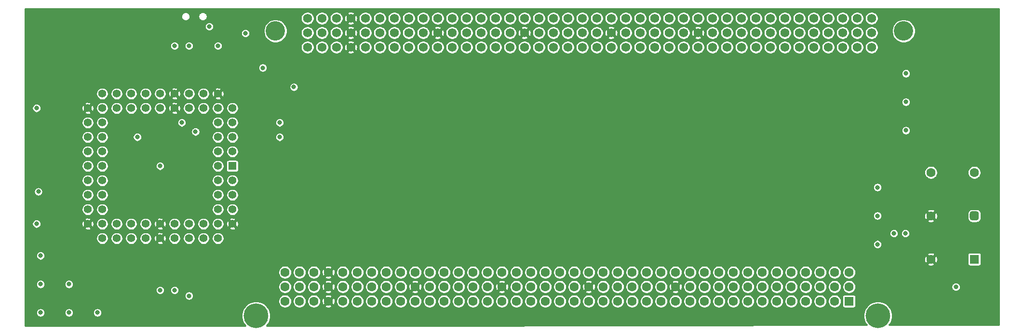
<source format=gbr>
%TF.GenerationSoftware,KiCad,Pcbnew,5.1.9+dfsg1-1~bpo10+1*%
%TF.CreationDate,2023-04-14T13:40:22+02:00*%
%TF.ProjectId,IIsiPDSAdapter,49497369-5044-4534-9164-61707465722e,rev?*%
%TF.SameCoordinates,Original*%
%TF.FileFunction,Copper,L3,Inr*%
%TF.FilePolarity,Positive*%
%FSLAX46Y46*%
G04 Gerber Fmt 4.6, Leading zero omitted, Abs format (unit mm)*
G04 Created by KiCad (PCBNEW 5.1.9+dfsg1-1~bpo10+1) date 2023-04-14 13:40:22*
%MOMM*%
%LPD*%
G01*
G04 APERTURE LIST*
%TA.AperFunction,ComponentPad*%
%ADD10C,1.600000*%
%TD*%
%TA.AperFunction,ComponentPad*%
%ADD11R,1.600000X1.600000*%
%TD*%
%TA.AperFunction,ComponentPad*%
%ADD12C,3.403600*%
%TD*%
%TA.AperFunction,ComponentPad*%
%ADD13C,1.574800*%
%TD*%
%TA.AperFunction,ComponentPad*%
%ADD14C,1.400000*%
%TD*%
%TA.AperFunction,ComponentPad*%
%ADD15R,1.400000X1.400000*%
%TD*%
%TA.AperFunction,ComponentPad*%
%ADD16C,4.335000*%
%TD*%
%TA.AperFunction,ComponentPad*%
%ADD17C,1.605000*%
%TD*%
%TA.AperFunction,ComponentPad*%
%ADD18R,1.605000X1.605000*%
%TD*%
%TA.AperFunction,ViaPad*%
%ADD19C,0.800000*%
%TD*%
%TA.AperFunction,Conductor*%
%ADD20C,0.254000*%
%TD*%
%TA.AperFunction,Conductor*%
%ADD21C,0.100000*%
%TD*%
G04 APERTURE END LIST*
%TO.N,Net-(X1-PadEN1)*%
%TO.C,X1*%
%TA.AperFunction,ComponentPad*%
G36*
G01*
X222400000Y-135800000D02*
X221600000Y-135800000D01*
G75*
G02*
X221200000Y-135400000I0J400000D01*
G01*
X221200000Y-134600000D01*
G75*
G02*
X221600000Y-134200000I400000J0D01*
G01*
X222400000Y-134200000D01*
G75*
G02*
X222800000Y-134600000I0J-400000D01*
G01*
X222800000Y-135400000D01*
G75*
G02*
X222400000Y-135800000I-400000J0D01*
G01*
G37*
%TD.AperFunction*%
D10*
%TO.N,+5V*%
X214380000Y-135000000D03*
%TO.N,GND*%
X222000000Y-127380000D03*
%TO.N,CLK_32_000*%
X214380000Y-127380000D03*
%TO.N,+5V*%
X214380000Y-142620000D03*
D11*
%TO.N,Net-(X1-PadEN2)*%
X222000000Y-142620000D03*
%TD*%
D12*
%TO.N,N/C*%
%TO.C,J4*%
X209576100Y-102535200D03*
X99263900Y-102535200D03*
D13*
%TO.N,+12V*%
X104890000Y-105380000D03*
%TO.N,GND*%
X107430000Y-105380000D03*
%TO.N,C16M*%
X109970000Y-105380000D03*
%TO.N,+5V*%
X112510000Y-105380000D03*
%TO.N,A0*%
X115050000Y-105380000D03*
%TO.N,A3*%
X117590000Y-105380000D03*
%TO.N,A6*%
X120130000Y-105380000D03*
%TO.N,A8*%
X122670000Y-105380000D03*
%TO.N,A11*%
X125210000Y-105380000D03*
%TO.N,A14*%
X127750000Y-105380000D03*
%TO.N,A16*%
X130290000Y-105380000D03*
%TO.N,A19*%
X132830000Y-105380000D03*
%TO.N,A22*%
X135370000Y-105380000D03*
%TO.N,A24*%
X137910000Y-105380000D03*
%TO.N,A27*%
X140450000Y-105380000D03*
%TO.N,A30*%
X142990000Y-105380000D03*
%TO.N,D31*%
X145530000Y-105380000D03*
%TO.N,D28*%
X148070000Y-105380000D03*
%TO.N,D25*%
X150610000Y-105380000D03*
%TO.N,D23*%
X153150000Y-105380000D03*
%TO.N,D20*%
X155690000Y-105380000D03*
%TO.N,D17*%
X158230000Y-105380000D03*
%TO.N,D15*%
X160770000Y-105380000D03*
%TO.N,D12*%
X163310000Y-105380000D03*
%TO.N,D9*%
X165850000Y-105380000D03*
%TO.N,D7*%
X168390000Y-105380000D03*
%TO.N,D4*%
X170930000Y-105380000D03*
%TO.N,D1*%
X173470000Y-105380000D03*
%TO.N,~HALT*%
X176010000Y-105380000D03*
%TO.N,FC0*%
X178550000Y-105380000D03*
%TO.N,~BR*%
X181090000Y-105380000D03*
%TO.N,~AS*%
X183630000Y-105380000D03*
%TO.N,~RW*%
X186170000Y-105380000D03*
%TO.N,~CBREQ*%
X188710000Y-105380000D03*
%TO.N,RMC*%
X191250000Y-105380000D03*
%TO.N,IPL0*%
X193790000Y-105380000D03*
%TO.N,~IRQ1*%
X196330000Y-105380000D03*
%TO.N,~TM0A*%
X198870000Y-105380000D03*
%TO.N,~NUBUS*%
X201410000Y-105380000D03*
%TO.N,~PFW*%
X203950000Y-105380000D03*
%TO.N,-5V*%
X104890000Y-102840000D03*
%TO.N,GND*%
X107430000Y-102840000D03*
%TO.N,ECLK*%
X109970000Y-102840000D03*
%TO.N,+5V*%
X112510000Y-102840000D03*
%TO.N,A1*%
X115050000Y-102840000D03*
%TO.N,A4*%
X117590000Y-102840000D03*
%TO.N,GND*%
X120130000Y-102840000D03*
%TO.N,A9*%
X122670000Y-102840000D03*
%TO.N,A12*%
X125210000Y-102840000D03*
%TO.N,+5V*%
X127750000Y-102840000D03*
%TO.N,A17*%
X130290000Y-102840000D03*
%TO.N,A20*%
X132830000Y-102840000D03*
%TO.N,GND*%
X135370000Y-102840000D03*
%TO.N,A25*%
X137910000Y-102840000D03*
%TO.N,A28*%
X140450000Y-102840000D03*
%TO.N,+5V*%
X142990000Y-102840000D03*
%TO.N,D30*%
X145530000Y-102840000D03*
%TO.N,D27*%
X148070000Y-102840000D03*
%TO.N,GND*%
X150610000Y-102840000D03*
%TO.N,D22*%
X153150000Y-102840000D03*
%TO.N,D19*%
X155690000Y-102840000D03*
%TO.N,+5V*%
X158230000Y-102840000D03*
%TO.N,D14*%
X160770000Y-102840000D03*
%TO.N,D11*%
X163310000Y-102840000D03*
%TO.N,GND*%
X165850000Y-102840000D03*
%TO.N,D6*%
X168390000Y-102840000D03*
%TO.N,D3*%
X170930000Y-102840000D03*
%TO.N,+5V*%
X173470000Y-102840000D03*
%TO.N,~BERR*%
X176010000Y-102840000D03*
%TO.N,FC1*%
X178550000Y-102840000D03*
%TO.N,~BG*%
X181090000Y-102840000D03*
%TO.N,SIZ0*%
X183630000Y-102840000D03*
%TO.N,~DSACK0*%
X186170000Y-102840000D03*
%TO.N,~CBACK*%
X188710000Y-102840000D03*
%TO.N,~DS*%
X191250000Y-102840000D03*
%TO.N,IPL1*%
X193790000Y-102840000D03*
%TO.N,~IRQ2*%
X196330000Y-102840000D03*
%TO.N,~TM1A*%
X198870000Y-102840000D03*
%TO.N,CACHE*%
X201410000Y-102840000D03*
%TO.N,C40M*%
X203950000Y-102840000D03*
%TO.N,-12V*%
X104890000Y-100300000D03*
%TO.N,GND*%
X107430000Y-100300000D03*
%TO.N,CPUCLK*%
X109970000Y-100300000D03*
%TO.N,+5V*%
X112510000Y-100300000D03*
%TO.N,A2*%
X115050000Y-100300000D03*
%TO.N,A5*%
X117590000Y-100300000D03*
%TO.N,A7*%
X120130000Y-100300000D03*
%TO.N,A10*%
X122670000Y-100300000D03*
%TO.N,A13*%
X125210000Y-100300000D03*
%TO.N,A15*%
X127750000Y-100300000D03*
%TO.N,A18*%
X130290000Y-100300000D03*
%TO.N,A21*%
X132830000Y-100300000D03*
%TO.N,A23*%
X135370000Y-100300000D03*
%TO.N,A26*%
X137910000Y-100300000D03*
%TO.N,A29*%
X140450000Y-100300000D03*
%TO.N,A31*%
X142990000Y-100300000D03*
%TO.N,D29*%
X145530000Y-100300000D03*
%TO.N,D26*%
X148070000Y-100300000D03*
%TO.N,D24*%
X150610000Y-100300000D03*
%TO.N,D21*%
X153150000Y-100300000D03*
%TO.N,D18*%
X155690000Y-100300000D03*
%TO.N,D16*%
X158230000Y-100300000D03*
%TO.N,D13*%
X160770000Y-100300000D03*
%TO.N,D10*%
X163310000Y-100300000D03*
%TO.N,D8*%
X165850000Y-100300000D03*
%TO.N,D5*%
X168390000Y-100300000D03*
%TO.N,D2*%
X170930000Y-100300000D03*
%TO.N,D0*%
X173470000Y-100300000D03*
%TO.N,~RESET*%
X176010000Y-100300000D03*
%TO.N,FC2*%
X178550000Y-100300000D03*
%TO.N,~BGACK*%
X181090000Y-100300000D03*
%TO.N,SIZ1*%
X183630000Y-100300000D03*
%TO.N,~DSACK1*%
X186170000Y-100300000D03*
%TO.N,~STERM*%
X188710000Y-100300000D03*
%TO.N,~CIOUT*%
X191250000Y-100300000D03*
%TO.N,IPL2*%
X193790000Y-100300000D03*
%TO.N,~IRQ3*%
X196330000Y-100300000D03*
%TO.N,~BUSLOCk*%
X198870000Y-100300000D03*
%TO.N,~FPU*%
X201410000Y-100300000D03*
%TO.N,~RBV*%
X203950000Y-100300000D03*
%TD*%
D14*
%TO.N,D3*%
%TO.C,J2*%
X89160000Y-128790000D03*
%TO.N,D4*%
X91700000Y-128790000D03*
%TO.N,D5*%
X89160000Y-131330000D03*
%TO.N,D6*%
X91700000Y-131330000D03*
%TO.N,D7*%
X89160000Y-133870000D03*
%TO.N,GND*%
X91700000Y-133870000D03*
%TO.N,D8*%
X89160000Y-136410000D03*
%TO.N,+5V*%
X91700000Y-136410000D03*
%TO.N,D9*%
X89160000Y-138950000D03*
%TO.N,D10*%
X86620000Y-136410000D03*
%TO.N,D11*%
X86620000Y-138950000D03*
%TO.N,D12*%
X84080000Y-136410000D03*
%TO.N,D13*%
X84080000Y-138950000D03*
%TO.N,D14*%
X81540000Y-136410000D03*
%TO.N,D15*%
X81540000Y-138950000D03*
%TO.N,+5V*%
X79000000Y-136410000D03*
X79000000Y-138950000D03*
%TO.N,GND*%
X76460000Y-136410000D03*
%TO.N,D16*%
X76460000Y-138950000D03*
%TO.N,D17*%
X73920000Y-136410000D03*
%TO.N,D18*%
X73920000Y-138950000D03*
%TO.N,D19*%
X71380000Y-136410000D03*
%TO.N,D20*%
X71380000Y-138950000D03*
%TO.N,D21*%
X68840000Y-136410000D03*
%TO.N,D22*%
X68840000Y-138950000D03*
%TO.N,+5V*%
X66300000Y-136410000D03*
%TO.N,D23*%
X68840000Y-133870000D03*
%TO.N,GND*%
X66300000Y-133870000D03*
%TO.N,D24*%
X68840000Y-131330000D03*
%TO.N,D25*%
X66300000Y-131330000D03*
%TO.N,D26*%
X68840000Y-128790000D03*
%TO.N,D27*%
X66300000Y-128790000D03*
%TO.N,D28*%
X68840000Y-126250000D03*
%TO.N,D29*%
X66300000Y-126250000D03*
%TO.N,D30*%
X68840000Y-123710000D03*
%TO.N,D31*%
X66300000Y-123710000D03*
%TO.N,~DSACK1*%
X68840000Y-121170000D03*
%TO.N,~DSACK0*%
X66300000Y-121170000D03*
%TO.N,GND*%
X68840000Y-118630000D03*
%TO.N,~FPU*%
X66300000Y-118630000D03*
%TO.N,~RW*%
X68840000Y-116090000D03*
%TO.N,+5V*%
X66300000Y-116090000D03*
%TO.N,Net-(J2-Pad26)*%
X68840000Y-113550000D03*
%TO.N,A1*%
X71380000Y-116090000D03*
%TO.N,A2*%
X71380000Y-113550000D03*
%TO.N,A3*%
X73920000Y-116090000D03*
%TO.N,A4*%
X73920000Y-113550000D03*
%TO.N,~AS*%
X76460000Y-116090000D03*
%TO.N,~DS*%
X76460000Y-113550000D03*
%TO.N,GND*%
X79000000Y-116090000D03*
%TO.N,Net-(J2-Pad18)*%
X79000000Y-113550000D03*
%TO.N,+5V*%
X81540000Y-116090000D03*
X81540000Y-113550000D03*
%TO.N,Net-(J2-Pad15)*%
X84080000Y-116090000D03*
%TO.N,GND*%
X84080000Y-113550000D03*
%TO.N,~RESET*%
X86620000Y-116090000D03*
%TO.N,GND*%
X86620000Y-113550000D03*
%TO.N,FPUCLK*%
X89160000Y-116090000D03*
%TO.N,+5V*%
X89160000Y-113550000D03*
%TO.N,GND*%
X91700000Y-116090000D03*
X89160000Y-118630000D03*
X91700000Y-118630000D03*
X89160000Y-121170000D03*
X91700000Y-121170000D03*
X89160000Y-123710000D03*
%TO.N,D0*%
X91700000Y-123710000D03*
%TO.N,D1*%
X89160000Y-126250000D03*
D15*
%TO.N,D2*%
X91700000Y-126250000D03*
%TD*%
D16*
%TO.N,Net-(J1-PadMH2)*%
%TO.C,J1*%
X95860000Y-152540000D03*
%TO.N,Net-(J1-PadMH1)*%
X205080000Y-152540000D03*
D17*
%TO.N,+12V*%
X100940000Y-144920000D03*
%TO.N,GND*%
X103480000Y-144920000D03*
%TO.N,C16M*%
X106020000Y-144920000D03*
%TO.N,+5V*%
X108560000Y-144920000D03*
%TO.N,A0*%
X111100000Y-144920000D03*
%TO.N,A3*%
X113640000Y-144920000D03*
%TO.N,A6*%
X116180000Y-144920000D03*
%TO.N,A8*%
X118720000Y-144920000D03*
%TO.N,A11*%
X121260000Y-144920000D03*
%TO.N,A14*%
X123800000Y-144920000D03*
%TO.N,A16*%
X126340000Y-144920000D03*
%TO.N,A19*%
X128880000Y-144920000D03*
%TO.N,A22*%
X131420000Y-144920000D03*
%TO.N,A24*%
X133960000Y-144920000D03*
%TO.N,A27*%
X136500000Y-144920000D03*
%TO.N,A30*%
X139040000Y-144920000D03*
%TO.N,D31*%
X141580000Y-144920000D03*
%TO.N,D28*%
X144120000Y-144920000D03*
%TO.N,D25*%
X146660000Y-144920000D03*
%TO.N,D23*%
X149200000Y-144920000D03*
%TO.N,D20*%
X151740000Y-144920000D03*
%TO.N,D17*%
X154280000Y-144920000D03*
%TO.N,D15*%
X156820000Y-144920000D03*
%TO.N,D12*%
X159360000Y-144920000D03*
%TO.N,D9*%
X161900000Y-144920000D03*
%TO.N,D7*%
X164440000Y-144920000D03*
%TO.N,D4*%
X166980000Y-144920000D03*
%TO.N,D1*%
X169520000Y-144920000D03*
%TO.N,~HALT*%
X172060000Y-144920000D03*
%TO.N,FC0*%
X174600000Y-144920000D03*
%TO.N,~BR*%
X177140000Y-144920000D03*
%TO.N,~AS*%
X179680000Y-144920000D03*
%TO.N,~RW*%
X182220000Y-144920000D03*
%TO.N,~CBREQ*%
X184760000Y-144920000D03*
%TO.N,RMC*%
X187300000Y-144920000D03*
%TO.N,IPL0*%
X189840000Y-144920000D03*
%TO.N,~IRQ1*%
X192380000Y-144920000D03*
%TO.N,~TM0A*%
X194920000Y-144920000D03*
%TO.N,~NUBUS*%
X197460000Y-144920000D03*
%TO.N,~PFW*%
X200000000Y-144920000D03*
%TO.N,-5V*%
X100940000Y-147460000D03*
%TO.N,GND*%
X103480000Y-147460000D03*
%TO.N,ECLK*%
X106020000Y-147460000D03*
%TO.N,+5V*%
X108560000Y-147460000D03*
%TO.N,A1*%
X111100000Y-147460000D03*
%TO.N,A4*%
X113640000Y-147460000D03*
%TO.N,GND*%
X116180000Y-147460000D03*
%TO.N,A9*%
X118720000Y-147460000D03*
%TO.N,A12*%
X121260000Y-147460000D03*
%TO.N,+5V*%
X123800000Y-147460000D03*
%TO.N,A17*%
X126340000Y-147460000D03*
%TO.N,A20*%
X128880000Y-147460000D03*
%TO.N,GND*%
X131420000Y-147460000D03*
%TO.N,A25*%
X133960000Y-147460000D03*
%TO.N,A28*%
X136500000Y-147460000D03*
%TO.N,+5V*%
X139040000Y-147460000D03*
%TO.N,D30*%
X141580000Y-147460000D03*
%TO.N,D27*%
X144120000Y-147460000D03*
%TO.N,GND*%
X146660000Y-147460000D03*
%TO.N,D22*%
X149200000Y-147460000D03*
%TO.N,D19*%
X151740000Y-147460000D03*
%TO.N,+5V*%
X154280000Y-147460000D03*
%TO.N,D14*%
X156820000Y-147460000D03*
%TO.N,D11*%
X159360000Y-147460000D03*
%TO.N,GND*%
X161900000Y-147460000D03*
%TO.N,D6*%
X164440000Y-147460000D03*
%TO.N,D3*%
X166980000Y-147460000D03*
%TO.N,+5V*%
X169520000Y-147460000D03*
%TO.N,~BERR*%
X172060000Y-147460000D03*
%TO.N,FC1*%
X174600000Y-147460000D03*
%TO.N,~BG*%
X177140000Y-147460000D03*
%TO.N,SIZ0*%
X179680000Y-147460000D03*
%TO.N,~DSACK0*%
X182220000Y-147460000D03*
%TO.N,~CBACK*%
X184760000Y-147460000D03*
%TO.N,~DS*%
X187300000Y-147460000D03*
%TO.N,IPL1*%
X189840000Y-147460000D03*
%TO.N,~IRQ2*%
X192380000Y-147460000D03*
%TO.N,~TM1A*%
X194920000Y-147460000D03*
%TO.N,CACHE*%
X197460000Y-147460000D03*
%TO.N,C40M*%
X200000000Y-147460000D03*
%TO.N,-12V*%
X100940000Y-150000000D03*
%TO.N,GND*%
X103480000Y-150000000D03*
%TO.N,CPUCLK*%
X106020000Y-150000000D03*
%TO.N,+5V*%
X108560000Y-150000000D03*
%TO.N,A2*%
X111100000Y-150000000D03*
%TO.N,A5*%
X113640000Y-150000000D03*
%TO.N,A7*%
X116180000Y-150000000D03*
%TO.N,A10*%
X118720000Y-150000000D03*
%TO.N,A13*%
X121260000Y-150000000D03*
%TO.N,A15*%
X123800000Y-150000000D03*
%TO.N,A18*%
X126340000Y-150000000D03*
%TO.N,A21*%
X128880000Y-150000000D03*
%TO.N,A23*%
X131420000Y-150000000D03*
%TO.N,A26*%
X133960000Y-150000000D03*
%TO.N,A29*%
X136500000Y-150000000D03*
%TO.N,A31*%
X139040000Y-150000000D03*
%TO.N,D29*%
X141580000Y-150000000D03*
%TO.N,D26*%
X144120000Y-150000000D03*
%TO.N,D24*%
X146660000Y-150000000D03*
%TO.N,D21*%
X149200000Y-150000000D03*
%TO.N,D18*%
X151740000Y-150000000D03*
%TO.N,D16*%
X154280000Y-150000000D03*
%TO.N,D13*%
X156820000Y-150000000D03*
%TO.N,D10*%
X159360000Y-150000000D03*
%TO.N,D8*%
X161900000Y-150000000D03*
%TO.N,D5*%
X164440000Y-150000000D03*
%TO.N,D2*%
X166980000Y-150000000D03*
%TO.N,D0*%
X169520000Y-150000000D03*
%TO.N,~RESET*%
X172060000Y-150000000D03*
%TO.N,FC2*%
X174600000Y-150000000D03*
%TO.N,~BGACK*%
X177140000Y-150000000D03*
%TO.N,SIZ1*%
X179680000Y-150000000D03*
%TO.N,~DSACK1*%
X182220000Y-150000000D03*
%TO.N,~STERM*%
X184760000Y-150000000D03*
%TO.N,~CIOUT*%
X187300000Y-150000000D03*
%TO.N,IPL2*%
X189840000Y-150000000D03*
%TO.N,~IRQ3*%
X192380000Y-150000000D03*
%TO.N,~BUSLOCk*%
X194920000Y-150000000D03*
%TO.N,~FPU*%
X197460000Y-150000000D03*
D18*
%TO.N,~RBV*%
X200000000Y-150000000D03*
%TD*%
D19*
%TO.N,GND*%
X58000000Y-152000000D03*
X79000000Y-126250000D03*
X210000000Y-110000000D03*
X205000000Y-130000000D03*
X205000000Y-140000000D03*
X205000000Y-135000000D03*
X79000000Y-148052000D03*
X81540000Y-148052000D03*
X89160000Y-105145000D03*
X84080000Y-105145000D03*
X81540000Y-105145000D03*
X57305000Y-116090000D03*
X57305000Y-136410000D03*
X209880000Y-138100000D03*
X207880000Y-138100000D03*
X210000000Y-115000000D03*
X210000000Y-120000000D03*
X84080000Y-149052000D03*
X97040000Y-109000000D03*
X94000000Y-102930000D03*
X100000000Y-121170000D03*
X75000000Y-121170000D03*
X57630000Y-130750000D03*
X63000000Y-152000000D03*
X68000000Y-152000000D03*
X58000000Y-147000000D03*
X63000000Y-147000000D03*
X58000000Y-142000000D03*
X100000000Y-118630000D03*
X82810000Y-118630000D03*
X218760000Y-147500000D03*
X87641000Y-101750000D03*
%TO.N,+5V*%
X79000000Y-105145000D03*
X68840000Y-105145000D03*
X209880000Y-133610000D03*
X207880000Y-133610000D03*
X89415000Y-147397000D03*
X85090000Y-110000000D03*
X81540000Y-110000000D03*
X89160000Y-110000000D03*
X94000000Y-110520000D03*
X60330000Y-130750000D03*
X62000000Y-116090000D03*
X62000000Y-136410000D03*
X80790000Y-140740000D03*
X212760000Y-147500000D03*
X82350000Y-101750000D03*
%TO.N,~AS*%
X85228601Y-120241399D03*
%TO.N,CLK_32_000*%
X102500000Y-112380000D03*
%TD*%
D20*
%TO.N,+5V*%
X226323000Y-154173148D02*
X207028467Y-154195656D01*
X207059549Y-154164574D01*
X207338451Y-153747167D01*
X207530562Y-153283370D01*
X207628500Y-152791005D01*
X207628500Y-152288995D01*
X207530562Y-151796630D01*
X207338451Y-151332833D01*
X207059549Y-150915426D01*
X206704574Y-150560451D01*
X206287167Y-150281549D01*
X205823370Y-150089438D01*
X205331005Y-149991500D01*
X204828995Y-149991500D01*
X204336630Y-150089438D01*
X203872833Y-150281549D01*
X203455426Y-150560451D01*
X203100451Y-150915426D01*
X202821549Y-151332833D01*
X202629438Y-151796630D01*
X202531500Y-152288995D01*
X202531500Y-152791005D01*
X202629438Y-153283370D01*
X202821549Y-153747167D01*
X203100451Y-154164574D01*
X203136073Y-154200196D01*
X122722777Y-154294000D01*
X97710123Y-154294000D01*
X97839549Y-154164574D01*
X98118451Y-153747167D01*
X98310562Y-153283370D01*
X98408500Y-152791005D01*
X98408500Y-152288995D01*
X98310562Y-151796630D01*
X98118451Y-151332833D01*
X97839549Y-150915426D01*
X97484574Y-150560451D01*
X97067167Y-150281549D01*
X96603370Y-150089438D01*
X96111005Y-149991500D01*
X95608995Y-149991500D01*
X95116630Y-150089438D01*
X94652833Y-150281549D01*
X94235426Y-150560451D01*
X93880451Y-150915426D01*
X93601549Y-151332833D01*
X93409438Y-151796630D01*
X93311500Y-152288995D01*
X93311500Y-152791005D01*
X93409438Y-153283370D01*
X93601549Y-153747167D01*
X93880451Y-154164574D01*
X94009877Y-154294000D01*
X55306000Y-154294000D01*
X55306000Y-151923078D01*
X57219000Y-151923078D01*
X57219000Y-152076922D01*
X57249013Y-152227809D01*
X57307887Y-152369942D01*
X57393358Y-152497859D01*
X57502141Y-152606642D01*
X57630058Y-152692113D01*
X57772191Y-152750987D01*
X57923078Y-152781000D01*
X58076922Y-152781000D01*
X58227809Y-152750987D01*
X58369942Y-152692113D01*
X58497859Y-152606642D01*
X58606642Y-152497859D01*
X58692113Y-152369942D01*
X58750987Y-152227809D01*
X58781000Y-152076922D01*
X58781000Y-151923078D01*
X62219000Y-151923078D01*
X62219000Y-152076922D01*
X62249013Y-152227809D01*
X62307887Y-152369942D01*
X62393358Y-152497859D01*
X62502141Y-152606642D01*
X62630058Y-152692113D01*
X62772191Y-152750987D01*
X62923078Y-152781000D01*
X63076922Y-152781000D01*
X63227809Y-152750987D01*
X63369942Y-152692113D01*
X63497859Y-152606642D01*
X63606642Y-152497859D01*
X63692113Y-152369942D01*
X63750987Y-152227809D01*
X63781000Y-152076922D01*
X63781000Y-151923078D01*
X67219000Y-151923078D01*
X67219000Y-152076922D01*
X67249013Y-152227809D01*
X67307887Y-152369942D01*
X67393358Y-152497859D01*
X67502141Y-152606642D01*
X67630058Y-152692113D01*
X67772191Y-152750987D01*
X67923078Y-152781000D01*
X68076922Y-152781000D01*
X68227809Y-152750987D01*
X68369942Y-152692113D01*
X68497859Y-152606642D01*
X68606642Y-152497859D01*
X68692113Y-152369942D01*
X68750987Y-152227809D01*
X68781000Y-152076922D01*
X68781000Y-151923078D01*
X68750987Y-151772191D01*
X68692113Y-151630058D01*
X68606642Y-151502141D01*
X68497859Y-151393358D01*
X68369942Y-151307887D01*
X68227809Y-151249013D01*
X68076922Y-151219000D01*
X67923078Y-151219000D01*
X67772191Y-151249013D01*
X67630058Y-151307887D01*
X67502141Y-151393358D01*
X67393358Y-151502141D01*
X67307887Y-151630058D01*
X67249013Y-151772191D01*
X67219000Y-151923078D01*
X63781000Y-151923078D01*
X63750987Y-151772191D01*
X63692113Y-151630058D01*
X63606642Y-151502141D01*
X63497859Y-151393358D01*
X63369942Y-151307887D01*
X63227809Y-151249013D01*
X63076922Y-151219000D01*
X62923078Y-151219000D01*
X62772191Y-151249013D01*
X62630058Y-151307887D01*
X62502141Y-151393358D01*
X62393358Y-151502141D01*
X62307887Y-151630058D01*
X62249013Y-151772191D01*
X62219000Y-151923078D01*
X58781000Y-151923078D01*
X58750987Y-151772191D01*
X58692113Y-151630058D01*
X58606642Y-151502141D01*
X58497859Y-151393358D01*
X58369942Y-151307887D01*
X58227809Y-151249013D01*
X58076922Y-151219000D01*
X57923078Y-151219000D01*
X57772191Y-151249013D01*
X57630058Y-151307887D01*
X57502141Y-151393358D01*
X57393358Y-151502141D01*
X57307887Y-151630058D01*
X57249013Y-151772191D01*
X57219000Y-151923078D01*
X55306000Y-151923078D01*
X55306000Y-149883435D01*
X99756500Y-149883435D01*
X99756500Y-150116565D01*
X99801982Y-150345214D01*
X99891196Y-150560597D01*
X100020716Y-150754437D01*
X100185563Y-150919284D01*
X100379403Y-151048804D01*
X100594786Y-151138018D01*
X100823435Y-151183500D01*
X101056565Y-151183500D01*
X101285214Y-151138018D01*
X101500597Y-151048804D01*
X101694437Y-150919284D01*
X101859284Y-150754437D01*
X101988804Y-150560597D01*
X102078018Y-150345214D01*
X102123500Y-150116565D01*
X102123500Y-149883435D01*
X102296500Y-149883435D01*
X102296500Y-150116565D01*
X102341982Y-150345214D01*
X102431196Y-150560597D01*
X102560716Y-150754437D01*
X102725563Y-150919284D01*
X102919403Y-151048804D01*
X103134786Y-151138018D01*
X103363435Y-151183500D01*
X103596565Y-151183500D01*
X103825214Y-151138018D01*
X104040597Y-151048804D01*
X104234437Y-150919284D01*
X104399284Y-150754437D01*
X104528804Y-150560597D01*
X104618018Y-150345214D01*
X104663500Y-150116565D01*
X104663500Y-149883435D01*
X104836500Y-149883435D01*
X104836500Y-150116565D01*
X104881982Y-150345214D01*
X104971196Y-150560597D01*
X105100716Y-150754437D01*
X105265563Y-150919284D01*
X105459403Y-151048804D01*
X105674786Y-151138018D01*
X105903435Y-151183500D01*
X106136565Y-151183500D01*
X106365214Y-151138018D01*
X106580597Y-151048804D01*
X106774437Y-150919284D01*
X106835591Y-150858130D01*
X107881475Y-150858130D01*
X107967733Y-151031250D01*
X108180300Y-151126980D01*
X108407459Y-151179402D01*
X108640479Y-151186499D01*
X108870408Y-151148000D01*
X109088407Y-151065384D01*
X109152267Y-151031250D01*
X109238525Y-150858130D01*
X108560000Y-150179605D01*
X107881475Y-150858130D01*
X106835591Y-150858130D01*
X106939284Y-150754437D01*
X107068804Y-150560597D01*
X107158018Y-150345214D01*
X107203500Y-150116565D01*
X107203500Y-150080479D01*
X107373501Y-150080479D01*
X107412000Y-150310408D01*
X107494616Y-150528407D01*
X107528750Y-150592267D01*
X107701870Y-150678525D01*
X108380395Y-150000000D01*
X108739605Y-150000000D01*
X109418130Y-150678525D01*
X109591250Y-150592267D01*
X109686980Y-150379700D01*
X109739402Y-150152541D01*
X109746499Y-149919521D01*
X109740457Y-149883435D01*
X109916500Y-149883435D01*
X109916500Y-150116565D01*
X109961982Y-150345214D01*
X110051196Y-150560597D01*
X110180716Y-150754437D01*
X110345563Y-150919284D01*
X110539403Y-151048804D01*
X110754786Y-151138018D01*
X110983435Y-151183500D01*
X111216565Y-151183500D01*
X111445214Y-151138018D01*
X111660597Y-151048804D01*
X111854437Y-150919284D01*
X112019284Y-150754437D01*
X112148804Y-150560597D01*
X112238018Y-150345214D01*
X112283500Y-150116565D01*
X112283500Y-149883435D01*
X112456500Y-149883435D01*
X112456500Y-150116565D01*
X112501982Y-150345214D01*
X112591196Y-150560597D01*
X112720716Y-150754437D01*
X112885563Y-150919284D01*
X113079403Y-151048804D01*
X113294786Y-151138018D01*
X113523435Y-151183500D01*
X113756565Y-151183500D01*
X113985214Y-151138018D01*
X114200597Y-151048804D01*
X114394437Y-150919284D01*
X114559284Y-150754437D01*
X114688804Y-150560597D01*
X114778018Y-150345214D01*
X114823500Y-150116565D01*
X114823500Y-149883435D01*
X114996500Y-149883435D01*
X114996500Y-150116565D01*
X115041982Y-150345214D01*
X115131196Y-150560597D01*
X115260716Y-150754437D01*
X115425563Y-150919284D01*
X115619403Y-151048804D01*
X115834786Y-151138018D01*
X116063435Y-151183500D01*
X116296565Y-151183500D01*
X116525214Y-151138018D01*
X116740597Y-151048804D01*
X116934437Y-150919284D01*
X117099284Y-150754437D01*
X117228804Y-150560597D01*
X117318018Y-150345214D01*
X117363500Y-150116565D01*
X117363500Y-149883435D01*
X117536500Y-149883435D01*
X117536500Y-150116565D01*
X117581982Y-150345214D01*
X117671196Y-150560597D01*
X117800716Y-150754437D01*
X117965563Y-150919284D01*
X118159403Y-151048804D01*
X118374786Y-151138018D01*
X118603435Y-151183500D01*
X118836565Y-151183500D01*
X119065214Y-151138018D01*
X119280597Y-151048804D01*
X119474437Y-150919284D01*
X119639284Y-150754437D01*
X119768804Y-150560597D01*
X119858018Y-150345214D01*
X119903500Y-150116565D01*
X119903500Y-149883435D01*
X120076500Y-149883435D01*
X120076500Y-150116565D01*
X120121982Y-150345214D01*
X120211196Y-150560597D01*
X120340716Y-150754437D01*
X120505563Y-150919284D01*
X120699403Y-151048804D01*
X120914786Y-151138018D01*
X121143435Y-151183500D01*
X121376565Y-151183500D01*
X121605214Y-151138018D01*
X121820597Y-151048804D01*
X122014437Y-150919284D01*
X122179284Y-150754437D01*
X122308804Y-150560597D01*
X122398018Y-150345214D01*
X122443500Y-150116565D01*
X122443500Y-149883435D01*
X122616500Y-149883435D01*
X122616500Y-150116565D01*
X122661982Y-150345214D01*
X122751196Y-150560597D01*
X122880716Y-150754437D01*
X123045563Y-150919284D01*
X123239403Y-151048804D01*
X123454786Y-151138018D01*
X123683435Y-151183500D01*
X123916565Y-151183500D01*
X124145214Y-151138018D01*
X124360597Y-151048804D01*
X124554437Y-150919284D01*
X124719284Y-150754437D01*
X124848804Y-150560597D01*
X124938018Y-150345214D01*
X124983500Y-150116565D01*
X124983500Y-149883435D01*
X125156500Y-149883435D01*
X125156500Y-150116565D01*
X125201982Y-150345214D01*
X125291196Y-150560597D01*
X125420716Y-150754437D01*
X125585563Y-150919284D01*
X125779403Y-151048804D01*
X125994786Y-151138018D01*
X126223435Y-151183500D01*
X126456565Y-151183500D01*
X126685214Y-151138018D01*
X126900597Y-151048804D01*
X127094437Y-150919284D01*
X127259284Y-150754437D01*
X127388804Y-150560597D01*
X127478018Y-150345214D01*
X127523500Y-150116565D01*
X127523500Y-149883435D01*
X127696500Y-149883435D01*
X127696500Y-150116565D01*
X127741982Y-150345214D01*
X127831196Y-150560597D01*
X127960716Y-150754437D01*
X128125563Y-150919284D01*
X128319403Y-151048804D01*
X128534786Y-151138018D01*
X128763435Y-151183500D01*
X128996565Y-151183500D01*
X129225214Y-151138018D01*
X129440597Y-151048804D01*
X129634437Y-150919284D01*
X129799284Y-150754437D01*
X129928804Y-150560597D01*
X130018018Y-150345214D01*
X130063500Y-150116565D01*
X130063500Y-149883435D01*
X130236500Y-149883435D01*
X130236500Y-150116565D01*
X130281982Y-150345214D01*
X130371196Y-150560597D01*
X130500716Y-150754437D01*
X130665563Y-150919284D01*
X130859403Y-151048804D01*
X131074786Y-151138018D01*
X131303435Y-151183500D01*
X131536565Y-151183500D01*
X131765214Y-151138018D01*
X131980597Y-151048804D01*
X132174437Y-150919284D01*
X132339284Y-150754437D01*
X132468804Y-150560597D01*
X132558018Y-150345214D01*
X132603500Y-150116565D01*
X132603500Y-149883435D01*
X132776500Y-149883435D01*
X132776500Y-150116565D01*
X132821982Y-150345214D01*
X132911196Y-150560597D01*
X133040716Y-150754437D01*
X133205563Y-150919284D01*
X133399403Y-151048804D01*
X133614786Y-151138018D01*
X133843435Y-151183500D01*
X134076565Y-151183500D01*
X134305214Y-151138018D01*
X134520597Y-151048804D01*
X134714437Y-150919284D01*
X134879284Y-150754437D01*
X135008804Y-150560597D01*
X135098018Y-150345214D01*
X135143500Y-150116565D01*
X135143500Y-149883435D01*
X135316500Y-149883435D01*
X135316500Y-150116565D01*
X135361982Y-150345214D01*
X135451196Y-150560597D01*
X135580716Y-150754437D01*
X135745563Y-150919284D01*
X135939403Y-151048804D01*
X136154786Y-151138018D01*
X136383435Y-151183500D01*
X136616565Y-151183500D01*
X136845214Y-151138018D01*
X137060597Y-151048804D01*
X137254437Y-150919284D01*
X137419284Y-150754437D01*
X137548804Y-150560597D01*
X137638018Y-150345214D01*
X137683500Y-150116565D01*
X137683500Y-149883435D01*
X137856500Y-149883435D01*
X137856500Y-150116565D01*
X137901982Y-150345214D01*
X137991196Y-150560597D01*
X138120716Y-150754437D01*
X138285563Y-150919284D01*
X138479403Y-151048804D01*
X138694786Y-151138018D01*
X138923435Y-151183500D01*
X139156565Y-151183500D01*
X139385214Y-151138018D01*
X139600597Y-151048804D01*
X139794437Y-150919284D01*
X139959284Y-150754437D01*
X140088804Y-150560597D01*
X140178018Y-150345214D01*
X140223500Y-150116565D01*
X140223500Y-149883435D01*
X140396500Y-149883435D01*
X140396500Y-150116565D01*
X140441982Y-150345214D01*
X140531196Y-150560597D01*
X140660716Y-150754437D01*
X140825563Y-150919284D01*
X141019403Y-151048804D01*
X141234786Y-151138018D01*
X141463435Y-151183500D01*
X141696565Y-151183500D01*
X141925214Y-151138018D01*
X142140597Y-151048804D01*
X142334437Y-150919284D01*
X142499284Y-150754437D01*
X142628804Y-150560597D01*
X142718018Y-150345214D01*
X142763500Y-150116565D01*
X142763500Y-149883435D01*
X142936500Y-149883435D01*
X142936500Y-150116565D01*
X142981982Y-150345214D01*
X143071196Y-150560597D01*
X143200716Y-150754437D01*
X143365563Y-150919284D01*
X143559403Y-151048804D01*
X143774786Y-151138018D01*
X144003435Y-151183500D01*
X144236565Y-151183500D01*
X144465214Y-151138018D01*
X144680597Y-151048804D01*
X144874437Y-150919284D01*
X145039284Y-150754437D01*
X145168804Y-150560597D01*
X145258018Y-150345214D01*
X145303500Y-150116565D01*
X145303500Y-149883435D01*
X145476500Y-149883435D01*
X145476500Y-150116565D01*
X145521982Y-150345214D01*
X145611196Y-150560597D01*
X145740716Y-150754437D01*
X145905563Y-150919284D01*
X146099403Y-151048804D01*
X146314786Y-151138018D01*
X146543435Y-151183500D01*
X146776565Y-151183500D01*
X147005214Y-151138018D01*
X147220597Y-151048804D01*
X147414437Y-150919284D01*
X147579284Y-150754437D01*
X147708804Y-150560597D01*
X147798018Y-150345214D01*
X147843500Y-150116565D01*
X147843500Y-149883435D01*
X148016500Y-149883435D01*
X148016500Y-150116565D01*
X148061982Y-150345214D01*
X148151196Y-150560597D01*
X148280716Y-150754437D01*
X148445563Y-150919284D01*
X148639403Y-151048804D01*
X148854786Y-151138018D01*
X149083435Y-151183500D01*
X149316565Y-151183500D01*
X149545214Y-151138018D01*
X149760597Y-151048804D01*
X149954437Y-150919284D01*
X150119284Y-150754437D01*
X150248804Y-150560597D01*
X150338018Y-150345214D01*
X150383500Y-150116565D01*
X150383500Y-149883435D01*
X150556500Y-149883435D01*
X150556500Y-150116565D01*
X150601982Y-150345214D01*
X150691196Y-150560597D01*
X150820716Y-150754437D01*
X150985563Y-150919284D01*
X151179403Y-151048804D01*
X151394786Y-151138018D01*
X151623435Y-151183500D01*
X151856565Y-151183500D01*
X152085214Y-151138018D01*
X152300597Y-151048804D01*
X152494437Y-150919284D01*
X152659284Y-150754437D01*
X152788804Y-150560597D01*
X152878018Y-150345214D01*
X152923500Y-150116565D01*
X152923500Y-149883435D01*
X153096500Y-149883435D01*
X153096500Y-150116565D01*
X153141982Y-150345214D01*
X153231196Y-150560597D01*
X153360716Y-150754437D01*
X153525563Y-150919284D01*
X153719403Y-151048804D01*
X153934786Y-151138018D01*
X154163435Y-151183500D01*
X154396565Y-151183500D01*
X154625214Y-151138018D01*
X154840597Y-151048804D01*
X155034437Y-150919284D01*
X155199284Y-150754437D01*
X155328804Y-150560597D01*
X155418018Y-150345214D01*
X155463500Y-150116565D01*
X155463500Y-149883435D01*
X155636500Y-149883435D01*
X155636500Y-150116565D01*
X155681982Y-150345214D01*
X155771196Y-150560597D01*
X155900716Y-150754437D01*
X156065563Y-150919284D01*
X156259403Y-151048804D01*
X156474786Y-151138018D01*
X156703435Y-151183500D01*
X156936565Y-151183500D01*
X157165214Y-151138018D01*
X157380597Y-151048804D01*
X157574437Y-150919284D01*
X157739284Y-150754437D01*
X157868804Y-150560597D01*
X157958018Y-150345214D01*
X158003500Y-150116565D01*
X158003500Y-149883435D01*
X158176500Y-149883435D01*
X158176500Y-150116565D01*
X158221982Y-150345214D01*
X158311196Y-150560597D01*
X158440716Y-150754437D01*
X158605563Y-150919284D01*
X158799403Y-151048804D01*
X159014786Y-151138018D01*
X159243435Y-151183500D01*
X159476565Y-151183500D01*
X159705214Y-151138018D01*
X159920597Y-151048804D01*
X160114437Y-150919284D01*
X160279284Y-150754437D01*
X160408804Y-150560597D01*
X160498018Y-150345214D01*
X160543500Y-150116565D01*
X160543500Y-149883435D01*
X160716500Y-149883435D01*
X160716500Y-150116565D01*
X160761982Y-150345214D01*
X160851196Y-150560597D01*
X160980716Y-150754437D01*
X161145563Y-150919284D01*
X161339403Y-151048804D01*
X161554786Y-151138018D01*
X161783435Y-151183500D01*
X162016565Y-151183500D01*
X162245214Y-151138018D01*
X162460597Y-151048804D01*
X162654437Y-150919284D01*
X162819284Y-150754437D01*
X162948804Y-150560597D01*
X163038018Y-150345214D01*
X163083500Y-150116565D01*
X163083500Y-149883435D01*
X163256500Y-149883435D01*
X163256500Y-150116565D01*
X163301982Y-150345214D01*
X163391196Y-150560597D01*
X163520716Y-150754437D01*
X163685563Y-150919284D01*
X163879403Y-151048804D01*
X164094786Y-151138018D01*
X164323435Y-151183500D01*
X164556565Y-151183500D01*
X164785214Y-151138018D01*
X165000597Y-151048804D01*
X165194437Y-150919284D01*
X165359284Y-150754437D01*
X165488804Y-150560597D01*
X165578018Y-150345214D01*
X165623500Y-150116565D01*
X165623500Y-149883435D01*
X165796500Y-149883435D01*
X165796500Y-150116565D01*
X165841982Y-150345214D01*
X165931196Y-150560597D01*
X166060716Y-150754437D01*
X166225563Y-150919284D01*
X166419403Y-151048804D01*
X166634786Y-151138018D01*
X166863435Y-151183500D01*
X167096565Y-151183500D01*
X167325214Y-151138018D01*
X167540597Y-151048804D01*
X167734437Y-150919284D01*
X167899284Y-150754437D01*
X168028804Y-150560597D01*
X168118018Y-150345214D01*
X168163500Y-150116565D01*
X168163500Y-149883435D01*
X168336500Y-149883435D01*
X168336500Y-150116565D01*
X168381982Y-150345214D01*
X168471196Y-150560597D01*
X168600716Y-150754437D01*
X168765563Y-150919284D01*
X168959403Y-151048804D01*
X169174786Y-151138018D01*
X169403435Y-151183500D01*
X169636565Y-151183500D01*
X169865214Y-151138018D01*
X170080597Y-151048804D01*
X170274437Y-150919284D01*
X170439284Y-150754437D01*
X170568804Y-150560597D01*
X170658018Y-150345214D01*
X170703500Y-150116565D01*
X170703500Y-149883435D01*
X170876500Y-149883435D01*
X170876500Y-150116565D01*
X170921982Y-150345214D01*
X171011196Y-150560597D01*
X171140716Y-150754437D01*
X171305563Y-150919284D01*
X171499403Y-151048804D01*
X171714786Y-151138018D01*
X171943435Y-151183500D01*
X172176565Y-151183500D01*
X172405214Y-151138018D01*
X172620597Y-151048804D01*
X172814437Y-150919284D01*
X172979284Y-150754437D01*
X173108804Y-150560597D01*
X173198018Y-150345214D01*
X173243500Y-150116565D01*
X173243500Y-149883435D01*
X173416500Y-149883435D01*
X173416500Y-150116565D01*
X173461982Y-150345214D01*
X173551196Y-150560597D01*
X173680716Y-150754437D01*
X173845563Y-150919284D01*
X174039403Y-151048804D01*
X174254786Y-151138018D01*
X174483435Y-151183500D01*
X174716565Y-151183500D01*
X174945214Y-151138018D01*
X175160597Y-151048804D01*
X175354437Y-150919284D01*
X175519284Y-150754437D01*
X175648804Y-150560597D01*
X175738018Y-150345214D01*
X175783500Y-150116565D01*
X175783500Y-149883435D01*
X175956500Y-149883435D01*
X175956500Y-150116565D01*
X176001982Y-150345214D01*
X176091196Y-150560597D01*
X176220716Y-150754437D01*
X176385563Y-150919284D01*
X176579403Y-151048804D01*
X176794786Y-151138018D01*
X177023435Y-151183500D01*
X177256565Y-151183500D01*
X177485214Y-151138018D01*
X177700597Y-151048804D01*
X177894437Y-150919284D01*
X178059284Y-150754437D01*
X178188804Y-150560597D01*
X178278018Y-150345214D01*
X178323500Y-150116565D01*
X178323500Y-149883435D01*
X178496500Y-149883435D01*
X178496500Y-150116565D01*
X178541982Y-150345214D01*
X178631196Y-150560597D01*
X178760716Y-150754437D01*
X178925563Y-150919284D01*
X179119403Y-151048804D01*
X179334786Y-151138018D01*
X179563435Y-151183500D01*
X179796565Y-151183500D01*
X180025214Y-151138018D01*
X180240597Y-151048804D01*
X180434437Y-150919284D01*
X180599284Y-150754437D01*
X180728804Y-150560597D01*
X180818018Y-150345214D01*
X180863500Y-150116565D01*
X180863500Y-149883435D01*
X181036500Y-149883435D01*
X181036500Y-150116565D01*
X181081982Y-150345214D01*
X181171196Y-150560597D01*
X181300716Y-150754437D01*
X181465563Y-150919284D01*
X181659403Y-151048804D01*
X181874786Y-151138018D01*
X182103435Y-151183500D01*
X182336565Y-151183500D01*
X182565214Y-151138018D01*
X182780597Y-151048804D01*
X182974437Y-150919284D01*
X183139284Y-150754437D01*
X183268804Y-150560597D01*
X183358018Y-150345214D01*
X183403500Y-150116565D01*
X183403500Y-149883435D01*
X183576500Y-149883435D01*
X183576500Y-150116565D01*
X183621982Y-150345214D01*
X183711196Y-150560597D01*
X183840716Y-150754437D01*
X184005563Y-150919284D01*
X184199403Y-151048804D01*
X184414786Y-151138018D01*
X184643435Y-151183500D01*
X184876565Y-151183500D01*
X185105214Y-151138018D01*
X185320597Y-151048804D01*
X185514437Y-150919284D01*
X185679284Y-150754437D01*
X185808804Y-150560597D01*
X185898018Y-150345214D01*
X185943500Y-150116565D01*
X185943500Y-149883435D01*
X186116500Y-149883435D01*
X186116500Y-150116565D01*
X186161982Y-150345214D01*
X186251196Y-150560597D01*
X186380716Y-150754437D01*
X186545563Y-150919284D01*
X186739403Y-151048804D01*
X186954786Y-151138018D01*
X187183435Y-151183500D01*
X187416565Y-151183500D01*
X187645214Y-151138018D01*
X187860597Y-151048804D01*
X188054437Y-150919284D01*
X188219284Y-150754437D01*
X188348804Y-150560597D01*
X188438018Y-150345214D01*
X188483500Y-150116565D01*
X188483500Y-149883435D01*
X188656500Y-149883435D01*
X188656500Y-150116565D01*
X188701982Y-150345214D01*
X188791196Y-150560597D01*
X188920716Y-150754437D01*
X189085563Y-150919284D01*
X189279403Y-151048804D01*
X189494786Y-151138018D01*
X189723435Y-151183500D01*
X189956565Y-151183500D01*
X190185214Y-151138018D01*
X190400597Y-151048804D01*
X190594437Y-150919284D01*
X190759284Y-150754437D01*
X190888804Y-150560597D01*
X190978018Y-150345214D01*
X191023500Y-150116565D01*
X191023500Y-149883435D01*
X191196500Y-149883435D01*
X191196500Y-150116565D01*
X191241982Y-150345214D01*
X191331196Y-150560597D01*
X191460716Y-150754437D01*
X191625563Y-150919284D01*
X191819403Y-151048804D01*
X192034786Y-151138018D01*
X192263435Y-151183500D01*
X192496565Y-151183500D01*
X192725214Y-151138018D01*
X192940597Y-151048804D01*
X193134437Y-150919284D01*
X193299284Y-150754437D01*
X193428804Y-150560597D01*
X193518018Y-150345214D01*
X193563500Y-150116565D01*
X193563500Y-149883435D01*
X193736500Y-149883435D01*
X193736500Y-150116565D01*
X193781982Y-150345214D01*
X193871196Y-150560597D01*
X194000716Y-150754437D01*
X194165563Y-150919284D01*
X194359403Y-151048804D01*
X194574786Y-151138018D01*
X194803435Y-151183500D01*
X195036565Y-151183500D01*
X195265214Y-151138018D01*
X195480597Y-151048804D01*
X195674437Y-150919284D01*
X195839284Y-150754437D01*
X195968804Y-150560597D01*
X196058018Y-150345214D01*
X196103500Y-150116565D01*
X196103500Y-149883435D01*
X196276500Y-149883435D01*
X196276500Y-150116565D01*
X196321982Y-150345214D01*
X196411196Y-150560597D01*
X196540716Y-150754437D01*
X196705563Y-150919284D01*
X196899403Y-151048804D01*
X197114786Y-151138018D01*
X197343435Y-151183500D01*
X197576565Y-151183500D01*
X197805214Y-151138018D01*
X198020597Y-151048804D01*
X198214437Y-150919284D01*
X198379284Y-150754437D01*
X198508804Y-150560597D01*
X198598018Y-150345214D01*
X198643500Y-150116565D01*
X198643500Y-149883435D01*
X198598018Y-149654786D01*
X198508804Y-149439403D01*
X198379284Y-149245563D01*
X198331221Y-149197500D01*
X198814657Y-149197500D01*
X198814657Y-150802500D01*
X198822013Y-150877189D01*
X198843799Y-150949008D01*
X198879178Y-151015196D01*
X198926789Y-151073211D01*
X198984804Y-151120822D01*
X199050992Y-151156201D01*
X199122811Y-151177987D01*
X199197500Y-151185343D01*
X200802500Y-151185343D01*
X200877189Y-151177987D01*
X200949008Y-151156201D01*
X201015196Y-151120822D01*
X201073211Y-151073211D01*
X201120822Y-151015196D01*
X201156201Y-150949008D01*
X201177987Y-150877189D01*
X201185343Y-150802500D01*
X201185343Y-149197500D01*
X201177987Y-149122811D01*
X201156201Y-149050992D01*
X201120822Y-148984804D01*
X201073211Y-148926789D01*
X201015196Y-148879178D01*
X200949008Y-148843799D01*
X200877189Y-148822013D01*
X200802500Y-148814657D01*
X199197500Y-148814657D01*
X199122811Y-148822013D01*
X199050992Y-148843799D01*
X198984804Y-148879178D01*
X198926789Y-148926789D01*
X198879178Y-148984804D01*
X198843799Y-149050992D01*
X198822013Y-149122811D01*
X198814657Y-149197500D01*
X198331221Y-149197500D01*
X198214437Y-149080716D01*
X198020597Y-148951196D01*
X197805214Y-148861982D01*
X197576565Y-148816500D01*
X197343435Y-148816500D01*
X197114786Y-148861982D01*
X196899403Y-148951196D01*
X196705563Y-149080716D01*
X196540716Y-149245563D01*
X196411196Y-149439403D01*
X196321982Y-149654786D01*
X196276500Y-149883435D01*
X196103500Y-149883435D01*
X196058018Y-149654786D01*
X195968804Y-149439403D01*
X195839284Y-149245563D01*
X195674437Y-149080716D01*
X195480597Y-148951196D01*
X195265214Y-148861982D01*
X195036565Y-148816500D01*
X194803435Y-148816500D01*
X194574786Y-148861982D01*
X194359403Y-148951196D01*
X194165563Y-149080716D01*
X194000716Y-149245563D01*
X193871196Y-149439403D01*
X193781982Y-149654786D01*
X193736500Y-149883435D01*
X193563500Y-149883435D01*
X193518018Y-149654786D01*
X193428804Y-149439403D01*
X193299284Y-149245563D01*
X193134437Y-149080716D01*
X192940597Y-148951196D01*
X192725214Y-148861982D01*
X192496565Y-148816500D01*
X192263435Y-148816500D01*
X192034786Y-148861982D01*
X191819403Y-148951196D01*
X191625563Y-149080716D01*
X191460716Y-149245563D01*
X191331196Y-149439403D01*
X191241982Y-149654786D01*
X191196500Y-149883435D01*
X191023500Y-149883435D01*
X190978018Y-149654786D01*
X190888804Y-149439403D01*
X190759284Y-149245563D01*
X190594437Y-149080716D01*
X190400597Y-148951196D01*
X190185214Y-148861982D01*
X189956565Y-148816500D01*
X189723435Y-148816500D01*
X189494786Y-148861982D01*
X189279403Y-148951196D01*
X189085563Y-149080716D01*
X188920716Y-149245563D01*
X188791196Y-149439403D01*
X188701982Y-149654786D01*
X188656500Y-149883435D01*
X188483500Y-149883435D01*
X188438018Y-149654786D01*
X188348804Y-149439403D01*
X188219284Y-149245563D01*
X188054437Y-149080716D01*
X187860597Y-148951196D01*
X187645214Y-148861982D01*
X187416565Y-148816500D01*
X187183435Y-148816500D01*
X186954786Y-148861982D01*
X186739403Y-148951196D01*
X186545563Y-149080716D01*
X186380716Y-149245563D01*
X186251196Y-149439403D01*
X186161982Y-149654786D01*
X186116500Y-149883435D01*
X185943500Y-149883435D01*
X185898018Y-149654786D01*
X185808804Y-149439403D01*
X185679284Y-149245563D01*
X185514437Y-149080716D01*
X185320597Y-148951196D01*
X185105214Y-148861982D01*
X184876565Y-148816500D01*
X184643435Y-148816500D01*
X184414786Y-148861982D01*
X184199403Y-148951196D01*
X184005563Y-149080716D01*
X183840716Y-149245563D01*
X183711196Y-149439403D01*
X183621982Y-149654786D01*
X183576500Y-149883435D01*
X183403500Y-149883435D01*
X183358018Y-149654786D01*
X183268804Y-149439403D01*
X183139284Y-149245563D01*
X182974437Y-149080716D01*
X182780597Y-148951196D01*
X182565214Y-148861982D01*
X182336565Y-148816500D01*
X182103435Y-148816500D01*
X181874786Y-148861982D01*
X181659403Y-148951196D01*
X181465563Y-149080716D01*
X181300716Y-149245563D01*
X181171196Y-149439403D01*
X181081982Y-149654786D01*
X181036500Y-149883435D01*
X180863500Y-149883435D01*
X180818018Y-149654786D01*
X180728804Y-149439403D01*
X180599284Y-149245563D01*
X180434437Y-149080716D01*
X180240597Y-148951196D01*
X180025214Y-148861982D01*
X179796565Y-148816500D01*
X179563435Y-148816500D01*
X179334786Y-148861982D01*
X179119403Y-148951196D01*
X178925563Y-149080716D01*
X178760716Y-149245563D01*
X178631196Y-149439403D01*
X178541982Y-149654786D01*
X178496500Y-149883435D01*
X178323500Y-149883435D01*
X178278018Y-149654786D01*
X178188804Y-149439403D01*
X178059284Y-149245563D01*
X177894437Y-149080716D01*
X177700597Y-148951196D01*
X177485214Y-148861982D01*
X177256565Y-148816500D01*
X177023435Y-148816500D01*
X176794786Y-148861982D01*
X176579403Y-148951196D01*
X176385563Y-149080716D01*
X176220716Y-149245563D01*
X176091196Y-149439403D01*
X176001982Y-149654786D01*
X175956500Y-149883435D01*
X175783500Y-149883435D01*
X175738018Y-149654786D01*
X175648804Y-149439403D01*
X175519284Y-149245563D01*
X175354437Y-149080716D01*
X175160597Y-148951196D01*
X174945214Y-148861982D01*
X174716565Y-148816500D01*
X174483435Y-148816500D01*
X174254786Y-148861982D01*
X174039403Y-148951196D01*
X173845563Y-149080716D01*
X173680716Y-149245563D01*
X173551196Y-149439403D01*
X173461982Y-149654786D01*
X173416500Y-149883435D01*
X173243500Y-149883435D01*
X173198018Y-149654786D01*
X173108804Y-149439403D01*
X172979284Y-149245563D01*
X172814437Y-149080716D01*
X172620597Y-148951196D01*
X172405214Y-148861982D01*
X172176565Y-148816500D01*
X171943435Y-148816500D01*
X171714786Y-148861982D01*
X171499403Y-148951196D01*
X171305563Y-149080716D01*
X171140716Y-149245563D01*
X171011196Y-149439403D01*
X170921982Y-149654786D01*
X170876500Y-149883435D01*
X170703500Y-149883435D01*
X170658018Y-149654786D01*
X170568804Y-149439403D01*
X170439284Y-149245563D01*
X170274437Y-149080716D01*
X170080597Y-148951196D01*
X169865214Y-148861982D01*
X169636565Y-148816500D01*
X169403435Y-148816500D01*
X169174786Y-148861982D01*
X168959403Y-148951196D01*
X168765563Y-149080716D01*
X168600716Y-149245563D01*
X168471196Y-149439403D01*
X168381982Y-149654786D01*
X168336500Y-149883435D01*
X168163500Y-149883435D01*
X168118018Y-149654786D01*
X168028804Y-149439403D01*
X167899284Y-149245563D01*
X167734437Y-149080716D01*
X167540597Y-148951196D01*
X167325214Y-148861982D01*
X167096565Y-148816500D01*
X166863435Y-148816500D01*
X166634786Y-148861982D01*
X166419403Y-148951196D01*
X166225563Y-149080716D01*
X166060716Y-149245563D01*
X165931196Y-149439403D01*
X165841982Y-149654786D01*
X165796500Y-149883435D01*
X165623500Y-149883435D01*
X165578018Y-149654786D01*
X165488804Y-149439403D01*
X165359284Y-149245563D01*
X165194437Y-149080716D01*
X165000597Y-148951196D01*
X164785214Y-148861982D01*
X164556565Y-148816500D01*
X164323435Y-148816500D01*
X164094786Y-148861982D01*
X163879403Y-148951196D01*
X163685563Y-149080716D01*
X163520716Y-149245563D01*
X163391196Y-149439403D01*
X163301982Y-149654786D01*
X163256500Y-149883435D01*
X163083500Y-149883435D01*
X163038018Y-149654786D01*
X162948804Y-149439403D01*
X162819284Y-149245563D01*
X162654437Y-149080716D01*
X162460597Y-148951196D01*
X162245214Y-148861982D01*
X162016565Y-148816500D01*
X161783435Y-148816500D01*
X161554786Y-148861982D01*
X161339403Y-148951196D01*
X161145563Y-149080716D01*
X160980716Y-149245563D01*
X160851196Y-149439403D01*
X160761982Y-149654786D01*
X160716500Y-149883435D01*
X160543500Y-149883435D01*
X160498018Y-149654786D01*
X160408804Y-149439403D01*
X160279284Y-149245563D01*
X160114437Y-149080716D01*
X159920597Y-148951196D01*
X159705214Y-148861982D01*
X159476565Y-148816500D01*
X159243435Y-148816500D01*
X159014786Y-148861982D01*
X158799403Y-148951196D01*
X158605563Y-149080716D01*
X158440716Y-149245563D01*
X158311196Y-149439403D01*
X158221982Y-149654786D01*
X158176500Y-149883435D01*
X158003500Y-149883435D01*
X157958018Y-149654786D01*
X157868804Y-149439403D01*
X157739284Y-149245563D01*
X157574437Y-149080716D01*
X157380597Y-148951196D01*
X157165214Y-148861982D01*
X156936565Y-148816500D01*
X156703435Y-148816500D01*
X156474786Y-148861982D01*
X156259403Y-148951196D01*
X156065563Y-149080716D01*
X155900716Y-149245563D01*
X155771196Y-149439403D01*
X155681982Y-149654786D01*
X155636500Y-149883435D01*
X155463500Y-149883435D01*
X155418018Y-149654786D01*
X155328804Y-149439403D01*
X155199284Y-149245563D01*
X155034437Y-149080716D01*
X154840597Y-148951196D01*
X154625214Y-148861982D01*
X154396565Y-148816500D01*
X154163435Y-148816500D01*
X153934786Y-148861982D01*
X153719403Y-148951196D01*
X153525563Y-149080716D01*
X153360716Y-149245563D01*
X153231196Y-149439403D01*
X153141982Y-149654786D01*
X153096500Y-149883435D01*
X152923500Y-149883435D01*
X152878018Y-149654786D01*
X152788804Y-149439403D01*
X152659284Y-149245563D01*
X152494437Y-149080716D01*
X152300597Y-148951196D01*
X152085214Y-148861982D01*
X151856565Y-148816500D01*
X151623435Y-148816500D01*
X151394786Y-148861982D01*
X151179403Y-148951196D01*
X150985563Y-149080716D01*
X150820716Y-149245563D01*
X150691196Y-149439403D01*
X150601982Y-149654786D01*
X150556500Y-149883435D01*
X150383500Y-149883435D01*
X150338018Y-149654786D01*
X150248804Y-149439403D01*
X150119284Y-149245563D01*
X149954437Y-149080716D01*
X149760597Y-148951196D01*
X149545214Y-148861982D01*
X149316565Y-148816500D01*
X149083435Y-148816500D01*
X148854786Y-148861982D01*
X148639403Y-148951196D01*
X148445563Y-149080716D01*
X148280716Y-149245563D01*
X148151196Y-149439403D01*
X148061982Y-149654786D01*
X148016500Y-149883435D01*
X147843500Y-149883435D01*
X147798018Y-149654786D01*
X147708804Y-149439403D01*
X147579284Y-149245563D01*
X147414437Y-149080716D01*
X147220597Y-148951196D01*
X147005214Y-148861982D01*
X146776565Y-148816500D01*
X146543435Y-148816500D01*
X146314786Y-148861982D01*
X146099403Y-148951196D01*
X145905563Y-149080716D01*
X145740716Y-149245563D01*
X145611196Y-149439403D01*
X145521982Y-149654786D01*
X145476500Y-149883435D01*
X145303500Y-149883435D01*
X145258018Y-149654786D01*
X145168804Y-149439403D01*
X145039284Y-149245563D01*
X144874437Y-149080716D01*
X144680597Y-148951196D01*
X144465214Y-148861982D01*
X144236565Y-148816500D01*
X144003435Y-148816500D01*
X143774786Y-148861982D01*
X143559403Y-148951196D01*
X143365563Y-149080716D01*
X143200716Y-149245563D01*
X143071196Y-149439403D01*
X142981982Y-149654786D01*
X142936500Y-149883435D01*
X142763500Y-149883435D01*
X142718018Y-149654786D01*
X142628804Y-149439403D01*
X142499284Y-149245563D01*
X142334437Y-149080716D01*
X142140597Y-148951196D01*
X141925214Y-148861982D01*
X141696565Y-148816500D01*
X141463435Y-148816500D01*
X141234786Y-148861982D01*
X141019403Y-148951196D01*
X140825563Y-149080716D01*
X140660716Y-149245563D01*
X140531196Y-149439403D01*
X140441982Y-149654786D01*
X140396500Y-149883435D01*
X140223500Y-149883435D01*
X140178018Y-149654786D01*
X140088804Y-149439403D01*
X139959284Y-149245563D01*
X139794437Y-149080716D01*
X139600597Y-148951196D01*
X139385214Y-148861982D01*
X139156565Y-148816500D01*
X138923435Y-148816500D01*
X138694786Y-148861982D01*
X138479403Y-148951196D01*
X138285563Y-149080716D01*
X138120716Y-149245563D01*
X137991196Y-149439403D01*
X137901982Y-149654786D01*
X137856500Y-149883435D01*
X137683500Y-149883435D01*
X137638018Y-149654786D01*
X137548804Y-149439403D01*
X137419284Y-149245563D01*
X137254437Y-149080716D01*
X137060597Y-148951196D01*
X136845214Y-148861982D01*
X136616565Y-148816500D01*
X136383435Y-148816500D01*
X136154786Y-148861982D01*
X135939403Y-148951196D01*
X135745563Y-149080716D01*
X135580716Y-149245563D01*
X135451196Y-149439403D01*
X135361982Y-149654786D01*
X135316500Y-149883435D01*
X135143500Y-149883435D01*
X135098018Y-149654786D01*
X135008804Y-149439403D01*
X134879284Y-149245563D01*
X134714437Y-149080716D01*
X134520597Y-148951196D01*
X134305214Y-148861982D01*
X134076565Y-148816500D01*
X133843435Y-148816500D01*
X133614786Y-148861982D01*
X133399403Y-148951196D01*
X133205563Y-149080716D01*
X133040716Y-149245563D01*
X132911196Y-149439403D01*
X132821982Y-149654786D01*
X132776500Y-149883435D01*
X132603500Y-149883435D01*
X132558018Y-149654786D01*
X132468804Y-149439403D01*
X132339284Y-149245563D01*
X132174437Y-149080716D01*
X131980597Y-148951196D01*
X131765214Y-148861982D01*
X131536565Y-148816500D01*
X131303435Y-148816500D01*
X131074786Y-148861982D01*
X130859403Y-148951196D01*
X130665563Y-149080716D01*
X130500716Y-149245563D01*
X130371196Y-149439403D01*
X130281982Y-149654786D01*
X130236500Y-149883435D01*
X130063500Y-149883435D01*
X130018018Y-149654786D01*
X129928804Y-149439403D01*
X129799284Y-149245563D01*
X129634437Y-149080716D01*
X129440597Y-148951196D01*
X129225214Y-148861982D01*
X128996565Y-148816500D01*
X128763435Y-148816500D01*
X128534786Y-148861982D01*
X128319403Y-148951196D01*
X128125563Y-149080716D01*
X127960716Y-149245563D01*
X127831196Y-149439403D01*
X127741982Y-149654786D01*
X127696500Y-149883435D01*
X127523500Y-149883435D01*
X127478018Y-149654786D01*
X127388804Y-149439403D01*
X127259284Y-149245563D01*
X127094437Y-149080716D01*
X126900597Y-148951196D01*
X126685214Y-148861982D01*
X126456565Y-148816500D01*
X126223435Y-148816500D01*
X125994786Y-148861982D01*
X125779403Y-148951196D01*
X125585563Y-149080716D01*
X125420716Y-149245563D01*
X125291196Y-149439403D01*
X125201982Y-149654786D01*
X125156500Y-149883435D01*
X124983500Y-149883435D01*
X124938018Y-149654786D01*
X124848804Y-149439403D01*
X124719284Y-149245563D01*
X124554437Y-149080716D01*
X124360597Y-148951196D01*
X124145214Y-148861982D01*
X123916565Y-148816500D01*
X123683435Y-148816500D01*
X123454786Y-148861982D01*
X123239403Y-148951196D01*
X123045563Y-149080716D01*
X122880716Y-149245563D01*
X122751196Y-149439403D01*
X122661982Y-149654786D01*
X122616500Y-149883435D01*
X122443500Y-149883435D01*
X122398018Y-149654786D01*
X122308804Y-149439403D01*
X122179284Y-149245563D01*
X122014437Y-149080716D01*
X121820597Y-148951196D01*
X121605214Y-148861982D01*
X121376565Y-148816500D01*
X121143435Y-148816500D01*
X120914786Y-148861982D01*
X120699403Y-148951196D01*
X120505563Y-149080716D01*
X120340716Y-149245563D01*
X120211196Y-149439403D01*
X120121982Y-149654786D01*
X120076500Y-149883435D01*
X119903500Y-149883435D01*
X119858018Y-149654786D01*
X119768804Y-149439403D01*
X119639284Y-149245563D01*
X119474437Y-149080716D01*
X119280597Y-148951196D01*
X119065214Y-148861982D01*
X118836565Y-148816500D01*
X118603435Y-148816500D01*
X118374786Y-148861982D01*
X118159403Y-148951196D01*
X117965563Y-149080716D01*
X117800716Y-149245563D01*
X117671196Y-149439403D01*
X117581982Y-149654786D01*
X117536500Y-149883435D01*
X117363500Y-149883435D01*
X117318018Y-149654786D01*
X117228804Y-149439403D01*
X117099284Y-149245563D01*
X116934437Y-149080716D01*
X116740597Y-148951196D01*
X116525214Y-148861982D01*
X116296565Y-148816500D01*
X116063435Y-148816500D01*
X115834786Y-148861982D01*
X115619403Y-148951196D01*
X115425563Y-149080716D01*
X115260716Y-149245563D01*
X115131196Y-149439403D01*
X115041982Y-149654786D01*
X114996500Y-149883435D01*
X114823500Y-149883435D01*
X114778018Y-149654786D01*
X114688804Y-149439403D01*
X114559284Y-149245563D01*
X114394437Y-149080716D01*
X114200597Y-148951196D01*
X113985214Y-148861982D01*
X113756565Y-148816500D01*
X113523435Y-148816500D01*
X113294786Y-148861982D01*
X113079403Y-148951196D01*
X112885563Y-149080716D01*
X112720716Y-149245563D01*
X112591196Y-149439403D01*
X112501982Y-149654786D01*
X112456500Y-149883435D01*
X112283500Y-149883435D01*
X112238018Y-149654786D01*
X112148804Y-149439403D01*
X112019284Y-149245563D01*
X111854437Y-149080716D01*
X111660597Y-148951196D01*
X111445214Y-148861982D01*
X111216565Y-148816500D01*
X110983435Y-148816500D01*
X110754786Y-148861982D01*
X110539403Y-148951196D01*
X110345563Y-149080716D01*
X110180716Y-149245563D01*
X110051196Y-149439403D01*
X109961982Y-149654786D01*
X109916500Y-149883435D01*
X109740457Y-149883435D01*
X109708000Y-149689592D01*
X109625384Y-149471593D01*
X109591250Y-149407733D01*
X109418130Y-149321475D01*
X108739605Y-150000000D01*
X108380395Y-150000000D01*
X107701870Y-149321475D01*
X107528750Y-149407733D01*
X107433020Y-149620300D01*
X107380598Y-149847459D01*
X107373501Y-150080479D01*
X107203500Y-150080479D01*
X107203500Y-149883435D01*
X107158018Y-149654786D01*
X107068804Y-149439403D01*
X106939284Y-149245563D01*
X106835591Y-149141870D01*
X107881475Y-149141870D01*
X108560000Y-149820395D01*
X109238525Y-149141870D01*
X109152267Y-148968750D01*
X108939700Y-148873020D01*
X108712541Y-148820598D01*
X108479521Y-148813501D01*
X108249592Y-148852000D01*
X108031593Y-148934616D01*
X107967733Y-148968750D01*
X107881475Y-149141870D01*
X106835591Y-149141870D01*
X106774437Y-149080716D01*
X106580597Y-148951196D01*
X106365214Y-148861982D01*
X106136565Y-148816500D01*
X105903435Y-148816500D01*
X105674786Y-148861982D01*
X105459403Y-148951196D01*
X105265563Y-149080716D01*
X105100716Y-149245563D01*
X104971196Y-149439403D01*
X104881982Y-149654786D01*
X104836500Y-149883435D01*
X104663500Y-149883435D01*
X104618018Y-149654786D01*
X104528804Y-149439403D01*
X104399284Y-149245563D01*
X104234437Y-149080716D01*
X104040597Y-148951196D01*
X103825214Y-148861982D01*
X103596565Y-148816500D01*
X103363435Y-148816500D01*
X103134786Y-148861982D01*
X102919403Y-148951196D01*
X102725563Y-149080716D01*
X102560716Y-149245563D01*
X102431196Y-149439403D01*
X102341982Y-149654786D01*
X102296500Y-149883435D01*
X102123500Y-149883435D01*
X102078018Y-149654786D01*
X101988804Y-149439403D01*
X101859284Y-149245563D01*
X101694437Y-149080716D01*
X101500597Y-148951196D01*
X101285214Y-148861982D01*
X101056565Y-148816500D01*
X100823435Y-148816500D01*
X100594786Y-148861982D01*
X100379403Y-148951196D01*
X100185563Y-149080716D01*
X100020716Y-149245563D01*
X99891196Y-149439403D01*
X99801982Y-149654786D01*
X99756500Y-149883435D01*
X55306000Y-149883435D01*
X55306000Y-148975078D01*
X83299000Y-148975078D01*
X83299000Y-149128922D01*
X83329013Y-149279809D01*
X83387887Y-149421942D01*
X83473358Y-149549859D01*
X83582141Y-149658642D01*
X83710058Y-149744113D01*
X83852191Y-149802987D01*
X84003078Y-149833000D01*
X84156922Y-149833000D01*
X84307809Y-149802987D01*
X84449942Y-149744113D01*
X84577859Y-149658642D01*
X84686642Y-149549859D01*
X84772113Y-149421942D01*
X84830987Y-149279809D01*
X84861000Y-149128922D01*
X84861000Y-148975078D01*
X84830987Y-148824191D01*
X84772113Y-148682058D01*
X84686642Y-148554141D01*
X84577859Y-148445358D01*
X84449942Y-148359887D01*
X84307809Y-148301013D01*
X84156922Y-148271000D01*
X84003078Y-148271000D01*
X83852191Y-148301013D01*
X83710058Y-148359887D01*
X83582141Y-148445358D01*
X83473358Y-148554141D01*
X83387887Y-148682058D01*
X83329013Y-148824191D01*
X83299000Y-148975078D01*
X55306000Y-148975078D01*
X55306000Y-147975078D01*
X78219000Y-147975078D01*
X78219000Y-148128922D01*
X78249013Y-148279809D01*
X78307887Y-148421942D01*
X78393358Y-148549859D01*
X78502141Y-148658642D01*
X78630058Y-148744113D01*
X78772191Y-148802987D01*
X78923078Y-148833000D01*
X79076922Y-148833000D01*
X79227809Y-148802987D01*
X79369942Y-148744113D01*
X79497859Y-148658642D01*
X79606642Y-148549859D01*
X79692113Y-148421942D01*
X79750987Y-148279809D01*
X79781000Y-148128922D01*
X79781000Y-147975078D01*
X80759000Y-147975078D01*
X80759000Y-148128922D01*
X80789013Y-148279809D01*
X80847887Y-148421942D01*
X80933358Y-148549859D01*
X81042141Y-148658642D01*
X81170058Y-148744113D01*
X81312191Y-148802987D01*
X81463078Y-148833000D01*
X81616922Y-148833000D01*
X81767809Y-148802987D01*
X81909942Y-148744113D01*
X82037859Y-148658642D01*
X82146642Y-148549859D01*
X82232113Y-148421942D01*
X82290987Y-148279809D01*
X82321000Y-148128922D01*
X82321000Y-147975078D01*
X82290987Y-147824191D01*
X82232113Y-147682058D01*
X82146642Y-147554141D01*
X82037859Y-147445358D01*
X81909942Y-147359887D01*
X81870224Y-147343435D01*
X99756500Y-147343435D01*
X99756500Y-147576565D01*
X99801982Y-147805214D01*
X99891196Y-148020597D01*
X100020716Y-148214437D01*
X100185563Y-148379284D01*
X100379403Y-148508804D01*
X100594786Y-148598018D01*
X100823435Y-148643500D01*
X101056565Y-148643500D01*
X101285214Y-148598018D01*
X101500597Y-148508804D01*
X101694437Y-148379284D01*
X101859284Y-148214437D01*
X101988804Y-148020597D01*
X102078018Y-147805214D01*
X102123500Y-147576565D01*
X102123500Y-147343435D01*
X102296500Y-147343435D01*
X102296500Y-147576565D01*
X102341982Y-147805214D01*
X102431196Y-148020597D01*
X102560716Y-148214437D01*
X102725563Y-148379284D01*
X102919403Y-148508804D01*
X103134786Y-148598018D01*
X103363435Y-148643500D01*
X103596565Y-148643500D01*
X103825214Y-148598018D01*
X104040597Y-148508804D01*
X104234437Y-148379284D01*
X104399284Y-148214437D01*
X104528804Y-148020597D01*
X104618018Y-147805214D01*
X104663500Y-147576565D01*
X104663500Y-147343435D01*
X104836500Y-147343435D01*
X104836500Y-147576565D01*
X104881982Y-147805214D01*
X104971196Y-148020597D01*
X105100716Y-148214437D01*
X105265563Y-148379284D01*
X105459403Y-148508804D01*
X105674786Y-148598018D01*
X105903435Y-148643500D01*
X106136565Y-148643500D01*
X106365214Y-148598018D01*
X106580597Y-148508804D01*
X106774437Y-148379284D01*
X106835591Y-148318130D01*
X107881475Y-148318130D01*
X107967733Y-148491250D01*
X108180300Y-148586980D01*
X108407459Y-148639402D01*
X108640479Y-148646499D01*
X108870408Y-148608000D01*
X109088407Y-148525384D01*
X109152267Y-148491250D01*
X109238525Y-148318130D01*
X108560000Y-147639605D01*
X107881475Y-148318130D01*
X106835591Y-148318130D01*
X106939284Y-148214437D01*
X107068804Y-148020597D01*
X107158018Y-147805214D01*
X107203500Y-147576565D01*
X107203500Y-147540479D01*
X107373501Y-147540479D01*
X107412000Y-147770408D01*
X107494616Y-147988407D01*
X107528750Y-148052267D01*
X107701870Y-148138525D01*
X108380395Y-147460000D01*
X108739605Y-147460000D01*
X109418130Y-148138525D01*
X109591250Y-148052267D01*
X109686980Y-147839700D01*
X109739402Y-147612541D01*
X109746499Y-147379521D01*
X109740457Y-147343435D01*
X109916500Y-147343435D01*
X109916500Y-147576565D01*
X109961982Y-147805214D01*
X110051196Y-148020597D01*
X110180716Y-148214437D01*
X110345563Y-148379284D01*
X110539403Y-148508804D01*
X110754786Y-148598018D01*
X110983435Y-148643500D01*
X111216565Y-148643500D01*
X111445214Y-148598018D01*
X111660597Y-148508804D01*
X111854437Y-148379284D01*
X112019284Y-148214437D01*
X112148804Y-148020597D01*
X112238018Y-147805214D01*
X112283500Y-147576565D01*
X112283500Y-147343435D01*
X112456500Y-147343435D01*
X112456500Y-147576565D01*
X112501982Y-147805214D01*
X112591196Y-148020597D01*
X112720716Y-148214437D01*
X112885563Y-148379284D01*
X113079403Y-148508804D01*
X113294786Y-148598018D01*
X113523435Y-148643500D01*
X113756565Y-148643500D01*
X113985214Y-148598018D01*
X114200597Y-148508804D01*
X114394437Y-148379284D01*
X114559284Y-148214437D01*
X114688804Y-148020597D01*
X114778018Y-147805214D01*
X114823500Y-147576565D01*
X114823500Y-147343435D01*
X114996500Y-147343435D01*
X114996500Y-147576565D01*
X115041982Y-147805214D01*
X115131196Y-148020597D01*
X115260716Y-148214437D01*
X115425563Y-148379284D01*
X115619403Y-148508804D01*
X115834786Y-148598018D01*
X116063435Y-148643500D01*
X116296565Y-148643500D01*
X116525214Y-148598018D01*
X116740597Y-148508804D01*
X116934437Y-148379284D01*
X117099284Y-148214437D01*
X117228804Y-148020597D01*
X117318018Y-147805214D01*
X117363500Y-147576565D01*
X117363500Y-147343435D01*
X117536500Y-147343435D01*
X117536500Y-147576565D01*
X117581982Y-147805214D01*
X117671196Y-148020597D01*
X117800716Y-148214437D01*
X117965563Y-148379284D01*
X118159403Y-148508804D01*
X118374786Y-148598018D01*
X118603435Y-148643500D01*
X118836565Y-148643500D01*
X119065214Y-148598018D01*
X119280597Y-148508804D01*
X119474437Y-148379284D01*
X119639284Y-148214437D01*
X119768804Y-148020597D01*
X119858018Y-147805214D01*
X119903500Y-147576565D01*
X119903500Y-147343435D01*
X120076500Y-147343435D01*
X120076500Y-147576565D01*
X120121982Y-147805214D01*
X120211196Y-148020597D01*
X120340716Y-148214437D01*
X120505563Y-148379284D01*
X120699403Y-148508804D01*
X120914786Y-148598018D01*
X121143435Y-148643500D01*
X121376565Y-148643500D01*
X121605214Y-148598018D01*
X121820597Y-148508804D01*
X122014437Y-148379284D01*
X122075591Y-148318130D01*
X123121475Y-148318130D01*
X123207733Y-148491250D01*
X123420300Y-148586980D01*
X123647459Y-148639402D01*
X123880479Y-148646499D01*
X124110408Y-148608000D01*
X124328407Y-148525384D01*
X124392267Y-148491250D01*
X124478525Y-148318130D01*
X123800000Y-147639605D01*
X123121475Y-148318130D01*
X122075591Y-148318130D01*
X122179284Y-148214437D01*
X122308804Y-148020597D01*
X122398018Y-147805214D01*
X122443500Y-147576565D01*
X122443500Y-147540479D01*
X122613501Y-147540479D01*
X122652000Y-147770408D01*
X122734616Y-147988407D01*
X122768750Y-148052267D01*
X122941870Y-148138525D01*
X123620395Y-147460000D01*
X123979605Y-147460000D01*
X124658130Y-148138525D01*
X124831250Y-148052267D01*
X124926980Y-147839700D01*
X124979402Y-147612541D01*
X124986499Y-147379521D01*
X124980457Y-147343435D01*
X125156500Y-147343435D01*
X125156500Y-147576565D01*
X125201982Y-147805214D01*
X125291196Y-148020597D01*
X125420716Y-148214437D01*
X125585563Y-148379284D01*
X125779403Y-148508804D01*
X125994786Y-148598018D01*
X126223435Y-148643500D01*
X126456565Y-148643500D01*
X126685214Y-148598018D01*
X126900597Y-148508804D01*
X127094437Y-148379284D01*
X127259284Y-148214437D01*
X127388804Y-148020597D01*
X127478018Y-147805214D01*
X127523500Y-147576565D01*
X127523500Y-147343435D01*
X127696500Y-147343435D01*
X127696500Y-147576565D01*
X127741982Y-147805214D01*
X127831196Y-148020597D01*
X127960716Y-148214437D01*
X128125563Y-148379284D01*
X128319403Y-148508804D01*
X128534786Y-148598018D01*
X128763435Y-148643500D01*
X128996565Y-148643500D01*
X129225214Y-148598018D01*
X129440597Y-148508804D01*
X129634437Y-148379284D01*
X129799284Y-148214437D01*
X129928804Y-148020597D01*
X130018018Y-147805214D01*
X130063500Y-147576565D01*
X130063500Y-147343435D01*
X130236500Y-147343435D01*
X130236500Y-147576565D01*
X130281982Y-147805214D01*
X130371196Y-148020597D01*
X130500716Y-148214437D01*
X130665563Y-148379284D01*
X130859403Y-148508804D01*
X131074786Y-148598018D01*
X131303435Y-148643500D01*
X131536565Y-148643500D01*
X131765214Y-148598018D01*
X131980597Y-148508804D01*
X132174437Y-148379284D01*
X132339284Y-148214437D01*
X132468804Y-148020597D01*
X132558018Y-147805214D01*
X132603500Y-147576565D01*
X132603500Y-147343435D01*
X132776500Y-147343435D01*
X132776500Y-147576565D01*
X132821982Y-147805214D01*
X132911196Y-148020597D01*
X133040716Y-148214437D01*
X133205563Y-148379284D01*
X133399403Y-148508804D01*
X133614786Y-148598018D01*
X133843435Y-148643500D01*
X134076565Y-148643500D01*
X134305214Y-148598018D01*
X134520597Y-148508804D01*
X134714437Y-148379284D01*
X134879284Y-148214437D01*
X135008804Y-148020597D01*
X135098018Y-147805214D01*
X135143500Y-147576565D01*
X135143500Y-147343435D01*
X135316500Y-147343435D01*
X135316500Y-147576565D01*
X135361982Y-147805214D01*
X135451196Y-148020597D01*
X135580716Y-148214437D01*
X135745563Y-148379284D01*
X135939403Y-148508804D01*
X136154786Y-148598018D01*
X136383435Y-148643500D01*
X136616565Y-148643500D01*
X136845214Y-148598018D01*
X137060597Y-148508804D01*
X137254437Y-148379284D01*
X137315591Y-148318130D01*
X138361475Y-148318130D01*
X138447733Y-148491250D01*
X138660300Y-148586980D01*
X138887459Y-148639402D01*
X139120479Y-148646499D01*
X139350408Y-148608000D01*
X139568407Y-148525384D01*
X139632267Y-148491250D01*
X139718525Y-148318130D01*
X139040000Y-147639605D01*
X138361475Y-148318130D01*
X137315591Y-148318130D01*
X137419284Y-148214437D01*
X137548804Y-148020597D01*
X137638018Y-147805214D01*
X137683500Y-147576565D01*
X137683500Y-147540479D01*
X137853501Y-147540479D01*
X137892000Y-147770408D01*
X137974616Y-147988407D01*
X138008750Y-148052267D01*
X138181870Y-148138525D01*
X138860395Y-147460000D01*
X139219605Y-147460000D01*
X139898130Y-148138525D01*
X140071250Y-148052267D01*
X140166980Y-147839700D01*
X140219402Y-147612541D01*
X140226499Y-147379521D01*
X140220457Y-147343435D01*
X140396500Y-147343435D01*
X140396500Y-147576565D01*
X140441982Y-147805214D01*
X140531196Y-148020597D01*
X140660716Y-148214437D01*
X140825563Y-148379284D01*
X141019403Y-148508804D01*
X141234786Y-148598018D01*
X141463435Y-148643500D01*
X141696565Y-148643500D01*
X141925214Y-148598018D01*
X142140597Y-148508804D01*
X142334437Y-148379284D01*
X142499284Y-148214437D01*
X142628804Y-148020597D01*
X142718018Y-147805214D01*
X142763500Y-147576565D01*
X142763500Y-147343435D01*
X142936500Y-147343435D01*
X142936500Y-147576565D01*
X142981982Y-147805214D01*
X143071196Y-148020597D01*
X143200716Y-148214437D01*
X143365563Y-148379284D01*
X143559403Y-148508804D01*
X143774786Y-148598018D01*
X144003435Y-148643500D01*
X144236565Y-148643500D01*
X144465214Y-148598018D01*
X144680597Y-148508804D01*
X144874437Y-148379284D01*
X145039284Y-148214437D01*
X145168804Y-148020597D01*
X145258018Y-147805214D01*
X145303500Y-147576565D01*
X145303500Y-147343435D01*
X145476500Y-147343435D01*
X145476500Y-147576565D01*
X145521982Y-147805214D01*
X145611196Y-148020597D01*
X145740716Y-148214437D01*
X145905563Y-148379284D01*
X146099403Y-148508804D01*
X146314786Y-148598018D01*
X146543435Y-148643500D01*
X146776565Y-148643500D01*
X147005214Y-148598018D01*
X147220597Y-148508804D01*
X147414437Y-148379284D01*
X147579284Y-148214437D01*
X147708804Y-148020597D01*
X147798018Y-147805214D01*
X147843500Y-147576565D01*
X147843500Y-147343435D01*
X148016500Y-147343435D01*
X148016500Y-147576565D01*
X148061982Y-147805214D01*
X148151196Y-148020597D01*
X148280716Y-148214437D01*
X148445563Y-148379284D01*
X148639403Y-148508804D01*
X148854786Y-148598018D01*
X149083435Y-148643500D01*
X149316565Y-148643500D01*
X149545214Y-148598018D01*
X149760597Y-148508804D01*
X149954437Y-148379284D01*
X150119284Y-148214437D01*
X150248804Y-148020597D01*
X150338018Y-147805214D01*
X150383500Y-147576565D01*
X150383500Y-147343435D01*
X150556500Y-147343435D01*
X150556500Y-147576565D01*
X150601982Y-147805214D01*
X150691196Y-148020597D01*
X150820716Y-148214437D01*
X150985563Y-148379284D01*
X151179403Y-148508804D01*
X151394786Y-148598018D01*
X151623435Y-148643500D01*
X151856565Y-148643500D01*
X152085214Y-148598018D01*
X152300597Y-148508804D01*
X152494437Y-148379284D01*
X152555591Y-148318130D01*
X153601475Y-148318130D01*
X153687733Y-148491250D01*
X153900300Y-148586980D01*
X154127459Y-148639402D01*
X154360479Y-148646499D01*
X154590408Y-148608000D01*
X154808407Y-148525384D01*
X154872267Y-148491250D01*
X154958525Y-148318130D01*
X154280000Y-147639605D01*
X153601475Y-148318130D01*
X152555591Y-148318130D01*
X152659284Y-148214437D01*
X152788804Y-148020597D01*
X152878018Y-147805214D01*
X152923500Y-147576565D01*
X152923500Y-147540479D01*
X153093501Y-147540479D01*
X153132000Y-147770408D01*
X153214616Y-147988407D01*
X153248750Y-148052267D01*
X153421870Y-148138525D01*
X154100395Y-147460000D01*
X154459605Y-147460000D01*
X155138130Y-148138525D01*
X155311250Y-148052267D01*
X155406980Y-147839700D01*
X155459402Y-147612541D01*
X155466499Y-147379521D01*
X155460457Y-147343435D01*
X155636500Y-147343435D01*
X155636500Y-147576565D01*
X155681982Y-147805214D01*
X155771196Y-148020597D01*
X155900716Y-148214437D01*
X156065563Y-148379284D01*
X156259403Y-148508804D01*
X156474786Y-148598018D01*
X156703435Y-148643500D01*
X156936565Y-148643500D01*
X157165214Y-148598018D01*
X157380597Y-148508804D01*
X157574437Y-148379284D01*
X157739284Y-148214437D01*
X157868804Y-148020597D01*
X157958018Y-147805214D01*
X158003500Y-147576565D01*
X158003500Y-147343435D01*
X158176500Y-147343435D01*
X158176500Y-147576565D01*
X158221982Y-147805214D01*
X158311196Y-148020597D01*
X158440716Y-148214437D01*
X158605563Y-148379284D01*
X158799403Y-148508804D01*
X159014786Y-148598018D01*
X159243435Y-148643500D01*
X159476565Y-148643500D01*
X159705214Y-148598018D01*
X159920597Y-148508804D01*
X160114437Y-148379284D01*
X160279284Y-148214437D01*
X160408804Y-148020597D01*
X160498018Y-147805214D01*
X160543500Y-147576565D01*
X160543500Y-147343435D01*
X160716500Y-147343435D01*
X160716500Y-147576565D01*
X160761982Y-147805214D01*
X160851196Y-148020597D01*
X160980716Y-148214437D01*
X161145563Y-148379284D01*
X161339403Y-148508804D01*
X161554786Y-148598018D01*
X161783435Y-148643500D01*
X162016565Y-148643500D01*
X162245214Y-148598018D01*
X162460597Y-148508804D01*
X162654437Y-148379284D01*
X162819284Y-148214437D01*
X162948804Y-148020597D01*
X163038018Y-147805214D01*
X163083500Y-147576565D01*
X163083500Y-147343435D01*
X163256500Y-147343435D01*
X163256500Y-147576565D01*
X163301982Y-147805214D01*
X163391196Y-148020597D01*
X163520716Y-148214437D01*
X163685563Y-148379284D01*
X163879403Y-148508804D01*
X164094786Y-148598018D01*
X164323435Y-148643500D01*
X164556565Y-148643500D01*
X164785214Y-148598018D01*
X165000597Y-148508804D01*
X165194437Y-148379284D01*
X165359284Y-148214437D01*
X165488804Y-148020597D01*
X165578018Y-147805214D01*
X165623500Y-147576565D01*
X165623500Y-147343435D01*
X165796500Y-147343435D01*
X165796500Y-147576565D01*
X165841982Y-147805214D01*
X165931196Y-148020597D01*
X166060716Y-148214437D01*
X166225563Y-148379284D01*
X166419403Y-148508804D01*
X166634786Y-148598018D01*
X166863435Y-148643500D01*
X167096565Y-148643500D01*
X167325214Y-148598018D01*
X167540597Y-148508804D01*
X167734437Y-148379284D01*
X167795591Y-148318130D01*
X168841475Y-148318130D01*
X168927733Y-148491250D01*
X169140300Y-148586980D01*
X169367459Y-148639402D01*
X169600479Y-148646499D01*
X169830408Y-148608000D01*
X170048407Y-148525384D01*
X170112267Y-148491250D01*
X170198525Y-148318130D01*
X169520000Y-147639605D01*
X168841475Y-148318130D01*
X167795591Y-148318130D01*
X167899284Y-148214437D01*
X168028804Y-148020597D01*
X168118018Y-147805214D01*
X168163500Y-147576565D01*
X168163500Y-147540479D01*
X168333501Y-147540479D01*
X168372000Y-147770408D01*
X168454616Y-147988407D01*
X168488750Y-148052267D01*
X168661870Y-148138525D01*
X169340395Y-147460000D01*
X169699605Y-147460000D01*
X170378130Y-148138525D01*
X170551250Y-148052267D01*
X170646980Y-147839700D01*
X170699402Y-147612541D01*
X170706499Y-147379521D01*
X170700457Y-147343435D01*
X170876500Y-147343435D01*
X170876500Y-147576565D01*
X170921982Y-147805214D01*
X171011196Y-148020597D01*
X171140716Y-148214437D01*
X171305563Y-148379284D01*
X171499403Y-148508804D01*
X171714786Y-148598018D01*
X171943435Y-148643500D01*
X172176565Y-148643500D01*
X172405214Y-148598018D01*
X172620597Y-148508804D01*
X172814437Y-148379284D01*
X172979284Y-148214437D01*
X173108804Y-148020597D01*
X173198018Y-147805214D01*
X173243500Y-147576565D01*
X173243500Y-147343435D01*
X173416500Y-147343435D01*
X173416500Y-147576565D01*
X173461982Y-147805214D01*
X173551196Y-148020597D01*
X173680716Y-148214437D01*
X173845563Y-148379284D01*
X174039403Y-148508804D01*
X174254786Y-148598018D01*
X174483435Y-148643500D01*
X174716565Y-148643500D01*
X174945214Y-148598018D01*
X175160597Y-148508804D01*
X175354437Y-148379284D01*
X175519284Y-148214437D01*
X175648804Y-148020597D01*
X175738018Y-147805214D01*
X175783500Y-147576565D01*
X175783500Y-147343435D01*
X175956500Y-147343435D01*
X175956500Y-147576565D01*
X176001982Y-147805214D01*
X176091196Y-148020597D01*
X176220716Y-148214437D01*
X176385563Y-148379284D01*
X176579403Y-148508804D01*
X176794786Y-148598018D01*
X177023435Y-148643500D01*
X177256565Y-148643500D01*
X177485214Y-148598018D01*
X177700597Y-148508804D01*
X177894437Y-148379284D01*
X178059284Y-148214437D01*
X178188804Y-148020597D01*
X178278018Y-147805214D01*
X178323500Y-147576565D01*
X178323500Y-147343435D01*
X178496500Y-147343435D01*
X178496500Y-147576565D01*
X178541982Y-147805214D01*
X178631196Y-148020597D01*
X178760716Y-148214437D01*
X178925563Y-148379284D01*
X179119403Y-148508804D01*
X179334786Y-148598018D01*
X179563435Y-148643500D01*
X179796565Y-148643500D01*
X180025214Y-148598018D01*
X180240597Y-148508804D01*
X180434437Y-148379284D01*
X180599284Y-148214437D01*
X180728804Y-148020597D01*
X180818018Y-147805214D01*
X180863500Y-147576565D01*
X180863500Y-147343435D01*
X181036500Y-147343435D01*
X181036500Y-147576565D01*
X181081982Y-147805214D01*
X181171196Y-148020597D01*
X181300716Y-148214437D01*
X181465563Y-148379284D01*
X181659403Y-148508804D01*
X181874786Y-148598018D01*
X182103435Y-148643500D01*
X182336565Y-148643500D01*
X182565214Y-148598018D01*
X182780597Y-148508804D01*
X182974437Y-148379284D01*
X183139284Y-148214437D01*
X183268804Y-148020597D01*
X183358018Y-147805214D01*
X183403500Y-147576565D01*
X183403500Y-147343435D01*
X183576500Y-147343435D01*
X183576500Y-147576565D01*
X183621982Y-147805214D01*
X183711196Y-148020597D01*
X183840716Y-148214437D01*
X184005563Y-148379284D01*
X184199403Y-148508804D01*
X184414786Y-148598018D01*
X184643435Y-148643500D01*
X184876565Y-148643500D01*
X185105214Y-148598018D01*
X185320597Y-148508804D01*
X185514437Y-148379284D01*
X185679284Y-148214437D01*
X185808804Y-148020597D01*
X185898018Y-147805214D01*
X185943500Y-147576565D01*
X185943500Y-147343435D01*
X186116500Y-147343435D01*
X186116500Y-147576565D01*
X186161982Y-147805214D01*
X186251196Y-148020597D01*
X186380716Y-148214437D01*
X186545563Y-148379284D01*
X186739403Y-148508804D01*
X186954786Y-148598018D01*
X187183435Y-148643500D01*
X187416565Y-148643500D01*
X187645214Y-148598018D01*
X187860597Y-148508804D01*
X188054437Y-148379284D01*
X188219284Y-148214437D01*
X188348804Y-148020597D01*
X188438018Y-147805214D01*
X188483500Y-147576565D01*
X188483500Y-147343435D01*
X188656500Y-147343435D01*
X188656500Y-147576565D01*
X188701982Y-147805214D01*
X188791196Y-148020597D01*
X188920716Y-148214437D01*
X189085563Y-148379284D01*
X189279403Y-148508804D01*
X189494786Y-148598018D01*
X189723435Y-148643500D01*
X189956565Y-148643500D01*
X190185214Y-148598018D01*
X190400597Y-148508804D01*
X190594437Y-148379284D01*
X190759284Y-148214437D01*
X190888804Y-148020597D01*
X190978018Y-147805214D01*
X191023500Y-147576565D01*
X191023500Y-147343435D01*
X191196500Y-147343435D01*
X191196500Y-147576565D01*
X191241982Y-147805214D01*
X191331196Y-148020597D01*
X191460716Y-148214437D01*
X191625563Y-148379284D01*
X191819403Y-148508804D01*
X192034786Y-148598018D01*
X192263435Y-148643500D01*
X192496565Y-148643500D01*
X192725214Y-148598018D01*
X192940597Y-148508804D01*
X193134437Y-148379284D01*
X193299284Y-148214437D01*
X193428804Y-148020597D01*
X193518018Y-147805214D01*
X193563500Y-147576565D01*
X193563500Y-147343435D01*
X193736500Y-147343435D01*
X193736500Y-147576565D01*
X193781982Y-147805214D01*
X193871196Y-148020597D01*
X194000716Y-148214437D01*
X194165563Y-148379284D01*
X194359403Y-148508804D01*
X194574786Y-148598018D01*
X194803435Y-148643500D01*
X195036565Y-148643500D01*
X195265214Y-148598018D01*
X195480597Y-148508804D01*
X195674437Y-148379284D01*
X195839284Y-148214437D01*
X195968804Y-148020597D01*
X196058018Y-147805214D01*
X196103500Y-147576565D01*
X196103500Y-147343435D01*
X196276500Y-147343435D01*
X196276500Y-147576565D01*
X196321982Y-147805214D01*
X196411196Y-148020597D01*
X196540716Y-148214437D01*
X196705563Y-148379284D01*
X196899403Y-148508804D01*
X197114786Y-148598018D01*
X197343435Y-148643500D01*
X197576565Y-148643500D01*
X197805214Y-148598018D01*
X198020597Y-148508804D01*
X198214437Y-148379284D01*
X198379284Y-148214437D01*
X198508804Y-148020597D01*
X198598018Y-147805214D01*
X198643500Y-147576565D01*
X198643500Y-147343435D01*
X198816500Y-147343435D01*
X198816500Y-147576565D01*
X198861982Y-147805214D01*
X198951196Y-148020597D01*
X199080716Y-148214437D01*
X199245563Y-148379284D01*
X199439403Y-148508804D01*
X199654786Y-148598018D01*
X199883435Y-148643500D01*
X200116565Y-148643500D01*
X200345214Y-148598018D01*
X200560597Y-148508804D01*
X200754437Y-148379284D01*
X200919284Y-148214437D01*
X201048804Y-148020597D01*
X201138018Y-147805214D01*
X201183500Y-147576565D01*
X201183500Y-147423078D01*
X217979000Y-147423078D01*
X217979000Y-147576922D01*
X218009013Y-147727809D01*
X218067887Y-147869942D01*
X218153358Y-147997859D01*
X218262141Y-148106642D01*
X218390058Y-148192113D01*
X218532191Y-148250987D01*
X218683078Y-148281000D01*
X218836922Y-148281000D01*
X218987809Y-148250987D01*
X219129942Y-148192113D01*
X219257859Y-148106642D01*
X219366642Y-147997859D01*
X219452113Y-147869942D01*
X219510987Y-147727809D01*
X219541000Y-147576922D01*
X219541000Y-147423078D01*
X219510987Y-147272191D01*
X219452113Y-147130058D01*
X219366642Y-147002141D01*
X219257859Y-146893358D01*
X219129942Y-146807887D01*
X218987809Y-146749013D01*
X218836922Y-146719000D01*
X218683078Y-146719000D01*
X218532191Y-146749013D01*
X218390058Y-146807887D01*
X218262141Y-146893358D01*
X218153358Y-147002141D01*
X218067887Y-147130058D01*
X218009013Y-147272191D01*
X217979000Y-147423078D01*
X201183500Y-147423078D01*
X201183500Y-147343435D01*
X201138018Y-147114786D01*
X201048804Y-146899403D01*
X200919284Y-146705563D01*
X200754437Y-146540716D01*
X200560597Y-146411196D01*
X200345214Y-146321982D01*
X200116565Y-146276500D01*
X199883435Y-146276500D01*
X199654786Y-146321982D01*
X199439403Y-146411196D01*
X199245563Y-146540716D01*
X199080716Y-146705563D01*
X198951196Y-146899403D01*
X198861982Y-147114786D01*
X198816500Y-147343435D01*
X198643500Y-147343435D01*
X198598018Y-147114786D01*
X198508804Y-146899403D01*
X198379284Y-146705563D01*
X198214437Y-146540716D01*
X198020597Y-146411196D01*
X197805214Y-146321982D01*
X197576565Y-146276500D01*
X197343435Y-146276500D01*
X197114786Y-146321982D01*
X196899403Y-146411196D01*
X196705563Y-146540716D01*
X196540716Y-146705563D01*
X196411196Y-146899403D01*
X196321982Y-147114786D01*
X196276500Y-147343435D01*
X196103500Y-147343435D01*
X196058018Y-147114786D01*
X195968804Y-146899403D01*
X195839284Y-146705563D01*
X195674437Y-146540716D01*
X195480597Y-146411196D01*
X195265214Y-146321982D01*
X195036565Y-146276500D01*
X194803435Y-146276500D01*
X194574786Y-146321982D01*
X194359403Y-146411196D01*
X194165563Y-146540716D01*
X194000716Y-146705563D01*
X193871196Y-146899403D01*
X193781982Y-147114786D01*
X193736500Y-147343435D01*
X193563500Y-147343435D01*
X193518018Y-147114786D01*
X193428804Y-146899403D01*
X193299284Y-146705563D01*
X193134437Y-146540716D01*
X192940597Y-146411196D01*
X192725214Y-146321982D01*
X192496565Y-146276500D01*
X192263435Y-146276500D01*
X192034786Y-146321982D01*
X191819403Y-146411196D01*
X191625563Y-146540716D01*
X191460716Y-146705563D01*
X191331196Y-146899403D01*
X191241982Y-147114786D01*
X191196500Y-147343435D01*
X191023500Y-147343435D01*
X190978018Y-147114786D01*
X190888804Y-146899403D01*
X190759284Y-146705563D01*
X190594437Y-146540716D01*
X190400597Y-146411196D01*
X190185214Y-146321982D01*
X189956565Y-146276500D01*
X189723435Y-146276500D01*
X189494786Y-146321982D01*
X189279403Y-146411196D01*
X189085563Y-146540716D01*
X188920716Y-146705563D01*
X188791196Y-146899403D01*
X188701982Y-147114786D01*
X188656500Y-147343435D01*
X188483500Y-147343435D01*
X188438018Y-147114786D01*
X188348804Y-146899403D01*
X188219284Y-146705563D01*
X188054437Y-146540716D01*
X187860597Y-146411196D01*
X187645214Y-146321982D01*
X187416565Y-146276500D01*
X187183435Y-146276500D01*
X186954786Y-146321982D01*
X186739403Y-146411196D01*
X186545563Y-146540716D01*
X186380716Y-146705563D01*
X186251196Y-146899403D01*
X186161982Y-147114786D01*
X186116500Y-147343435D01*
X185943500Y-147343435D01*
X185898018Y-147114786D01*
X185808804Y-146899403D01*
X185679284Y-146705563D01*
X185514437Y-146540716D01*
X185320597Y-146411196D01*
X185105214Y-146321982D01*
X184876565Y-146276500D01*
X184643435Y-146276500D01*
X184414786Y-146321982D01*
X184199403Y-146411196D01*
X184005563Y-146540716D01*
X183840716Y-146705563D01*
X183711196Y-146899403D01*
X183621982Y-147114786D01*
X183576500Y-147343435D01*
X183403500Y-147343435D01*
X183358018Y-147114786D01*
X183268804Y-146899403D01*
X183139284Y-146705563D01*
X182974437Y-146540716D01*
X182780597Y-146411196D01*
X182565214Y-146321982D01*
X182336565Y-146276500D01*
X182103435Y-146276500D01*
X181874786Y-146321982D01*
X181659403Y-146411196D01*
X181465563Y-146540716D01*
X181300716Y-146705563D01*
X181171196Y-146899403D01*
X181081982Y-147114786D01*
X181036500Y-147343435D01*
X180863500Y-147343435D01*
X180818018Y-147114786D01*
X180728804Y-146899403D01*
X180599284Y-146705563D01*
X180434437Y-146540716D01*
X180240597Y-146411196D01*
X180025214Y-146321982D01*
X179796565Y-146276500D01*
X179563435Y-146276500D01*
X179334786Y-146321982D01*
X179119403Y-146411196D01*
X178925563Y-146540716D01*
X178760716Y-146705563D01*
X178631196Y-146899403D01*
X178541982Y-147114786D01*
X178496500Y-147343435D01*
X178323500Y-147343435D01*
X178278018Y-147114786D01*
X178188804Y-146899403D01*
X178059284Y-146705563D01*
X177894437Y-146540716D01*
X177700597Y-146411196D01*
X177485214Y-146321982D01*
X177256565Y-146276500D01*
X177023435Y-146276500D01*
X176794786Y-146321982D01*
X176579403Y-146411196D01*
X176385563Y-146540716D01*
X176220716Y-146705563D01*
X176091196Y-146899403D01*
X176001982Y-147114786D01*
X175956500Y-147343435D01*
X175783500Y-147343435D01*
X175738018Y-147114786D01*
X175648804Y-146899403D01*
X175519284Y-146705563D01*
X175354437Y-146540716D01*
X175160597Y-146411196D01*
X174945214Y-146321982D01*
X174716565Y-146276500D01*
X174483435Y-146276500D01*
X174254786Y-146321982D01*
X174039403Y-146411196D01*
X173845563Y-146540716D01*
X173680716Y-146705563D01*
X173551196Y-146899403D01*
X173461982Y-147114786D01*
X173416500Y-147343435D01*
X173243500Y-147343435D01*
X173198018Y-147114786D01*
X173108804Y-146899403D01*
X172979284Y-146705563D01*
X172814437Y-146540716D01*
X172620597Y-146411196D01*
X172405214Y-146321982D01*
X172176565Y-146276500D01*
X171943435Y-146276500D01*
X171714786Y-146321982D01*
X171499403Y-146411196D01*
X171305563Y-146540716D01*
X171140716Y-146705563D01*
X171011196Y-146899403D01*
X170921982Y-147114786D01*
X170876500Y-147343435D01*
X170700457Y-147343435D01*
X170668000Y-147149592D01*
X170585384Y-146931593D01*
X170551250Y-146867733D01*
X170378130Y-146781475D01*
X169699605Y-147460000D01*
X169340395Y-147460000D01*
X168661870Y-146781475D01*
X168488750Y-146867733D01*
X168393020Y-147080300D01*
X168340598Y-147307459D01*
X168333501Y-147540479D01*
X168163500Y-147540479D01*
X168163500Y-147343435D01*
X168118018Y-147114786D01*
X168028804Y-146899403D01*
X167899284Y-146705563D01*
X167795591Y-146601870D01*
X168841475Y-146601870D01*
X169520000Y-147280395D01*
X170198525Y-146601870D01*
X170112267Y-146428750D01*
X169899700Y-146333020D01*
X169672541Y-146280598D01*
X169439521Y-146273501D01*
X169209592Y-146312000D01*
X168991593Y-146394616D01*
X168927733Y-146428750D01*
X168841475Y-146601870D01*
X167795591Y-146601870D01*
X167734437Y-146540716D01*
X167540597Y-146411196D01*
X167325214Y-146321982D01*
X167096565Y-146276500D01*
X166863435Y-146276500D01*
X166634786Y-146321982D01*
X166419403Y-146411196D01*
X166225563Y-146540716D01*
X166060716Y-146705563D01*
X165931196Y-146899403D01*
X165841982Y-147114786D01*
X165796500Y-147343435D01*
X165623500Y-147343435D01*
X165578018Y-147114786D01*
X165488804Y-146899403D01*
X165359284Y-146705563D01*
X165194437Y-146540716D01*
X165000597Y-146411196D01*
X164785214Y-146321982D01*
X164556565Y-146276500D01*
X164323435Y-146276500D01*
X164094786Y-146321982D01*
X163879403Y-146411196D01*
X163685563Y-146540716D01*
X163520716Y-146705563D01*
X163391196Y-146899403D01*
X163301982Y-147114786D01*
X163256500Y-147343435D01*
X163083500Y-147343435D01*
X163038018Y-147114786D01*
X162948804Y-146899403D01*
X162819284Y-146705563D01*
X162654437Y-146540716D01*
X162460597Y-146411196D01*
X162245214Y-146321982D01*
X162016565Y-146276500D01*
X161783435Y-146276500D01*
X161554786Y-146321982D01*
X161339403Y-146411196D01*
X161145563Y-146540716D01*
X160980716Y-146705563D01*
X160851196Y-146899403D01*
X160761982Y-147114786D01*
X160716500Y-147343435D01*
X160543500Y-147343435D01*
X160498018Y-147114786D01*
X160408804Y-146899403D01*
X160279284Y-146705563D01*
X160114437Y-146540716D01*
X159920597Y-146411196D01*
X159705214Y-146321982D01*
X159476565Y-146276500D01*
X159243435Y-146276500D01*
X159014786Y-146321982D01*
X158799403Y-146411196D01*
X158605563Y-146540716D01*
X158440716Y-146705563D01*
X158311196Y-146899403D01*
X158221982Y-147114786D01*
X158176500Y-147343435D01*
X158003500Y-147343435D01*
X157958018Y-147114786D01*
X157868804Y-146899403D01*
X157739284Y-146705563D01*
X157574437Y-146540716D01*
X157380597Y-146411196D01*
X157165214Y-146321982D01*
X156936565Y-146276500D01*
X156703435Y-146276500D01*
X156474786Y-146321982D01*
X156259403Y-146411196D01*
X156065563Y-146540716D01*
X155900716Y-146705563D01*
X155771196Y-146899403D01*
X155681982Y-147114786D01*
X155636500Y-147343435D01*
X155460457Y-147343435D01*
X155428000Y-147149592D01*
X155345384Y-146931593D01*
X155311250Y-146867733D01*
X155138130Y-146781475D01*
X154459605Y-147460000D01*
X154100395Y-147460000D01*
X153421870Y-146781475D01*
X153248750Y-146867733D01*
X153153020Y-147080300D01*
X153100598Y-147307459D01*
X153093501Y-147540479D01*
X152923500Y-147540479D01*
X152923500Y-147343435D01*
X152878018Y-147114786D01*
X152788804Y-146899403D01*
X152659284Y-146705563D01*
X152555591Y-146601870D01*
X153601475Y-146601870D01*
X154280000Y-147280395D01*
X154958525Y-146601870D01*
X154872267Y-146428750D01*
X154659700Y-146333020D01*
X154432541Y-146280598D01*
X154199521Y-146273501D01*
X153969592Y-146312000D01*
X153751593Y-146394616D01*
X153687733Y-146428750D01*
X153601475Y-146601870D01*
X152555591Y-146601870D01*
X152494437Y-146540716D01*
X152300597Y-146411196D01*
X152085214Y-146321982D01*
X151856565Y-146276500D01*
X151623435Y-146276500D01*
X151394786Y-146321982D01*
X151179403Y-146411196D01*
X150985563Y-146540716D01*
X150820716Y-146705563D01*
X150691196Y-146899403D01*
X150601982Y-147114786D01*
X150556500Y-147343435D01*
X150383500Y-147343435D01*
X150338018Y-147114786D01*
X150248804Y-146899403D01*
X150119284Y-146705563D01*
X149954437Y-146540716D01*
X149760597Y-146411196D01*
X149545214Y-146321982D01*
X149316565Y-146276500D01*
X149083435Y-146276500D01*
X148854786Y-146321982D01*
X148639403Y-146411196D01*
X148445563Y-146540716D01*
X148280716Y-146705563D01*
X148151196Y-146899403D01*
X148061982Y-147114786D01*
X148016500Y-147343435D01*
X147843500Y-147343435D01*
X147798018Y-147114786D01*
X147708804Y-146899403D01*
X147579284Y-146705563D01*
X147414437Y-146540716D01*
X147220597Y-146411196D01*
X147005214Y-146321982D01*
X146776565Y-146276500D01*
X146543435Y-146276500D01*
X146314786Y-146321982D01*
X146099403Y-146411196D01*
X145905563Y-146540716D01*
X145740716Y-146705563D01*
X145611196Y-146899403D01*
X145521982Y-147114786D01*
X145476500Y-147343435D01*
X145303500Y-147343435D01*
X145258018Y-147114786D01*
X145168804Y-146899403D01*
X145039284Y-146705563D01*
X144874437Y-146540716D01*
X144680597Y-146411196D01*
X144465214Y-146321982D01*
X144236565Y-146276500D01*
X144003435Y-146276500D01*
X143774786Y-146321982D01*
X143559403Y-146411196D01*
X143365563Y-146540716D01*
X143200716Y-146705563D01*
X143071196Y-146899403D01*
X142981982Y-147114786D01*
X142936500Y-147343435D01*
X142763500Y-147343435D01*
X142718018Y-147114786D01*
X142628804Y-146899403D01*
X142499284Y-146705563D01*
X142334437Y-146540716D01*
X142140597Y-146411196D01*
X141925214Y-146321982D01*
X141696565Y-146276500D01*
X141463435Y-146276500D01*
X141234786Y-146321982D01*
X141019403Y-146411196D01*
X140825563Y-146540716D01*
X140660716Y-146705563D01*
X140531196Y-146899403D01*
X140441982Y-147114786D01*
X140396500Y-147343435D01*
X140220457Y-147343435D01*
X140188000Y-147149592D01*
X140105384Y-146931593D01*
X140071250Y-146867733D01*
X139898130Y-146781475D01*
X139219605Y-147460000D01*
X138860395Y-147460000D01*
X138181870Y-146781475D01*
X138008750Y-146867733D01*
X137913020Y-147080300D01*
X137860598Y-147307459D01*
X137853501Y-147540479D01*
X137683500Y-147540479D01*
X137683500Y-147343435D01*
X137638018Y-147114786D01*
X137548804Y-146899403D01*
X137419284Y-146705563D01*
X137315591Y-146601870D01*
X138361475Y-146601870D01*
X139040000Y-147280395D01*
X139718525Y-146601870D01*
X139632267Y-146428750D01*
X139419700Y-146333020D01*
X139192541Y-146280598D01*
X138959521Y-146273501D01*
X138729592Y-146312000D01*
X138511593Y-146394616D01*
X138447733Y-146428750D01*
X138361475Y-146601870D01*
X137315591Y-146601870D01*
X137254437Y-146540716D01*
X137060597Y-146411196D01*
X136845214Y-146321982D01*
X136616565Y-146276500D01*
X136383435Y-146276500D01*
X136154786Y-146321982D01*
X135939403Y-146411196D01*
X135745563Y-146540716D01*
X135580716Y-146705563D01*
X135451196Y-146899403D01*
X135361982Y-147114786D01*
X135316500Y-147343435D01*
X135143500Y-147343435D01*
X135098018Y-147114786D01*
X135008804Y-146899403D01*
X134879284Y-146705563D01*
X134714437Y-146540716D01*
X134520597Y-146411196D01*
X134305214Y-146321982D01*
X134076565Y-146276500D01*
X133843435Y-146276500D01*
X133614786Y-146321982D01*
X133399403Y-146411196D01*
X133205563Y-146540716D01*
X133040716Y-146705563D01*
X132911196Y-146899403D01*
X132821982Y-147114786D01*
X132776500Y-147343435D01*
X132603500Y-147343435D01*
X132558018Y-147114786D01*
X132468804Y-146899403D01*
X132339284Y-146705563D01*
X132174437Y-146540716D01*
X131980597Y-146411196D01*
X131765214Y-146321982D01*
X131536565Y-146276500D01*
X131303435Y-146276500D01*
X131074786Y-146321982D01*
X130859403Y-146411196D01*
X130665563Y-146540716D01*
X130500716Y-146705563D01*
X130371196Y-146899403D01*
X130281982Y-147114786D01*
X130236500Y-147343435D01*
X130063500Y-147343435D01*
X130018018Y-147114786D01*
X129928804Y-146899403D01*
X129799284Y-146705563D01*
X129634437Y-146540716D01*
X129440597Y-146411196D01*
X129225214Y-146321982D01*
X128996565Y-146276500D01*
X128763435Y-146276500D01*
X128534786Y-146321982D01*
X128319403Y-146411196D01*
X128125563Y-146540716D01*
X127960716Y-146705563D01*
X127831196Y-146899403D01*
X127741982Y-147114786D01*
X127696500Y-147343435D01*
X127523500Y-147343435D01*
X127478018Y-147114786D01*
X127388804Y-146899403D01*
X127259284Y-146705563D01*
X127094437Y-146540716D01*
X126900597Y-146411196D01*
X126685214Y-146321982D01*
X126456565Y-146276500D01*
X126223435Y-146276500D01*
X125994786Y-146321982D01*
X125779403Y-146411196D01*
X125585563Y-146540716D01*
X125420716Y-146705563D01*
X125291196Y-146899403D01*
X125201982Y-147114786D01*
X125156500Y-147343435D01*
X124980457Y-147343435D01*
X124948000Y-147149592D01*
X124865384Y-146931593D01*
X124831250Y-146867733D01*
X124658130Y-146781475D01*
X123979605Y-147460000D01*
X123620395Y-147460000D01*
X122941870Y-146781475D01*
X122768750Y-146867733D01*
X122673020Y-147080300D01*
X122620598Y-147307459D01*
X122613501Y-147540479D01*
X122443500Y-147540479D01*
X122443500Y-147343435D01*
X122398018Y-147114786D01*
X122308804Y-146899403D01*
X122179284Y-146705563D01*
X122075591Y-146601870D01*
X123121475Y-146601870D01*
X123800000Y-147280395D01*
X124478525Y-146601870D01*
X124392267Y-146428750D01*
X124179700Y-146333020D01*
X123952541Y-146280598D01*
X123719521Y-146273501D01*
X123489592Y-146312000D01*
X123271593Y-146394616D01*
X123207733Y-146428750D01*
X123121475Y-146601870D01*
X122075591Y-146601870D01*
X122014437Y-146540716D01*
X121820597Y-146411196D01*
X121605214Y-146321982D01*
X121376565Y-146276500D01*
X121143435Y-146276500D01*
X120914786Y-146321982D01*
X120699403Y-146411196D01*
X120505563Y-146540716D01*
X120340716Y-146705563D01*
X120211196Y-146899403D01*
X120121982Y-147114786D01*
X120076500Y-147343435D01*
X119903500Y-147343435D01*
X119858018Y-147114786D01*
X119768804Y-146899403D01*
X119639284Y-146705563D01*
X119474437Y-146540716D01*
X119280597Y-146411196D01*
X119065214Y-146321982D01*
X118836565Y-146276500D01*
X118603435Y-146276500D01*
X118374786Y-146321982D01*
X118159403Y-146411196D01*
X117965563Y-146540716D01*
X117800716Y-146705563D01*
X117671196Y-146899403D01*
X117581982Y-147114786D01*
X117536500Y-147343435D01*
X117363500Y-147343435D01*
X117318018Y-147114786D01*
X117228804Y-146899403D01*
X117099284Y-146705563D01*
X116934437Y-146540716D01*
X116740597Y-146411196D01*
X116525214Y-146321982D01*
X116296565Y-146276500D01*
X116063435Y-146276500D01*
X115834786Y-146321982D01*
X115619403Y-146411196D01*
X115425563Y-146540716D01*
X115260716Y-146705563D01*
X115131196Y-146899403D01*
X115041982Y-147114786D01*
X114996500Y-147343435D01*
X114823500Y-147343435D01*
X114778018Y-147114786D01*
X114688804Y-146899403D01*
X114559284Y-146705563D01*
X114394437Y-146540716D01*
X114200597Y-146411196D01*
X113985214Y-146321982D01*
X113756565Y-146276500D01*
X113523435Y-146276500D01*
X113294786Y-146321982D01*
X113079403Y-146411196D01*
X112885563Y-146540716D01*
X112720716Y-146705563D01*
X112591196Y-146899403D01*
X112501982Y-147114786D01*
X112456500Y-147343435D01*
X112283500Y-147343435D01*
X112238018Y-147114786D01*
X112148804Y-146899403D01*
X112019284Y-146705563D01*
X111854437Y-146540716D01*
X111660597Y-146411196D01*
X111445214Y-146321982D01*
X111216565Y-146276500D01*
X110983435Y-146276500D01*
X110754786Y-146321982D01*
X110539403Y-146411196D01*
X110345563Y-146540716D01*
X110180716Y-146705563D01*
X110051196Y-146899403D01*
X109961982Y-147114786D01*
X109916500Y-147343435D01*
X109740457Y-147343435D01*
X109708000Y-147149592D01*
X109625384Y-146931593D01*
X109591250Y-146867733D01*
X109418130Y-146781475D01*
X108739605Y-147460000D01*
X108380395Y-147460000D01*
X107701870Y-146781475D01*
X107528750Y-146867733D01*
X107433020Y-147080300D01*
X107380598Y-147307459D01*
X107373501Y-147540479D01*
X107203500Y-147540479D01*
X107203500Y-147343435D01*
X107158018Y-147114786D01*
X107068804Y-146899403D01*
X106939284Y-146705563D01*
X106835591Y-146601870D01*
X107881475Y-146601870D01*
X108560000Y-147280395D01*
X109238525Y-146601870D01*
X109152267Y-146428750D01*
X108939700Y-146333020D01*
X108712541Y-146280598D01*
X108479521Y-146273501D01*
X108249592Y-146312000D01*
X108031593Y-146394616D01*
X107967733Y-146428750D01*
X107881475Y-146601870D01*
X106835591Y-146601870D01*
X106774437Y-146540716D01*
X106580597Y-146411196D01*
X106365214Y-146321982D01*
X106136565Y-146276500D01*
X105903435Y-146276500D01*
X105674786Y-146321982D01*
X105459403Y-146411196D01*
X105265563Y-146540716D01*
X105100716Y-146705563D01*
X104971196Y-146899403D01*
X104881982Y-147114786D01*
X104836500Y-147343435D01*
X104663500Y-147343435D01*
X104618018Y-147114786D01*
X104528804Y-146899403D01*
X104399284Y-146705563D01*
X104234437Y-146540716D01*
X104040597Y-146411196D01*
X103825214Y-146321982D01*
X103596565Y-146276500D01*
X103363435Y-146276500D01*
X103134786Y-146321982D01*
X102919403Y-146411196D01*
X102725563Y-146540716D01*
X102560716Y-146705563D01*
X102431196Y-146899403D01*
X102341982Y-147114786D01*
X102296500Y-147343435D01*
X102123500Y-147343435D01*
X102078018Y-147114786D01*
X101988804Y-146899403D01*
X101859284Y-146705563D01*
X101694437Y-146540716D01*
X101500597Y-146411196D01*
X101285214Y-146321982D01*
X101056565Y-146276500D01*
X100823435Y-146276500D01*
X100594786Y-146321982D01*
X100379403Y-146411196D01*
X100185563Y-146540716D01*
X100020716Y-146705563D01*
X99891196Y-146899403D01*
X99801982Y-147114786D01*
X99756500Y-147343435D01*
X81870224Y-147343435D01*
X81767809Y-147301013D01*
X81616922Y-147271000D01*
X81463078Y-147271000D01*
X81312191Y-147301013D01*
X81170058Y-147359887D01*
X81042141Y-147445358D01*
X80933358Y-147554141D01*
X80847887Y-147682058D01*
X80789013Y-147824191D01*
X80759000Y-147975078D01*
X79781000Y-147975078D01*
X79750987Y-147824191D01*
X79692113Y-147682058D01*
X79606642Y-147554141D01*
X79497859Y-147445358D01*
X79369942Y-147359887D01*
X79227809Y-147301013D01*
X79076922Y-147271000D01*
X78923078Y-147271000D01*
X78772191Y-147301013D01*
X78630058Y-147359887D01*
X78502141Y-147445358D01*
X78393358Y-147554141D01*
X78307887Y-147682058D01*
X78249013Y-147824191D01*
X78219000Y-147975078D01*
X55306000Y-147975078D01*
X55306000Y-146923078D01*
X57219000Y-146923078D01*
X57219000Y-147076922D01*
X57249013Y-147227809D01*
X57307887Y-147369942D01*
X57393358Y-147497859D01*
X57502141Y-147606642D01*
X57630058Y-147692113D01*
X57772191Y-147750987D01*
X57923078Y-147781000D01*
X58076922Y-147781000D01*
X58227809Y-147750987D01*
X58369942Y-147692113D01*
X58497859Y-147606642D01*
X58606642Y-147497859D01*
X58692113Y-147369942D01*
X58750987Y-147227809D01*
X58781000Y-147076922D01*
X58781000Y-146923078D01*
X62219000Y-146923078D01*
X62219000Y-147076922D01*
X62249013Y-147227809D01*
X62307887Y-147369942D01*
X62393358Y-147497859D01*
X62502141Y-147606642D01*
X62630058Y-147692113D01*
X62772191Y-147750987D01*
X62923078Y-147781000D01*
X63076922Y-147781000D01*
X63227809Y-147750987D01*
X63369942Y-147692113D01*
X63497859Y-147606642D01*
X63606642Y-147497859D01*
X63692113Y-147369942D01*
X63750987Y-147227809D01*
X63781000Y-147076922D01*
X63781000Y-146923078D01*
X63750987Y-146772191D01*
X63692113Y-146630058D01*
X63606642Y-146502141D01*
X63497859Y-146393358D01*
X63369942Y-146307887D01*
X63227809Y-146249013D01*
X63076922Y-146219000D01*
X62923078Y-146219000D01*
X62772191Y-146249013D01*
X62630058Y-146307887D01*
X62502141Y-146393358D01*
X62393358Y-146502141D01*
X62307887Y-146630058D01*
X62249013Y-146772191D01*
X62219000Y-146923078D01*
X58781000Y-146923078D01*
X58750987Y-146772191D01*
X58692113Y-146630058D01*
X58606642Y-146502141D01*
X58497859Y-146393358D01*
X58369942Y-146307887D01*
X58227809Y-146249013D01*
X58076922Y-146219000D01*
X57923078Y-146219000D01*
X57772191Y-146249013D01*
X57630058Y-146307887D01*
X57502141Y-146393358D01*
X57393358Y-146502141D01*
X57307887Y-146630058D01*
X57249013Y-146772191D01*
X57219000Y-146923078D01*
X55306000Y-146923078D01*
X55306000Y-144803435D01*
X99756500Y-144803435D01*
X99756500Y-145036565D01*
X99801982Y-145265214D01*
X99891196Y-145480597D01*
X100020716Y-145674437D01*
X100185563Y-145839284D01*
X100379403Y-145968804D01*
X100594786Y-146058018D01*
X100823435Y-146103500D01*
X101056565Y-146103500D01*
X101285214Y-146058018D01*
X101500597Y-145968804D01*
X101694437Y-145839284D01*
X101859284Y-145674437D01*
X101988804Y-145480597D01*
X102078018Y-145265214D01*
X102123500Y-145036565D01*
X102123500Y-144803435D01*
X102296500Y-144803435D01*
X102296500Y-145036565D01*
X102341982Y-145265214D01*
X102431196Y-145480597D01*
X102560716Y-145674437D01*
X102725563Y-145839284D01*
X102919403Y-145968804D01*
X103134786Y-146058018D01*
X103363435Y-146103500D01*
X103596565Y-146103500D01*
X103825214Y-146058018D01*
X104040597Y-145968804D01*
X104234437Y-145839284D01*
X104399284Y-145674437D01*
X104528804Y-145480597D01*
X104618018Y-145265214D01*
X104663500Y-145036565D01*
X104663500Y-144803435D01*
X104836500Y-144803435D01*
X104836500Y-145036565D01*
X104881982Y-145265214D01*
X104971196Y-145480597D01*
X105100716Y-145674437D01*
X105265563Y-145839284D01*
X105459403Y-145968804D01*
X105674786Y-146058018D01*
X105903435Y-146103500D01*
X106136565Y-146103500D01*
X106365214Y-146058018D01*
X106580597Y-145968804D01*
X106774437Y-145839284D01*
X106835591Y-145778130D01*
X107881475Y-145778130D01*
X107967733Y-145951250D01*
X108180300Y-146046980D01*
X108407459Y-146099402D01*
X108640479Y-146106499D01*
X108870408Y-146068000D01*
X109088407Y-145985384D01*
X109152267Y-145951250D01*
X109238525Y-145778130D01*
X108560000Y-145099605D01*
X107881475Y-145778130D01*
X106835591Y-145778130D01*
X106939284Y-145674437D01*
X107068804Y-145480597D01*
X107158018Y-145265214D01*
X107203500Y-145036565D01*
X107203500Y-145000479D01*
X107373501Y-145000479D01*
X107412000Y-145230408D01*
X107494616Y-145448407D01*
X107528750Y-145512267D01*
X107701870Y-145598525D01*
X108380395Y-144920000D01*
X108739605Y-144920000D01*
X109418130Y-145598525D01*
X109591250Y-145512267D01*
X109686980Y-145299700D01*
X109739402Y-145072541D01*
X109746499Y-144839521D01*
X109740457Y-144803435D01*
X109916500Y-144803435D01*
X109916500Y-145036565D01*
X109961982Y-145265214D01*
X110051196Y-145480597D01*
X110180716Y-145674437D01*
X110345563Y-145839284D01*
X110539403Y-145968804D01*
X110754786Y-146058018D01*
X110983435Y-146103500D01*
X111216565Y-146103500D01*
X111445214Y-146058018D01*
X111660597Y-145968804D01*
X111854437Y-145839284D01*
X112019284Y-145674437D01*
X112148804Y-145480597D01*
X112238018Y-145265214D01*
X112283500Y-145036565D01*
X112283500Y-144803435D01*
X112456500Y-144803435D01*
X112456500Y-145036565D01*
X112501982Y-145265214D01*
X112591196Y-145480597D01*
X112720716Y-145674437D01*
X112885563Y-145839284D01*
X113079403Y-145968804D01*
X113294786Y-146058018D01*
X113523435Y-146103500D01*
X113756565Y-146103500D01*
X113985214Y-146058018D01*
X114200597Y-145968804D01*
X114394437Y-145839284D01*
X114559284Y-145674437D01*
X114688804Y-145480597D01*
X114778018Y-145265214D01*
X114823500Y-145036565D01*
X114823500Y-144803435D01*
X114996500Y-144803435D01*
X114996500Y-145036565D01*
X115041982Y-145265214D01*
X115131196Y-145480597D01*
X115260716Y-145674437D01*
X115425563Y-145839284D01*
X115619403Y-145968804D01*
X115834786Y-146058018D01*
X116063435Y-146103500D01*
X116296565Y-146103500D01*
X116525214Y-146058018D01*
X116740597Y-145968804D01*
X116934437Y-145839284D01*
X117099284Y-145674437D01*
X117228804Y-145480597D01*
X117318018Y-145265214D01*
X117363500Y-145036565D01*
X117363500Y-144803435D01*
X117536500Y-144803435D01*
X117536500Y-145036565D01*
X117581982Y-145265214D01*
X117671196Y-145480597D01*
X117800716Y-145674437D01*
X117965563Y-145839284D01*
X118159403Y-145968804D01*
X118374786Y-146058018D01*
X118603435Y-146103500D01*
X118836565Y-146103500D01*
X119065214Y-146058018D01*
X119280597Y-145968804D01*
X119474437Y-145839284D01*
X119639284Y-145674437D01*
X119768804Y-145480597D01*
X119858018Y-145265214D01*
X119903500Y-145036565D01*
X119903500Y-144803435D01*
X120076500Y-144803435D01*
X120076500Y-145036565D01*
X120121982Y-145265214D01*
X120211196Y-145480597D01*
X120340716Y-145674437D01*
X120505563Y-145839284D01*
X120699403Y-145968804D01*
X120914786Y-146058018D01*
X121143435Y-146103500D01*
X121376565Y-146103500D01*
X121605214Y-146058018D01*
X121820597Y-145968804D01*
X122014437Y-145839284D01*
X122179284Y-145674437D01*
X122308804Y-145480597D01*
X122398018Y-145265214D01*
X122443500Y-145036565D01*
X122443500Y-144803435D01*
X122616500Y-144803435D01*
X122616500Y-145036565D01*
X122661982Y-145265214D01*
X122751196Y-145480597D01*
X122880716Y-145674437D01*
X123045563Y-145839284D01*
X123239403Y-145968804D01*
X123454786Y-146058018D01*
X123683435Y-146103500D01*
X123916565Y-146103500D01*
X124145214Y-146058018D01*
X124360597Y-145968804D01*
X124554437Y-145839284D01*
X124719284Y-145674437D01*
X124848804Y-145480597D01*
X124938018Y-145265214D01*
X124983500Y-145036565D01*
X124983500Y-144803435D01*
X125156500Y-144803435D01*
X125156500Y-145036565D01*
X125201982Y-145265214D01*
X125291196Y-145480597D01*
X125420716Y-145674437D01*
X125585563Y-145839284D01*
X125779403Y-145968804D01*
X125994786Y-146058018D01*
X126223435Y-146103500D01*
X126456565Y-146103500D01*
X126685214Y-146058018D01*
X126900597Y-145968804D01*
X127094437Y-145839284D01*
X127259284Y-145674437D01*
X127388804Y-145480597D01*
X127478018Y-145265214D01*
X127523500Y-145036565D01*
X127523500Y-144803435D01*
X127696500Y-144803435D01*
X127696500Y-145036565D01*
X127741982Y-145265214D01*
X127831196Y-145480597D01*
X127960716Y-145674437D01*
X128125563Y-145839284D01*
X128319403Y-145968804D01*
X128534786Y-146058018D01*
X128763435Y-146103500D01*
X128996565Y-146103500D01*
X129225214Y-146058018D01*
X129440597Y-145968804D01*
X129634437Y-145839284D01*
X129799284Y-145674437D01*
X129928804Y-145480597D01*
X130018018Y-145265214D01*
X130063500Y-145036565D01*
X130063500Y-144803435D01*
X130236500Y-144803435D01*
X130236500Y-145036565D01*
X130281982Y-145265214D01*
X130371196Y-145480597D01*
X130500716Y-145674437D01*
X130665563Y-145839284D01*
X130859403Y-145968804D01*
X131074786Y-146058018D01*
X131303435Y-146103500D01*
X131536565Y-146103500D01*
X131765214Y-146058018D01*
X131980597Y-145968804D01*
X132174437Y-145839284D01*
X132339284Y-145674437D01*
X132468804Y-145480597D01*
X132558018Y-145265214D01*
X132603500Y-145036565D01*
X132603500Y-144803435D01*
X132776500Y-144803435D01*
X132776500Y-145036565D01*
X132821982Y-145265214D01*
X132911196Y-145480597D01*
X133040716Y-145674437D01*
X133205563Y-145839284D01*
X133399403Y-145968804D01*
X133614786Y-146058018D01*
X133843435Y-146103500D01*
X134076565Y-146103500D01*
X134305214Y-146058018D01*
X134520597Y-145968804D01*
X134714437Y-145839284D01*
X134879284Y-145674437D01*
X135008804Y-145480597D01*
X135098018Y-145265214D01*
X135143500Y-145036565D01*
X135143500Y-144803435D01*
X135316500Y-144803435D01*
X135316500Y-145036565D01*
X135361982Y-145265214D01*
X135451196Y-145480597D01*
X135580716Y-145674437D01*
X135745563Y-145839284D01*
X135939403Y-145968804D01*
X136154786Y-146058018D01*
X136383435Y-146103500D01*
X136616565Y-146103500D01*
X136845214Y-146058018D01*
X137060597Y-145968804D01*
X137254437Y-145839284D01*
X137419284Y-145674437D01*
X137548804Y-145480597D01*
X137638018Y-145265214D01*
X137683500Y-145036565D01*
X137683500Y-144803435D01*
X137856500Y-144803435D01*
X137856500Y-145036565D01*
X137901982Y-145265214D01*
X137991196Y-145480597D01*
X138120716Y-145674437D01*
X138285563Y-145839284D01*
X138479403Y-145968804D01*
X138694786Y-146058018D01*
X138923435Y-146103500D01*
X139156565Y-146103500D01*
X139385214Y-146058018D01*
X139600597Y-145968804D01*
X139794437Y-145839284D01*
X139959284Y-145674437D01*
X140088804Y-145480597D01*
X140178018Y-145265214D01*
X140223500Y-145036565D01*
X140223500Y-144803435D01*
X140396500Y-144803435D01*
X140396500Y-145036565D01*
X140441982Y-145265214D01*
X140531196Y-145480597D01*
X140660716Y-145674437D01*
X140825563Y-145839284D01*
X141019403Y-145968804D01*
X141234786Y-146058018D01*
X141463435Y-146103500D01*
X141696565Y-146103500D01*
X141925214Y-146058018D01*
X142140597Y-145968804D01*
X142334437Y-145839284D01*
X142499284Y-145674437D01*
X142628804Y-145480597D01*
X142718018Y-145265214D01*
X142763500Y-145036565D01*
X142763500Y-144803435D01*
X142936500Y-144803435D01*
X142936500Y-145036565D01*
X142981982Y-145265214D01*
X143071196Y-145480597D01*
X143200716Y-145674437D01*
X143365563Y-145839284D01*
X143559403Y-145968804D01*
X143774786Y-146058018D01*
X144003435Y-146103500D01*
X144236565Y-146103500D01*
X144465214Y-146058018D01*
X144680597Y-145968804D01*
X144874437Y-145839284D01*
X145039284Y-145674437D01*
X145168804Y-145480597D01*
X145258018Y-145265214D01*
X145303500Y-145036565D01*
X145303500Y-144803435D01*
X145476500Y-144803435D01*
X145476500Y-145036565D01*
X145521982Y-145265214D01*
X145611196Y-145480597D01*
X145740716Y-145674437D01*
X145905563Y-145839284D01*
X146099403Y-145968804D01*
X146314786Y-146058018D01*
X146543435Y-146103500D01*
X146776565Y-146103500D01*
X147005214Y-146058018D01*
X147220597Y-145968804D01*
X147414437Y-145839284D01*
X147579284Y-145674437D01*
X147708804Y-145480597D01*
X147798018Y-145265214D01*
X147843500Y-145036565D01*
X147843500Y-144803435D01*
X148016500Y-144803435D01*
X148016500Y-145036565D01*
X148061982Y-145265214D01*
X148151196Y-145480597D01*
X148280716Y-145674437D01*
X148445563Y-145839284D01*
X148639403Y-145968804D01*
X148854786Y-146058018D01*
X149083435Y-146103500D01*
X149316565Y-146103500D01*
X149545214Y-146058018D01*
X149760597Y-145968804D01*
X149954437Y-145839284D01*
X150119284Y-145674437D01*
X150248804Y-145480597D01*
X150338018Y-145265214D01*
X150383500Y-145036565D01*
X150383500Y-144803435D01*
X150556500Y-144803435D01*
X150556500Y-145036565D01*
X150601982Y-145265214D01*
X150691196Y-145480597D01*
X150820716Y-145674437D01*
X150985563Y-145839284D01*
X151179403Y-145968804D01*
X151394786Y-146058018D01*
X151623435Y-146103500D01*
X151856565Y-146103500D01*
X152085214Y-146058018D01*
X152300597Y-145968804D01*
X152494437Y-145839284D01*
X152659284Y-145674437D01*
X152788804Y-145480597D01*
X152878018Y-145265214D01*
X152923500Y-145036565D01*
X152923500Y-144803435D01*
X153096500Y-144803435D01*
X153096500Y-145036565D01*
X153141982Y-145265214D01*
X153231196Y-145480597D01*
X153360716Y-145674437D01*
X153525563Y-145839284D01*
X153719403Y-145968804D01*
X153934786Y-146058018D01*
X154163435Y-146103500D01*
X154396565Y-146103500D01*
X154625214Y-146058018D01*
X154840597Y-145968804D01*
X155034437Y-145839284D01*
X155199284Y-145674437D01*
X155328804Y-145480597D01*
X155418018Y-145265214D01*
X155463500Y-145036565D01*
X155463500Y-144803435D01*
X155636500Y-144803435D01*
X155636500Y-145036565D01*
X155681982Y-145265214D01*
X155771196Y-145480597D01*
X155900716Y-145674437D01*
X156065563Y-145839284D01*
X156259403Y-145968804D01*
X156474786Y-146058018D01*
X156703435Y-146103500D01*
X156936565Y-146103500D01*
X157165214Y-146058018D01*
X157380597Y-145968804D01*
X157574437Y-145839284D01*
X157739284Y-145674437D01*
X157868804Y-145480597D01*
X157958018Y-145265214D01*
X158003500Y-145036565D01*
X158003500Y-144803435D01*
X158176500Y-144803435D01*
X158176500Y-145036565D01*
X158221982Y-145265214D01*
X158311196Y-145480597D01*
X158440716Y-145674437D01*
X158605563Y-145839284D01*
X158799403Y-145968804D01*
X159014786Y-146058018D01*
X159243435Y-146103500D01*
X159476565Y-146103500D01*
X159705214Y-146058018D01*
X159920597Y-145968804D01*
X160114437Y-145839284D01*
X160279284Y-145674437D01*
X160408804Y-145480597D01*
X160498018Y-145265214D01*
X160543500Y-145036565D01*
X160543500Y-144803435D01*
X160716500Y-144803435D01*
X160716500Y-145036565D01*
X160761982Y-145265214D01*
X160851196Y-145480597D01*
X160980716Y-145674437D01*
X161145563Y-145839284D01*
X161339403Y-145968804D01*
X161554786Y-146058018D01*
X161783435Y-146103500D01*
X162016565Y-146103500D01*
X162245214Y-146058018D01*
X162460597Y-145968804D01*
X162654437Y-145839284D01*
X162819284Y-145674437D01*
X162948804Y-145480597D01*
X163038018Y-145265214D01*
X163083500Y-145036565D01*
X163083500Y-144803435D01*
X163256500Y-144803435D01*
X163256500Y-145036565D01*
X163301982Y-145265214D01*
X163391196Y-145480597D01*
X163520716Y-145674437D01*
X163685563Y-145839284D01*
X163879403Y-145968804D01*
X164094786Y-146058018D01*
X164323435Y-146103500D01*
X164556565Y-146103500D01*
X164785214Y-146058018D01*
X165000597Y-145968804D01*
X165194437Y-145839284D01*
X165359284Y-145674437D01*
X165488804Y-145480597D01*
X165578018Y-145265214D01*
X165623500Y-145036565D01*
X165623500Y-144803435D01*
X165796500Y-144803435D01*
X165796500Y-145036565D01*
X165841982Y-145265214D01*
X165931196Y-145480597D01*
X166060716Y-145674437D01*
X166225563Y-145839284D01*
X166419403Y-145968804D01*
X166634786Y-146058018D01*
X166863435Y-146103500D01*
X167096565Y-146103500D01*
X167325214Y-146058018D01*
X167540597Y-145968804D01*
X167734437Y-145839284D01*
X167899284Y-145674437D01*
X168028804Y-145480597D01*
X168118018Y-145265214D01*
X168163500Y-145036565D01*
X168163500Y-144803435D01*
X168336500Y-144803435D01*
X168336500Y-145036565D01*
X168381982Y-145265214D01*
X168471196Y-145480597D01*
X168600716Y-145674437D01*
X168765563Y-145839284D01*
X168959403Y-145968804D01*
X169174786Y-146058018D01*
X169403435Y-146103500D01*
X169636565Y-146103500D01*
X169865214Y-146058018D01*
X170080597Y-145968804D01*
X170274437Y-145839284D01*
X170439284Y-145674437D01*
X170568804Y-145480597D01*
X170658018Y-145265214D01*
X170703500Y-145036565D01*
X170703500Y-144803435D01*
X170876500Y-144803435D01*
X170876500Y-145036565D01*
X170921982Y-145265214D01*
X171011196Y-145480597D01*
X171140716Y-145674437D01*
X171305563Y-145839284D01*
X171499403Y-145968804D01*
X171714786Y-146058018D01*
X171943435Y-146103500D01*
X172176565Y-146103500D01*
X172405214Y-146058018D01*
X172620597Y-145968804D01*
X172814437Y-145839284D01*
X172979284Y-145674437D01*
X173108804Y-145480597D01*
X173198018Y-145265214D01*
X173243500Y-145036565D01*
X173243500Y-144803435D01*
X173416500Y-144803435D01*
X173416500Y-145036565D01*
X173461982Y-145265214D01*
X173551196Y-145480597D01*
X173680716Y-145674437D01*
X173845563Y-145839284D01*
X174039403Y-145968804D01*
X174254786Y-146058018D01*
X174483435Y-146103500D01*
X174716565Y-146103500D01*
X174945214Y-146058018D01*
X175160597Y-145968804D01*
X175354437Y-145839284D01*
X175519284Y-145674437D01*
X175648804Y-145480597D01*
X175738018Y-145265214D01*
X175783500Y-145036565D01*
X175783500Y-144803435D01*
X175956500Y-144803435D01*
X175956500Y-145036565D01*
X176001982Y-145265214D01*
X176091196Y-145480597D01*
X176220716Y-145674437D01*
X176385563Y-145839284D01*
X176579403Y-145968804D01*
X176794786Y-146058018D01*
X177023435Y-146103500D01*
X177256565Y-146103500D01*
X177485214Y-146058018D01*
X177700597Y-145968804D01*
X177894437Y-145839284D01*
X178059284Y-145674437D01*
X178188804Y-145480597D01*
X178278018Y-145265214D01*
X178323500Y-145036565D01*
X178323500Y-144803435D01*
X178496500Y-144803435D01*
X178496500Y-145036565D01*
X178541982Y-145265214D01*
X178631196Y-145480597D01*
X178760716Y-145674437D01*
X178925563Y-145839284D01*
X179119403Y-145968804D01*
X179334786Y-146058018D01*
X179563435Y-146103500D01*
X179796565Y-146103500D01*
X180025214Y-146058018D01*
X180240597Y-145968804D01*
X180434437Y-145839284D01*
X180599284Y-145674437D01*
X180728804Y-145480597D01*
X180818018Y-145265214D01*
X180863500Y-145036565D01*
X180863500Y-144803435D01*
X181036500Y-144803435D01*
X181036500Y-145036565D01*
X181081982Y-145265214D01*
X181171196Y-145480597D01*
X181300716Y-145674437D01*
X181465563Y-145839284D01*
X181659403Y-145968804D01*
X181874786Y-146058018D01*
X182103435Y-146103500D01*
X182336565Y-146103500D01*
X182565214Y-146058018D01*
X182780597Y-145968804D01*
X182974437Y-145839284D01*
X183139284Y-145674437D01*
X183268804Y-145480597D01*
X183358018Y-145265214D01*
X183403500Y-145036565D01*
X183403500Y-144803435D01*
X183576500Y-144803435D01*
X183576500Y-145036565D01*
X183621982Y-145265214D01*
X183711196Y-145480597D01*
X183840716Y-145674437D01*
X184005563Y-145839284D01*
X184199403Y-145968804D01*
X184414786Y-146058018D01*
X184643435Y-146103500D01*
X184876565Y-146103500D01*
X185105214Y-146058018D01*
X185320597Y-145968804D01*
X185514437Y-145839284D01*
X185679284Y-145674437D01*
X185808804Y-145480597D01*
X185898018Y-145265214D01*
X185943500Y-145036565D01*
X185943500Y-144803435D01*
X186116500Y-144803435D01*
X186116500Y-145036565D01*
X186161982Y-145265214D01*
X186251196Y-145480597D01*
X186380716Y-145674437D01*
X186545563Y-145839284D01*
X186739403Y-145968804D01*
X186954786Y-146058018D01*
X187183435Y-146103500D01*
X187416565Y-146103500D01*
X187645214Y-146058018D01*
X187860597Y-145968804D01*
X188054437Y-145839284D01*
X188219284Y-145674437D01*
X188348804Y-145480597D01*
X188438018Y-145265214D01*
X188483500Y-145036565D01*
X188483500Y-144803435D01*
X188656500Y-144803435D01*
X188656500Y-145036565D01*
X188701982Y-145265214D01*
X188791196Y-145480597D01*
X188920716Y-145674437D01*
X189085563Y-145839284D01*
X189279403Y-145968804D01*
X189494786Y-146058018D01*
X189723435Y-146103500D01*
X189956565Y-146103500D01*
X190185214Y-146058018D01*
X190400597Y-145968804D01*
X190594437Y-145839284D01*
X190759284Y-145674437D01*
X190888804Y-145480597D01*
X190978018Y-145265214D01*
X191023500Y-145036565D01*
X191023500Y-144803435D01*
X191196500Y-144803435D01*
X191196500Y-145036565D01*
X191241982Y-145265214D01*
X191331196Y-145480597D01*
X191460716Y-145674437D01*
X191625563Y-145839284D01*
X191819403Y-145968804D01*
X192034786Y-146058018D01*
X192263435Y-146103500D01*
X192496565Y-146103500D01*
X192725214Y-146058018D01*
X192940597Y-145968804D01*
X193134437Y-145839284D01*
X193299284Y-145674437D01*
X193428804Y-145480597D01*
X193518018Y-145265214D01*
X193563500Y-145036565D01*
X193563500Y-144803435D01*
X193736500Y-144803435D01*
X193736500Y-145036565D01*
X193781982Y-145265214D01*
X193871196Y-145480597D01*
X194000716Y-145674437D01*
X194165563Y-145839284D01*
X194359403Y-145968804D01*
X194574786Y-146058018D01*
X194803435Y-146103500D01*
X195036565Y-146103500D01*
X195265214Y-146058018D01*
X195480597Y-145968804D01*
X195674437Y-145839284D01*
X195839284Y-145674437D01*
X195968804Y-145480597D01*
X196058018Y-145265214D01*
X196103500Y-145036565D01*
X196103500Y-144803435D01*
X196276500Y-144803435D01*
X196276500Y-145036565D01*
X196321982Y-145265214D01*
X196411196Y-145480597D01*
X196540716Y-145674437D01*
X196705563Y-145839284D01*
X196899403Y-145968804D01*
X197114786Y-146058018D01*
X197343435Y-146103500D01*
X197576565Y-146103500D01*
X197805214Y-146058018D01*
X198020597Y-145968804D01*
X198214437Y-145839284D01*
X198379284Y-145674437D01*
X198508804Y-145480597D01*
X198598018Y-145265214D01*
X198643500Y-145036565D01*
X198643500Y-144803435D01*
X198816500Y-144803435D01*
X198816500Y-145036565D01*
X198861982Y-145265214D01*
X198951196Y-145480597D01*
X199080716Y-145674437D01*
X199245563Y-145839284D01*
X199439403Y-145968804D01*
X199654786Y-146058018D01*
X199883435Y-146103500D01*
X200116565Y-146103500D01*
X200345214Y-146058018D01*
X200560597Y-145968804D01*
X200754437Y-145839284D01*
X200919284Y-145674437D01*
X201048804Y-145480597D01*
X201138018Y-145265214D01*
X201183500Y-145036565D01*
X201183500Y-144803435D01*
X201138018Y-144574786D01*
X201048804Y-144359403D01*
X200919284Y-144165563D01*
X200754437Y-144000716D01*
X200560597Y-143871196D01*
X200345214Y-143781982D01*
X200116565Y-143736500D01*
X199883435Y-143736500D01*
X199654786Y-143781982D01*
X199439403Y-143871196D01*
X199245563Y-144000716D01*
X199080716Y-144165563D01*
X198951196Y-144359403D01*
X198861982Y-144574786D01*
X198816500Y-144803435D01*
X198643500Y-144803435D01*
X198598018Y-144574786D01*
X198508804Y-144359403D01*
X198379284Y-144165563D01*
X198214437Y-144000716D01*
X198020597Y-143871196D01*
X197805214Y-143781982D01*
X197576565Y-143736500D01*
X197343435Y-143736500D01*
X197114786Y-143781982D01*
X196899403Y-143871196D01*
X196705563Y-144000716D01*
X196540716Y-144165563D01*
X196411196Y-144359403D01*
X196321982Y-144574786D01*
X196276500Y-144803435D01*
X196103500Y-144803435D01*
X196058018Y-144574786D01*
X195968804Y-144359403D01*
X195839284Y-144165563D01*
X195674437Y-144000716D01*
X195480597Y-143871196D01*
X195265214Y-143781982D01*
X195036565Y-143736500D01*
X194803435Y-143736500D01*
X194574786Y-143781982D01*
X194359403Y-143871196D01*
X194165563Y-144000716D01*
X194000716Y-144165563D01*
X193871196Y-144359403D01*
X193781982Y-144574786D01*
X193736500Y-144803435D01*
X193563500Y-144803435D01*
X193518018Y-144574786D01*
X193428804Y-144359403D01*
X193299284Y-144165563D01*
X193134437Y-144000716D01*
X192940597Y-143871196D01*
X192725214Y-143781982D01*
X192496565Y-143736500D01*
X192263435Y-143736500D01*
X192034786Y-143781982D01*
X191819403Y-143871196D01*
X191625563Y-144000716D01*
X191460716Y-144165563D01*
X191331196Y-144359403D01*
X191241982Y-144574786D01*
X191196500Y-144803435D01*
X191023500Y-144803435D01*
X190978018Y-144574786D01*
X190888804Y-144359403D01*
X190759284Y-144165563D01*
X190594437Y-144000716D01*
X190400597Y-143871196D01*
X190185214Y-143781982D01*
X189956565Y-143736500D01*
X189723435Y-143736500D01*
X189494786Y-143781982D01*
X189279403Y-143871196D01*
X189085563Y-144000716D01*
X188920716Y-144165563D01*
X188791196Y-144359403D01*
X188701982Y-144574786D01*
X188656500Y-144803435D01*
X188483500Y-144803435D01*
X188438018Y-144574786D01*
X188348804Y-144359403D01*
X188219284Y-144165563D01*
X188054437Y-144000716D01*
X187860597Y-143871196D01*
X187645214Y-143781982D01*
X187416565Y-143736500D01*
X187183435Y-143736500D01*
X186954786Y-143781982D01*
X186739403Y-143871196D01*
X186545563Y-144000716D01*
X186380716Y-144165563D01*
X186251196Y-144359403D01*
X186161982Y-144574786D01*
X186116500Y-144803435D01*
X185943500Y-144803435D01*
X185898018Y-144574786D01*
X185808804Y-144359403D01*
X185679284Y-144165563D01*
X185514437Y-144000716D01*
X185320597Y-143871196D01*
X185105214Y-143781982D01*
X184876565Y-143736500D01*
X184643435Y-143736500D01*
X184414786Y-143781982D01*
X184199403Y-143871196D01*
X184005563Y-144000716D01*
X183840716Y-144165563D01*
X183711196Y-144359403D01*
X183621982Y-144574786D01*
X183576500Y-144803435D01*
X183403500Y-144803435D01*
X183358018Y-144574786D01*
X183268804Y-144359403D01*
X183139284Y-144165563D01*
X182974437Y-144000716D01*
X182780597Y-143871196D01*
X182565214Y-143781982D01*
X182336565Y-143736500D01*
X182103435Y-143736500D01*
X181874786Y-143781982D01*
X181659403Y-143871196D01*
X181465563Y-144000716D01*
X181300716Y-144165563D01*
X181171196Y-144359403D01*
X181081982Y-144574786D01*
X181036500Y-144803435D01*
X180863500Y-144803435D01*
X180818018Y-144574786D01*
X180728804Y-144359403D01*
X180599284Y-144165563D01*
X180434437Y-144000716D01*
X180240597Y-143871196D01*
X180025214Y-143781982D01*
X179796565Y-143736500D01*
X179563435Y-143736500D01*
X179334786Y-143781982D01*
X179119403Y-143871196D01*
X178925563Y-144000716D01*
X178760716Y-144165563D01*
X178631196Y-144359403D01*
X178541982Y-144574786D01*
X178496500Y-144803435D01*
X178323500Y-144803435D01*
X178278018Y-144574786D01*
X178188804Y-144359403D01*
X178059284Y-144165563D01*
X177894437Y-144000716D01*
X177700597Y-143871196D01*
X177485214Y-143781982D01*
X177256565Y-143736500D01*
X177023435Y-143736500D01*
X176794786Y-143781982D01*
X176579403Y-143871196D01*
X176385563Y-144000716D01*
X176220716Y-144165563D01*
X176091196Y-144359403D01*
X176001982Y-144574786D01*
X175956500Y-144803435D01*
X175783500Y-144803435D01*
X175738018Y-144574786D01*
X175648804Y-144359403D01*
X175519284Y-144165563D01*
X175354437Y-144000716D01*
X175160597Y-143871196D01*
X174945214Y-143781982D01*
X174716565Y-143736500D01*
X174483435Y-143736500D01*
X174254786Y-143781982D01*
X174039403Y-143871196D01*
X173845563Y-144000716D01*
X173680716Y-144165563D01*
X173551196Y-144359403D01*
X173461982Y-144574786D01*
X173416500Y-144803435D01*
X173243500Y-144803435D01*
X173198018Y-144574786D01*
X173108804Y-144359403D01*
X172979284Y-144165563D01*
X172814437Y-144000716D01*
X172620597Y-143871196D01*
X172405214Y-143781982D01*
X172176565Y-143736500D01*
X171943435Y-143736500D01*
X171714786Y-143781982D01*
X171499403Y-143871196D01*
X171305563Y-144000716D01*
X171140716Y-144165563D01*
X171011196Y-144359403D01*
X170921982Y-144574786D01*
X170876500Y-144803435D01*
X170703500Y-144803435D01*
X170658018Y-144574786D01*
X170568804Y-144359403D01*
X170439284Y-144165563D01*
X170274437Y-144000716D01*
X170080597Y-143871196D01*
X169865214Y-143781982D01*
X169636565Y-143736500D01*
X169403435Y-143736500D01*
X169174786Y-143781982D01*
X168959403Y-143871196D01*
X168765563Y-144000716D01*
X168600716Y-144165563D01*
X168471196Y-144359403D01*
X168381982Y-144574786D01*
X168336500Y-144803435D01*
X168163500Y-144803435D01*
X168118018Y-144574786D01*
X168028804Y-144359403D01*
X167899284Y-144165563D01*
X167734437Y-144000716D01*
X167540597Y-143871196D01*
X167325214Y-143781982D01*
X167096565Y-143736500D01*
X166863435Y-143736500D01*
X166634786Y-143781982D01*
X166419403Y-143871196D01*
X166225563Y-144000716D01*
X166060716Y-144165563D01*
X165931196Y-144359403D01*
X165841982Y-144574786D01*
X165796500Y-144803435D01*
X165623500Y-144803435D01*
X165578018Y-144574786D01*
X165488804Y-144359403D01*
X165359284Y-144165563D01*
X165194437Y-144000716D01*
X165000597Y-143871196D01*
X164785214Y-143781982D01*
X164556565Y-143736500D01*
X164323435Y-143736500D01*
X164094786Y-143781982D01*
X163879403Y-143871196D01*
X163685563Y-144000716D01*
X163520716Y-144165563D01*
X163391196Y-144359403D01*
X163301982Y-144574786D01*
X163256500Y-144803435D01*
X163083500Y-144803435D01*
X163038018Y-144574786D01*
X162948804Y-144359403D01*
X162819284Y-144165563D01*
X162654437Y-144000716D01*
X162460597Y-143871196D01*
X162245214Y-143781982D01*
X162016565Y-143736500D01*
X161783435Y-143736500D01*
X161554786Y-143781982D01*
X161339403Y-143871196D01*
X161145563Y-144000716D01*
X160980716Y-144165563D01*
X160851196Y-144359403D01*
X160761982Y-144574786D01*
X160716500Y-144803435D01*
X160543500Y-144803435D01*
X160498018Y-144574786D01*
X160408804Y-144359403D01*
X160279284Y-144165563D01*
X160114437Y-144000716D01*
X159920597Y-143871196D01*
X159705214Y-143781982D01*
X159476565Y-143736500D01*
X159243435Y-143736500D01*
X159014786Y-143781982D01*
X158799403Y-143871196D01*
X158605563Y-144000716D01*
X158440716Y-144165563D01*
X158311196Y-144359403D01*
X158221982Y-144574786D01*
X158176500Y-144803435D01*
X158003500Y-144803435D01*
X157958018Y-144574786D01*
X157868804Y-144359403D01*
X157739284Y-144165563D01*
X157574437Y-144000716D01*
X157380597Y-143871196D01*
X157165214Y-143781982D01*
X156936565Y-143736500D01*
X156703435Y-143736500D01*
X156474786Y-143781982D01*
X156259403Y-143871196D01*
X156065563Y-144000716D01*
X155900716Y-144165563D01*
X155771196Y-144359403D01*
X155681982Y-144574786D01*
X155636500Y-144803435D01*
X155463500Y-144803435D01*
X155418018Y-144574786D01*
X155328804Y-144359403D01*
X155199284Y-144165563D01*
X155034437Y-144000716D01*
X154840597Y-143871196D01*
X154625214Y-143781982D01*
X154396565Y-143736500D01*
X154163435Y-143736500D01*
X153934786Y-143781982D01*
X153719403Y-143871196D01*
X153525563Y-144000716D01*
X153360716Y-144165563D01*
X153231196Y-144359403D01*
X153141982Y-144574786D01*
X153096500Y-144803435D01*
X152923500Y-144803435D01*
X152878018Y-144574786D01*
X152788804Y-144359403D01*
X152659284Y-144165563D01*
X152494437Y-144000716D01*
X152300597Y-143871196D01*
X152085214Y-143781982D01*
X151856565Y-143736500D01*
X151623435Y-143736500D01*
X151394786Y-143781982D01*
X151179403Y-143871196D01*
X150985563Y-144000716D01*
X150820716Y-144165563D01*
X150691196Y-144359403D01*
X150601982Y-144574786D01*
X150556500Y-144803435D01*
X150383500Y-144803435D01*
X150338018Y-144574786D01*
X150248804Y-144359403D01*
X150119284Y-144165563D01*
X149954437Y-144000716D01*
X149760597Y-143871196D01*
X149545214Y-143781982D01*
X149316565Y-143736500D01*
X149083435Y-143736500D01*
X148854786Y-143781982D01*
X148639403Y-143871196D01*
X148445563Y-144000716D01*
X148280716Y-144165563D01*
X148151196Y-144359403D01*
X148061982Y-144574786D01*
X148016500Y-144803435D01*
X147843500Y-144803435D01*
X147798018Y-144574786D01*
X147708804Y-144359403D01*
X147579284Y-144165563D01*
X147414437Y-144000716D01*
X147220597Y-143871196D01*
X147005214Y-143781982D01*
X146776565Y-143736500D01*
X146543435Y-143736500D01*
X146314786Y-143781982D01*
X146099403Y-143871196D01*
X145905563Y-144000716D01*
X145740716Y-144165563D01*
X145611196Y-144359403D01*
X145521982Y-144574786D01*
X145476500Y-144803435D01*
X145303500Y-144803435D01*
X145258018Y-144574786D01*
X145168804Y-144359403D01*
X145039284Y-144165563D01*
X144874437Y-144000716D01*
X144680597Y-143871196D01*
X144465214Y-143781982D01*
X144236565Y-143736500D01*
X144003435Y-143736500D01*
X143774786Y-143781982D01*
X143559403Y-143871196D01*
X143365563Y-144000716D01*
X143200716Y-144165563D01*
X143071196Y-144359403D01*
X142981982Y-144574786D01*
X142936500Y-144803435D01*
X142763500Y-144803435D01*
X142718018Y-144574786D01*
X142628804Y-144359403D01*
X142499284Y-144165563D01*
X142334437Y-144000716D01*
X142140597Y-143871196D01*
X141925214Y-143781982D01*
X141696565Y-143736500D01*
X141463435Y-143736500D01*
X141234786Y-143781982D01*
X141019403Y-143871196D01*
X140825563Y-144000716D01*
X140660716Y-144165563D01*
X140531196Y-144359403D01*
X140441982Y-144574786D01*
X140396500Y-144803435D01*
X140223500Y-144803435D01*
X140178018Y-144574786D01*
X140088804Y-144359403D01*
X139959284Y-144165563D01*
X139794437Y-144000716D01*
X139600597Y-143871196D01*
X139385214Y-143781982D01*
X139156565Y-143736500D01*
X138923435Y-143736500D01*
X138694786Y-143781982D01*
X138479403Y-143871196D01*
X138285563Y-144000716D01*
X138120716Y-144165563D01*
X137991196Y-144359403D01*
X137901982Y-144574786D01*
X137856500Y-144803435D01*
X137683500Y-144803435D01*
X137638018Y-144574786D01*
X137548804Y-144359403D01*
X137419284Y-144165563D01*
X137254437Y-144000716D01*
X137060597Y-143871196D01*
X136845214Y-143781982D01*
X136616565Y-143736500D01*
X136383435Y-143736500D01*
X136154786Y-143781982D01*
X135939403Y-143871196D01*
X135745563Y-144000716D01*
X135580716Y-144165563D01*
X135451196Y-144359403D01*
X135361982Y-144574786D01*
X135316500Y-144803435D01*
X135143500Y-144803435D01*
X135098018Y-144574786D01*
X135008804Y-144359403D01*
X134879284Y-144165563D01*
X134714437Y-144000716D01*
X134520597Y-143871196D01*
X134305214Y-143781982D01*
X134076565Y-143736500D01*
X133843435Y-143736500D01*
X133614786Y-143781982D01*
X133399403Y-143871196D01*
X133205563Y-144000716D01*
X133040716Y-144165563D01*
X132911196Y-144359403D01*
X132821982Y-144574786D01*
X132776500Y-144803435D01*
X132603500Y-144803435D01*
X132558018Y-144574786D01*
X132468804Y-144359403D01*
X132339284Y-144165563D01*
X132174437Y-144000716D01*
X131980597Y-143871196D01*
X131765214Y-143781982D01*
X131536565Y-143736500D01*
X131303435Y-143736500D01*
X131074786Y-143781982D01*
X130859403Y-143871196D01*
X130665563Y-144000716D01*
X130500716Y-144165563D01*
X130371196Y-144359403D01*
X130281982Y-144574786D01*
X130236500Y-144803435D01*
X130063500Y-144803435D01*
X130018018Y-144574786D01*
X129928804Y-144359403D01*
X129799284Y-144165563D01*
X129634437Y-144000716D01*
X129440597Y-143871196D01*
X129225214Y-143781982D01*
X128996565Y-143736500D01*
X128763435Y-143736500D01*
X128534786Y-143781982D01*
X128319403Y-143871196D01*
X128125563Y-144000716D01*
X127960716Y-144165563D01*
X127831196Y-144359403D01*
X127741982Y-144574786D01*
X127696500Y-144803435D01*
X127523500Y-144803435D01*
X127478018Y-144574786D01*
X127388804Y-144359403D01*
X127259284Y-144165563D01*
X127094437Y-144000716D01*
X126900597Y-143871196D01*
X126685214Y-143781982D01*
X126456565Y-143736500D01*
X126223435Y-143736500D01*
X125994786Y-143781982D01*
X125779403Y-143871196D01*
X125585563Y-144000716D01*
X125420716Y-144165563D01*
X125291196Y-144359403D01*
X125201982Y-144574786D01*
X125156500Y-144803435D01*
X124983500Y-144803435D01*
X124938018Y-144574786D01*
X124848804Y-144359403D01*
X124719284Y-144165563D01*
X124554437Y-144000716D01*
X124360597Y-143871196D01*
X124145214Y-143781982D01*
X123916565Y-143736500D01*
X123683435Y-143736500D01*
X123454786Y-143781982D01*
X123239403Y-143871196D01*
X123045563Y-144000716D01*
X122880716Y-144165563D01*
X122751196Y-144359403D01*
X122661982Y-144574786D01*
X122616500Y-144803435D01*
X122443500Y-144803435D01*
X122398018Y-144574786D01*
X122308804Y-144359403D01*
X122179284Y-144165563D01*
X122014437Y-144000716D01*
X121820597Y-143871196D01*
X121605214Y-143781982D01*
X121376565Y-143736500D01*
X121143435Y-143736500D01*
X120914786Y-143781982D01*
X120699403Y-143871196D01*
X120505563Y-144000716D01*
X120340716Y-144165563D01*
X120211196Y-144359403D01*
X120121982Y-144574786D01*
X120076500Y-144803435D01*
X119903500Y-144803435D01*
X119858018Y-144574786D01*
X119768804Y-144359403D01*
X119639284Y-144165563D01*
X119474437Y-144000716D01*
X119280597Y-143871196D01*
X119065214Y-143781982D01*
X118836565Y-143736500D01*
X118603435Y-143736500D01*
X118374786Y-143781982D01*
X118159403Y-143871196D01*
X117965563Y-144000716D01*
X117800716Y-144165563D01*
X117671196Y-144359403D01*
X117581982Y-144574786D01*
X117536500Y-144803435D01*
X117363500Y-144803435D01*
X117318018Y-144574786D01*
X117228804Y-144359403D01*
X117099284Y-144165563D01*
X116934437Y-144000716D01*
X116740597Y-143871196D01*
X116525214Y-143781982D01*
X116296565Y-143736500D01*
X116063435Y-143736500D01*
X115834786Y-143781982D01*
X115619403Y-143871196D01*
X115425563Y-144000716D01*
X115260716Y-144165563D01*
X115131196Y-144359403D01*
X115041982Y-144574786D01*
X114996500Y-144803435D01*
X114823500Y-144803435D01*
X114778018Y-144574786D01*
X114688804Y-144359403D01*
X114559284Y-144165563D01*
X114394437Y-144000716D01*
X114200597Y-143871196D01*
X113985214Y-143781982D01*
X113756565Y-143736500D01*
X113523435Y-143736500D01*
X113294786Y-143781982D01*
X113079403Y-143871196D01*
X112885563Y-144000716D01*
X112720716Y-144165563D01*
X112591196Y-144359403D01*
X112501982Y-144574786D01*
X112456500Y-144803435D01*
X112283500Y-144803435D01*
X112238018Y-144574786D01*
X112148804Y-144359403D01*
X112019284Y-144165563D01*
X111854437Y-144000716D01*
X111660597Y-143871196D01*
X111445214Y-143781982D01*
X111216565Y-143736500D01*
X110983435Y-143736500D01*
X110754786Y-143781982D01*
X110539403Y-143871196D01*
X110345563Y-144000716D01*
X110180716Y-144165563D01*
X110051196Y-144359403D01*
X109961982Y-144574786D01*
X109916500Y-144803435D01*
X109740457Y-144803435D01*
X109708000Y-144609592D01*
X109625384Y-144391593D01*
X109591250Y-144327733D01*
X109418130Y-144241475D01*
X108739605Y-144920000D01*
X108380395Y-144920000D01*
X107701870Y-144241475D01*
X107528750Y-144327733D01*
X107433020Y-144540300D01*
X107380598Y-144767459D01*
X107373501Y-145000479D01*
X107203500Y-145000479D01*
X107203500Y-144803435D01*
X107158018Y-144574786D01*
X107068804Y-144359403D01*
X106939284Y-144165563D01*
X106835591Y-144061870D01*
X107881475Y-144061870D01*
X108560000Y-144740395D01*
X109238525Y-144061870D01*
X109152267Y-143888750D01*
X108939700Y-143793020D01*
X108712541Y-143740598D01*
X108479521Y-143733501D01*
X108249592Y-143772000D01*
X108031593Y-143854616D01*
X107967733Y-143888750D01*
X107881475Y-144061870D01*
X106835591Y-144061870D01*
X106774437Y-144000716D01*
X106580597Y-143871196D01*
X106365214Y-143781982D01*
X106136565Y-143736500D01*
X105903435Y-143736500D01*
X105674786Y-143781982D01*
X105459403Y-143871196D01*
X105265563Y-144000716D01*
X105100716Y-144165563D01*
X104971196Y-144359403D01*
X104881982Y-144574786D01*
X104836500Y-144803435D01*
X104663500Y-144803435D01*
X104618018Y-144574786D01*
X104528804Y-144359403D01*
X104399284Y-144165563D01*
X104234437Y-144000716D01*
X104040597Y-143871196D01*
X103825214Y-143781982D01*
X103596565Y-143736500D01*
X103363435Y-143736500D01*
X103134786Y-143781982D01*
X102919403Y-143871196D01*
X102725563Y-144000716D01*
X102560716Y-144165563D01*
X102431196Y-144359403D01*
X102341982Y-144574786D01*
X102296500Y-144803435D01*
X102123500Y-144803435D01*
X102078018Y-144574786D01*
X101988804Y-144359403D01*
X101859284Y-144165563D01*
X101694437Y-144000716D01*
X101500597Y-143871196D01*
X101285214Y-143781982D01*
X101056565Y-143736500D01*
X100823435Y-143736500D01*
X100594786Y-143781982D01*
X100379403Y-143871196D01*
X100185563Y-144000716D01*
X100020716Y-144165563D01*
X99891196Y-144359403D01*
X99801982Y-144574786D01*
X99756500Y-144803435D01*
X55306000Y-144803435D01*
X55306000Y-143476342D01*
X213703263Y-143476342D01*
X213789218Y-143649207D01*
X214001358Y-143744687D01*
X214228048Y-143796945D01*
X214460578Y-143803975D01*
X214690012Y-143765505D01*
X214907532Y-143683014D01*
X214970782Y-143649207D01*
X215056737Y-143476342D01*
X214380000Y-142799605D01*
X213703263Y-143476342D01*
X55306000Y-143476342D01*
X55306000Y-141923078D01*
X57219000Y-141923078D01*
X57219000Y-142076922D01*
X57249013Y-142227809D01*
X57307887Y-142369942D01*
X57393358Y-142497859D01*
X57502141Y-142606642D01*
X57630058Y-142692113D01*
X57772191Y-142750987D01*
X57923078Y-142781000D01*
X58076922Y-142781000D01*
X58227809Y-142750987D01*
X58349505Y-142700578D01*
X213196025Y-142700578D01*
X213234495Y-142930012D01*
X213316986Y-143147532D01*
X213350793Y-143210782D01*
X213523658Y-143296737D01*
X214200395Y-142620000D01*
X214559605Y-142620000D01*
X215236342Y-143296737D01*
X215409207Y-143210782D01*
X215504687Y-142998642D01*
X215556945Y-142771952D01*
X215563975Y-142539422D01*
X215525505Y-142309988D01*
X215443014Y-142092468D01*
X215409207Y-142029218D01*
X215236342Y-141943263D01*
X214559605Y-142620000D01*
X214200395Y-142620000D01*
X213523658Y-141943263D01*
X213350793Y-142029218D01*
X213255313Y-142241358D01*
X213203055Y-142468048D01*
X213196025Y-142700578D01*
X58349505Y-142700578D01*
X58369942Y-142692113D01*
X58497859Y-142606642D01*
X58606642Y-142497859D01*
X58692113Y-142369942D01*
X58750987Y-142227809D01*
X58781000Y-142076922D01*
X58781000Y-141923078D01*
X58750987Y-141772191D01*
X58747453Y-141763658D01*
X213703263Y-141763658D01*
X214380000Y-142440395D01*
X215000395Y-141820000D01*
X220817157Y-141820000D01*
X220817157Y-143420000D01*
X220824513Y-143494689D01*
X220846299Y-143566508D01*
X220881678Y-143632696D01*
X220929289Y-143690711D01*
X220987304Y-143738322D01*
X221053492Y-143773701D01*
X221125311Y-143795487D01*
X221200000Y-143802843D01*
X222800000Y-143802843D01*
X222874689Y-143795487D01*
X222946508Y-143773701D01*
X223012696Y-143738322D01*
X223070711Y-143690711D01*
X223118322Y-143632696D01*
X223153701Y-143566508D01*
X223175487Y-143494689D01*
X223182843Y-143420000D01*
X223182843Y-141820000D01*
X223175487Y-141745311D01*
X223153701Y-141673492D01*
X223118322Y-141607304D01*
X223070711Y-141549289D01*
X223012696Y-141501678D01*
X222946508Y-141466299D01*
X222874689Y-141444513D01*
X222800000Y-141437157D01*
X221200000Y-141437157D01*
X221125311Y-141444513D01*
X221053492Y-141466299D01*
X220987304Y-141501678D01*
X220929289Y-141549289D01*
X220881678Y-141607304D01*
X220846299Y-141673492D01*
X220824513Y-141745311D01*
X220817157Y-141820000D01*
X215000395Y-141820000D01*
X215056737Y-141763658D01*
X214970782Y-141590793D01*
X214758642Y-141495313D01*
X214531952Y-141443055D01*
X214299422Y-141436025D01*
X214069988Y-141474495D01*
X213852468Y-141556986D01*
X213789218Y-141590793D01*
X213703263Y-141763658D01*
X58747453Y-141763658D01*
X58692113Y-141630058D01*
X58606642Y-141502141D01*
X58497859Y-141393358D01*
X58369942Y-141307887D01*
X58227809Y-141249013D01*
X58076922Y-141219000D01*
X57923078Y-141219000D01*
X57772191Y-141249013D01*
X57630058Y-141307887D01*
X57502141Y-141393358D01*
X57393358Y-141502141D01*
X57307887Y-141630058D01*
X57249013Y-141772191D01*
X57219000Y-141923078D01*
X55306000Y-141923078D01*
X55306000Y-138843531D01*
X67759000Y-138843531D01*
X67759000Y-139056469D01*
X67800543Y-139265316D01*
X67882031Y-139462045D01*
X68000333Y-139639097D01*
X68150903Y-139789667D01*
X68327955Y-139907969D01*
X68524684Y-139989457D01*
X68733531Y-140031000D01*
X68946469Y-140031000D01*
X69155316Y-139989457D01*
X69352045Y-139907969D01*
X69529097Y-139789667D01*
X69679667Y-139639097D01*
X69797969Y-139462045D01*
X69879457Y-139265316D01*
X69921000Y-139056469D01*
X69921000Y-138843531D01*
X70299000Y-138843531D01*
X70299000Y-139056469D01*
X70340543Y-139265316D01*
X70422031Y-139462045D01*
X70540333Y-139639097D01*
X70690903Y-139789667D01*
X70867955Y-139907969D01*
X71064684Y-139989457D01*
X71273531Y-140031000D01*
X71486469Y-140031000D01*
X71695316Y-139989457D01*
X71892045Y-139907969D01*
X72069097Y-139789667D01*
X72219667Y-139639097D01*
X72337969Y-139462045D01*
X72419457Y-139265316D01*
X72461000Y-139056469D01*
X72461000Y-138843531D01*
X72839000Y-138843531D01*
X72839000Y-139056469D01*
X72880543Y-139265316D01*
X72962031Y-139462045D01*
X73080333Y-139639097D01*
X73230903Y-139789667D01*
X73407955Y-139907969D01*
X73604684Y-139989457D01*
X73813531Y-140031000D01*
X74026469Y-140031000D01*
X74235316Y-139989457D01*
X74432045Y-139907969D01*
X74609097Y-139789667D01*
X74759667Y-139639097D01*
X74877969Y-139462045D01*
X74959457Y-139265316D01*
X75001000Y-139056469D01*
X75001000Y-138843531D01*
X75379000Y-138843531D01*
X75379000Y-139056469D01*
X75420543Y-139265316D01*
X75502031Y-139462045D01*
X75620333Y-139639097D01*
X75770903Y-139789667D01*
X75947955Y-139907969D01*
X76144684Y-139989457D01*
X76353531Y-140031000D01*
X76566469Y-140031000D01*
X76775316Y-139989457D01*
X76972045Y-139907969D01*
X77149097Y-139789667D01*
X77204011Y-139734753D01*
X78394852Y-139734753D01*
X78468655Y-139897400D01*
X78663693Y-139982857D01*
X78871655Y-140028621D01*
X79084549Y-140032935D01*
X79294195Y-139995631D01*
X79492534Y-139918145D01*
X79531345Y-139897400D01*
X79605148Y-139734753D01*
X79000000Y-139129605D01*
X78394852Y-139734753D01*
X77204011Y-139734753D01*
X77299667Y-139639097D01*
X77417969Y-139462045D01*
X77499457Y-139265316D01*
X77541000Y-139056469D01*
X77541000Y-139034549D01*
X77917065Y-139034549D01*
X77954369Y-139244195D01*
X78031855Y-139442534D01*
X78052600Y-139481345D01*
X78215247Y-139555148D01*
X78820395Y-138950000D01*
X79179605Y-138950000D01*
X79784753Y-139555148D01*
X79947400Y-139481345D01*
X80032857Y-139286307D01*
X80078621Y-139078345D01*
X80082935Y-138865451D01*
X80079035Y-138843531D01*
X80459000Y-138843531D01*
X80459000Y-139056469D01*
X80500543Y-139265316D01*
X80582031Y-139462045D01*
X80700333Y-139639097D01*
X80850903Y-139789667D01*
X81027955Y-139907969D01*
X81224684Y-139989457D01*
X81433531Y-140031000D01*
X81646469Y-140031000D01*
X81855316Y-139989457D01*
X82052045Y-139907969D01*
X82229097Y-139789667D01*
X82379667Y-139639097D01*
X82497969Y-139462045D01*
X82579457Y-139265316D01*
X82621000Y-139056469D01*
X82621000Y-138843531D01*
X82999000Y-138843531D01*
X82999000Y-139056469D01*
X83040543Y-139265316D01*
X83122031Y-139462045D01*
X83240333Y-139639097D01*
X83390903Y-139789667D01*
X83567955Y-139907969D01*
X83764684Y-139989457D01*
X83973531Y-140031000D01*
X84186469Y-140031000D01*
X84395316Y-139989457D01*
X84592045Y-139907969D01*
X84769097Y-139789667D01*
X84919667Y-139639097D01*
X85037969Y-139462045D01*
X85119457Y-139265316D01*
X85161000Y-139056469D01*
X85161000Y-138843531D01*
X85539000Y-138843531D01*
X85539000Y-139056469D01*
X85580543Y-139265316D01*
X85662031Y-139462045D01*
X85780333Y-139639097D01*
X85930903Y-139789667D01*
X86107955Y-139907969D01*
X86304684Y-139989457D01*
X86513531Y-140031000D01*
X86726469Y-140031000D01*
X86935316Y-139989457D01*
X87132045Y-139907969D01*
X87309097Y-139789667D01*
X87459667Y-139639097D01*
X87577969Y-139462045D01*
X87659457Y-139265316D01*
X87701000Y-139056469D01*
X87701000Y-138843531D01*
X88079000Y-138843531D01*
X88079000Y-139056469D01*
X88120543Y-139265316D01*
X88202031Y-139462045D01*
X88320333Y-139639097D01*
X88470903Y-139789667D01*
X88647955Y-139907969D01*
X88844684Y-139989457D01*
X89053531Y-140031000D01*
X89266469Y-140031000D01*
X89475316Y-139989457D01*
X89635568Y-139923078D01*
X204219000Y-139923078D01*
X204219000Y-140076922D01*
X204249013Y-140227809D01*
X204307887Y-140369942D01*
X204393358Y-140497859D01*
X204502141Y-140606642D01*
X204630058Y-140692113D01*
X204772191Y-140750987D01*
X204923078Y-140781000D01*
X205076922Y-140781000D01*
X205227809Y-140750987D01*
X205369942Y-140692113D01*
X205497859Y-140606642D01*
X205606642Y-140497859D01*
X205692113Y-140369942D01*
X205750987Y-140227809D01*
X205781000Y-140076922D01*
X205781000Y-139923078D01*
X205750987Y-139772191D01*
X205692113Y-139630058D01*
X205606642Y-139502141D01*
X205497859Y-139393358D01*
X205369942Y-139307887D01*
X205227809Y-139249013D01*
X205076922Y-139219000D01*
X204923078Y-139219000D01*
X204772191Y-139249013D01*
X204630058Y-139307887D01*
X204502141Y-139393358D01*
X204393358Y-139502141D01*
X204307887Y-139630058D01*
X204249013Y-139772191D01*
X204219000Y-139923078D01*
X89635568Y-139923078D01*
X89672045Y-139907969D01*
X89849097Y-139789667D01*
X89999667Y-139639097D01*
X90117969Y-139462045D01*
X90199457Y-139265316D01*
X90241000Y-139056469D01*
X90241000Y-138843531D01*
X90199457Y-138634684D01*
X90117969Y-138437955D01*
X89999667Y-138260903D01*
X89849097Y-138110333D01*
X89718511Y-138023078D01*
X207099000Y-138023078D01*
X207099000Y-138176922D01*
X207129013Y-138327809D01*
X207187887Y-138469942D01*
X207273358Y-138597859D01*
X207382141Y-138706642D01*
X207510058Y-138792113D01*
X207652191Y-138850987D01*
X207803078Y-138881000D01*
X207956922Y-138881000D01*
X208107809Y-138850987D01*
X208249942Y-138792113D01*
X208377859Y-138706642D01*
X208486642Y-138597859D01*
X208572113Y-138469942D01*
X208630987Y-138327809D01*
X208661000Y-138176922D01*
X208661000Y-138023078D01*
X209099000Y-138023078D01*
X209099000Y-138176922D01*
X209129013Y-138327809D01*
X209187887Y-138469942D01*
X209273358Y-138597859D01*
X209382141Y-138706642D01*
X209510058Y-138792113D01*
X209652191Y-138850987D01*
X209803078Y-138881000D01*
X209956922Y-138881000D01*
X210107809Y-138850987D01*
X210249942Y-138792113D01*
X210377859Y-138706642D01*
X210486642Y-138597859D01*
X210572113Y-138469942D01*
X210630987Y-138327809D01*
X210661000Y-138176922D01*
X210661000Y-138023078D01*
X210630987Y-137872191D01*
X210572113Y-137730058D01*
X210486642Y-137602141D01*
X210377859Y-137493358D01*
X210249942Y-137407887D01*
X210107809Y-137349013D01*
X209956922Y-137319000D01*
X209803078Y-137319000D01*
X209652191Y-137349013D01*
X209510058Y-137407887D01*
X209382141Y-137493358D01*
X209273358Y-137602141D01*
X209187887Y-137730058D01*
X209129013Y-137872191D01*
X209099000Y-138023078D01*
X208661000Y-138023078D01*
X208630987Y-137872191D01*
X208572113Y-137730058D01*
X208486642Y-137602141D01*
X208377859Y-137493358D01*
X208249942Y-137407887D01*
X208107809Y-137349013D01*
X207956922Y-137319000D01*
X207803078Y-137319000D01*
X207652191Y-137349013D01*
X207510058Y-137407887D01*
X207382141Y-137493358D01*
X207273358Y-137602141D01*
X207187887Y-137730058D01*
X207129013Y-137872191D01*
X207099000Y-138023078D01*
X89718511Y-138023078D01*
X89672045Y-137992031D01*
X89475316Y-137910543D01*
X89266469Y-137869000D01*
X89053531Y-137869000D01*
X88844684Y-137910543D01*
X88647955Y-137992031D01*
X88470903Y-138110333D01*
X88320333Y-138260903D01*
X88202031Y-138437955D01*
X88120543Y-138634684D01*
X88079000Y-138843531D01*
X87701000Y-138843531D01*
X87659457Y-138634684D01*
X87577969Y-138437955D01*
X87459667Y-138260903D01*
X87309097Y-138110333D01*
X87132045Y-137992031D01*
X86935316Y-137910543D01*
X86726469Y-137869000D01*
X86513531Y-137869000D01*
X86304684Y-137910543D01*
X86107955Y-137992031D01*
X85930903Y-138110333D01*
X85780333Y-138260903D01*
X85662031Y-138437955D01*
X85580543Y-138634684D01*
X85539000Y-138843531D01*
X85161000Y-138843531D01*
X85119457Y-138634684D01*
X85037969Y-138437955D01*
X84919667Y-138260903D01*
X84769097Y-138110333D01*
X84592045Y-137992031D01*
X84395316Y-137910543D01*
X84186469Y-137869000D01*
X83973531Y-137869000D01*
X83764684Y-137910543D01*
X83567955Y-137992031D01*
X83390903Y-138110333D01*
X83240333Y-138260903D01*
X83122031Y-138437955D01*
X83040543Y-138634684D01*
X82999000Y-138843531D01*
X82621000Y-138843531D01*
X82579457Y-138634684D01*
X82497969Y-138437955D01*
X82379667Y-138260903D01*
X82229097Y-138110333D01*
X82052045Y-137992031D01*
X81855316Y-137910543D01*
X81646469Y-137869000D01*
X81433531Y-137869000D01*
X81224684Y-137910543D01*
X81027955Y-137992031D01*
X80850903Y-138110333D01*
X80700333Y-138260903D01*
X80582031Y-138437955D01*
X80500543Y-138634684D01*
X80459000Y-138843531D01*
X80079035Y-138843531D01*
X80045631Y-138655805D01*
X79968145Y-138457466D01*
X79947400Y-138418655D01*
X79784753Y-138344852D01*
X79179605Y-138950000D01*
X78820395Y-138950000D01*
X78215247Y-138344852D01*
X78052600Y-138418655D01*
X77967143Y-138613693D01*
X77921379Y-138821655D01*
X77917065Y-139034549D01*
X77541000Y-139034549D01*
X77541000Y-138843531D01*
X77499457Y-138634684D01*
X77417969Y-138437955D01*
X77299667Y-138260903D01*
X77204011Y-138165247D01*
X78394852Y-138165247D01*
X79000000Y-138770395D01*
X79605148Y-138165247D01*
X79531345Y-138002600D01*
X79336307Y-137917143D01*
X79128345Y-137871379D01*
X78915451Y-137867065D01*
X78705805Y-137904369D01*
X78507466Y-137981855D01*
X78468655Y-138002600D01*
X78394852Y-138165247D01*
X77204011Y-138165247D01*
X77149097Y-138110333D01*
X76972045Y-137992031D01*
X76775316Y-137910543D01*
X76566469Y-137869000D01*
X76353531Y-137869000D01*
X76144684Y-137910543D01*
X75947955Y-137992031D01*
X75770903Y-138110333D01*
X75620333Y-138260903D01*
X75502031Y-138437955D01*
X75420543Y-138634684D01*
X75379000Y-138843531D01*
X75001000Y-138843531D01*
X74959457Y-138634684D01*
X74877969Y-138437955D01*
X74759667Y-138260903D01*
X74609097Y-138110333D01*
X74432045Y-137992031D01*
X74235316Y-137910543D01*
X74026469Y-137869000D01*
X73813531Y-137869000D01*
X73604684Y-137910543D01*
X73407955Y-137992031D01*
X73230903Y-138110333D01*
X73080333Y-138260903D01*
X72962031Y-138437955D01*
X72880543Y-138634684D01*
X72839000Y-138843531D01*
X72461000Y-138843531D01*
X72419457Y-138634684D01*
X72337969Y-138437955D01*
X72219667Y-138260903D01*
X72069097Y-138110333D01*
X71892045Y-137992031D01*
X71695316Y-137910543D01*
X71486469Y-137869000D01*
X71273531Y-137869000D01*
X71064684Y-137910543D01*
X70867955Y-137992031D01*
X70690903Y-138110333D01*
X70540333Y-138260903D01*
X70422031Y-138437955D01*
X70340543Y-138634684D01*
X70299000Y-138843531D01*
X69921000Y-138843531D01*
X69879457Y-138634684D01*
X69797969Y-138437955D01*
X69679667Y-138260903D01*
X69529097Y-138110333D01*
X69352045Y-137992031D01*
X69155316Y-137910543D01*
X68946469Y-137869000D01*
X68733531Y-137869000D01*
X68524684Y-137910543D01*
X68327955Y-137992031D01*
X68150903Y-138110333D01*
X68000333Y-138260903D01*
X67882031Y-138437955D01*
X67800543Y-138634684D01*
X67759000Y-138843531D01*
X55306000Y-138843531D01*
X55306000Y-137194753D01*
X65694852Y-137194753D01*
X65768655Y-137357400D01*
X65963693Y-137442857D01*
X66171655Y-137488621D01*
X66384549Y-137492935D01*
X66594195Y-137455631D01*
X66792534Y-137378145D01*
X66831345Y-137357400D01*
X66905148Y-137194753D01*
X66300000Y-136589605D01*
X65694852Y-137194753D01*
X55306000Y-137194753D01*
X55306000Y-136333078D01*
X56524000Y-136333078D01*
X56524000Y-136486922D01*
X56554013Y-136637809D01*
X56612887Y-136779942D01*
X56698358Y-136907859D01*
X56807141Y-137016642D01*
X56935058Y-137102113D01*
X57077191Y-137160987D01*
X57228078Y-137191000D01*
X57381922Y-137191000D01*
X57532809Y-137160987D01*
X57674942Y-137102113D01*
X57802859Y-137016642D01*
X57911642Y-136907859D01*
X57997113Y-136779942D01*
X58055987Y-136637809D01*
X58084482Y-136494549D01*
X65217065Y-136494549D01*
X65254369Y-136704195D01*
X65331855Y-136902534D01*
X65352600Y-136941345D01*
X65515247Y-137015148D01*
X66120395Y-136410000D01*
X66479605Y-136410000D01*
X67084753Y-137015148D01*
X67247400Y-136941345D01*
X67332857Y-136746307D01*
X67378621Y-136538345D01*
X67382935Y-136325451D01*
X67379035Y-136303531D01*
X67759000Y-136303531D01*
X67759000Y-136516469D01*
X67800543Y-136725316D01*
X67882031Y-136922045D01*
X68000333Y-137099097D01*
X68150903Y-137249667D01*
X68327955Y-137367969D01*
X68524684Y-137449457D01*
X68733531Y-137491000D01*
X68946469Y-137491000D01*
X69155316Y-137449457D01*
X69352045Y-137367969D01*
X69529097Y-137249667D01*
X69679667Y-137099097D01*
X69797969Y-136922045D01*
X69879457Y-136725316D01*
X69921000Y-136516469D01*
X69921000Y-136303531D01*
X70299000Y-136303531D01*
X70299000Y-136516469D01*
X70340543Y-136725316D01*
X70422031Y-136922045D01*
X70540333Y-137099097D01*
X70690903Y-137249667D01*
X70867955Y-137367969D01*
X71064684Y-137449457D01*
X71273531Y-137491000D01*
X71486469Y-137491000D01*
X71695316Y-137449457D01*
X71892045Y-137367969D01*
X72069097Y-137249667D01*
X72219667Y-137099097D01*
X72337969Y-136922045D01*
X72419457Y-136725316D01*
X72461000Y-136516469D01*
X72461000Y-136303531D01*
X72839000Y-136303531D01*
X72839000Y-136516469D01*
X72880543Y-136725316D01*
X72962031Y-136922045D01*
X73080333Y-137099097D01*
X73230903Y-137249667D01*
X73407955Y-137367969D01*
X73604684Y-137449457D01*
X73813531Y-137491000D01*
X74026469Y-137491000D01*
X74235316Y-137449457D01*
X74432045Y-137367969D01*
X74609097Y-137249667D01*
X74759667Y-137099097D01*
X74877969Y-136922045D01*
X74959457Y-136725316D01*
X75001000Y-136516469D01*
X75001000Y-136303531D01*
X75379000Y-136303531D01*
X75379000Y-136516469D01*
X75420543Y-136725316D01*
X75502031Y-136922045D01*
X75620333Y-137099097D01*
X75770903Y-137249667D01*
X75947955Y-137367969D01*
X76144684Y-137449457D01*
X76353531Y-137491000D01*
X76566469Y-137491000D01*
X76775316Y-137449457D01*
X76972045Y-137367969D01*
X77149097Y-137249667D01*
X77204011Y-137194753D01*
X78394852Y-137194753D01*
X78468655Y-137357400D01*
X78663693Y-137442857D01*
X78871655Y-137488621D01*
X79084549Y-137492935D01*
X79294195Y-137455631D01*
X79492534Y-137378145D01*
X79531345Y-137357400D01*
X79605148Y-137194753D01*
X79000000Y-136589605D01*
X78394852Y-137194753D01*
X77204011Y-137194753D01*
X77299667Y-137099097D01*
X77417969Y-136922045D01*
X77499457Y-136725316D01*
X77541000Y-136516469D01*
X77541000Y-136494549D01*
X77917065Y-136494549D01*
X77954369Y-136704195D01*
X78031855Y-136902534D01*
X78052600Y-136941345D01*
X78215247Y-137015148D01*
X78820395Y-136410000D01*
X79179605Y-136410000D01*
X79784753Y-137015148D01*
X79947400Y-136941345D01*
X80032857Y-136746307D01*
X80078621Y-136538345D01*
X80082935Y-136325451D01*
X80079035Y-136303531D01*
X80459000Y-136303531D01*
X80459000Y-136516469D01*
X80500543Y-136725316D01*
X80582031Y-136922045D01*
X80700333Y-137099097D01*
X80850903Y-137249667D01*
X81027955Y-137367969D01*
X81224684Y-137449457D01*
X81433531Y-137491000D01*
X81646469Y-137491000D01*
X81855316Y-137449457D01*
X82052045Y-137367969D01*
X82229097Y-137249667D01*
X82379667Y-137099097D01*
X82497969Y-136922045D01*
X82579457Y-136725316D01*
X82621000Y-136516469D01*
X82621000Y-136303531D01*
X82999000Y-136303531D01*
X82999000Y-136516469D01*
X83040543Y-136725316D01*
X83122031Y-136922045D01*
X83240333Y-137099097D01*
X83390903Y-137249667D01*
X83567955Y-137367969D01*
X83764684Y-137449457D01*
X83973531Y-137491000D01*
X84186469Y-137491000D01*
X84395316Y-137449457D01*
X84592045Y-137367969D01*
X84769097Y-137249667D01*
X84919667Y-137099097D01*
X85037969Y-136922045D01*
X85119457Y-136725316D01*
X85161000Y-136516469D01*
X85161000Y-136303531D01*
X85539000Y-136303531D01*
X85539000Y-136516469D01*
X85580543Y-136725316D01*
X85662031Y-136922045D01*
X85780333Y-137099097D01*
X85930903Y-137249667D01*
X86107955Y-137367969D01*
X86304684Y-137449457D01*
X86513531Y-137491000D01*
X86726469Y-137491000D01*
X86935316Y-137449457D01*
X87132045Y-137367969D01*
X87309097Y-137249667D01*
X87459667Y-137099097D01*
X87577969Y-136922045D01*
X87659457Y-136725316D01*
X87701000Y-136516469D01*
X87701000Y-136303531D01*
X88079000Y-136303531D01*
X88079000Y-136516469D01*
X88120543Y-136725316D01*
X88202031Y-136922045D01*
X88320333Y-137099097D01*
X88470903Y-137249667D01*
X88647955Y-137367969D01*
X88844684Y-137449457D01*
X89053531Y-137491000D01*
X89266469Y-137491000D01*
X89475316Y-137449457D01*
X89672045Y-137367969D01*
X89849097Y-137249667D01*
X89904011Y-137194753D01*
X91094852Y-137194753D01*
X91168655Y-137357400D01*
X91363693Y-137442857D01*
X91571655Y-137488621D01*
X91784549Y-137492935D01*
X91994195Y-137455631D01*
X92192534Y-137378145D01*
X92231345Y-137357400D01*
X92305148Y-137194753D01*
X91700000Y-136589605D01*
X91094852Y-137194753D01*
X89904011Y-137194753D01*
X89999667Y-137099097D01*
X90117969Y-136922045D01*
X90199457Y-136725316D01*
X90241000Y-136516469D01*
X90241000Y-136494549D01*
X90617065Y-136494549D01*
X90654369Y-136704195D01*
X90731855Y-136902534D01*
X90752600Y-136941345D01*
X90915247Y-137015148D01*
X91520395Y-136410000D01*
X91879605Y-136410000D01*
X92484753Y-137015148D01*
X92647400Y-136941345D01*
X92732857Y-136746307D01*
X92778621Y-136538345D01*
X92782935Y-136325451D01*
X92745631Y-136115805D01*
X92668145Y-135917466D01*
X92647400Y-135878655D01*
X92598227Y-135856342D01*
X213703263Y-135856342D01*
X213789218Y-136029207D01*
X214001358Y-136124687D01*
X214228048Y-136176945D01*
X214460578Y-136183975D01*
X214690012Y-136145505D01*
X214907532Y-136063014D01*
X214970782Y-136029207D01*
X215056737Y-135856342D01*
X214380000Y-135179605D01*
X213703263Y-135856342D01*
X92598227Y-135856342D01*
X92484753Y-135804852D01*
X91879605Y-136410000D01*
X91520395Y-136410000D01*
X90915247Y-135804852D01*
X90752600Y-135878655D01*
X90667143Y-136073693D01*
X90621379Y-136281655D01*
X90617065Y-136494549D01*
X90241000Y-136494549D01*
X90241000Y-136303531D01*
X90199457Y-136094684D01*
X90117969Y-135897955D01*
X89999667Y-135720903D01*
X89904011Y-135625247D01*
X91094852Y-135625247D01*
X91700000Y-136230395D01*
X92305148Y-135625247D01*
X92231345Y-135462600D01*
X92036307Y-135377143D01*
X91828345Y-135331379D01*
X91615451Y-135327065D01*
X91405805Y-135364369D01*
X91207466Y-135441855D01*
X91168655Y-135462600D01*
X91094852Y-135625247D01*
X89904011Y-135625247D01*
X89849097Y-135570333D01*
X89672045Y-135452031D01*
X89475316Y-135370543D01*
X89266469Y-135329000D01*
X89053531Y-135329000D01*
X88844684Y-135370543D01*
X88647955Y-135452031D01*
X88470903Y-135570333D01*
X88320333Y-135720903D01*
X88202031Y-135897955D01*
X88120543Y-136094684D01*
X88079000Y-136303531D01*
X87701000Y-136303531D01*
X87659457Y-136094684D01*
X87577969Y-135897955D01*
X87459667Y-135720903D01*
X87309097Y-135570333D01*
X87132045Y-135452031D01*
X86935316Y-135370543D01*
X86726469Y-135329000D01*
X86513531Y-135329000D01*
X86304684Y-135370543D01*
X86107955Y-135452031D01*
X85930903Y-135570333D01*
X85780333Y-135720903D01*
X85662031Y-135897955D01*
X85580543Y-136094684D01*
X85539000Y-136303531D01*
X85161000Y-136303531D01*
X85119457Y-136094684D01*
X85037969Y-135897955D01*
X84919667Y-135720903D01*
X84769097Y-135570333D01*
X84592045Y-135452031D01*
X84395316Y-135370543D01*
X84186469Y-135329000D01*
X83973531Y-135329000D01*
X83764684Y-135370543D01*
X83567955Y-135452031D01*
X83390903Y-135570333D01*
X83240333Y-135720903D01*
X83122031Y-135897955D01*
X83040543Y-136094684D01*
X82999000Y-136303531D01*
X82621000Y-136303531D01*
X82579457Y-136094684D01*
X82497969Y-135897955D01*
X82379667Y-135720903D01*
X82229097Y-135570333D01*
X82052045Y-135452031D01*
X81855316Y-135370543D01*
X81646469Y-135329000D01*
X81433531Y-135329000D01*
X81224684Y-135370543D01*
X81027955Y-135452031D01*
X80850903Y-135570333D01*
X80700333Y-135720903D01*
X80582031Y-135897955D01*
X80500543Y-136094684D01*
X80459000Y-136303531D01*
X80079035Y-136303531D01*
X80045631Y-136115805D01*
X79968145Y-135917466D01*
X79947400Y-135878655D01*
X79784753Y-135804852D01*
X79179605Y-136410000D01*
X78820395Y-136410000D01*
X78215247Y-135804852D01*
X78052600Y-135878655D01*
X77967143Y-136073693D01*
X77921379Y-136281655D01*
X77917065Y-136494549D01*
X77541000Y-136494549D01*
X77541000Y-136303531D01*
X77499457Y-136094684D01*
X77417969Y-135897955D01*
X77299667Y-135720903D01*
X77204011Y-135625247D01*
X78394852Y-135625247D01*
X79000000Y-136230395D01*
X79605148Y-135625247D01*
X79531345Y-135462600D01*
X79336307Y-135377143D01*
X79128345Y-135331379D01*
X78915451Y-135327065D01*
X78705805Y-135364369D01*
X78507466Y-135441855D01*
X78468655Y-135462600D01*
X78394852Y-135625247D01*
X77204011Y-135625247D01*
X77149097Y-135570333D01*
X76972045Y-135452031D01*
X76775316Y-135370543D01*
X76566469Y-135329000D01*
X76353531Y-135329000D01*
X76144684Y-135370543D01*
X75947955Y-135452031D01*
X75770903Y-135570333D01*
X75620333Y-135720903D01*
X75502031Y-135897955D01*
X75420543Y-136094684D01*
X75379000Y-136303531D01*
X75001000Y-136303531D01*
X74959457Y-136094684D01*
X74877969Y-135897955D01*
X74759667Y-135720903D01*
X74609097Y-135570333D01*
X74432045Y-135452031D01*
X74235316Y-135370543D01*
X74026469Y-135329000D01*
X73813531Y-135329000D01*
X73604684Y-135370543D01*
X73407955Y-135452031D01*
X73230903Y-135570333D01*
X73080333Y-135720903D01*
X72962031Y-135897955D01*
X72880543Y-136094684D01*
X72839000Y-136303531D01*
X72461000Y-136303531D01*
X72419457Y-136094684D01*
X72337969Y-135897955D01*
X72219667Y-135720903D01*
X72069097Y-135570333D01*
X71892045Y-135452031D01*
X71695316Y-135370543D01*
X71486469Y-135329000D01*
X71273531Y-135329000D01*
X71064684Y-135370543D01*
X70867955Y-135452031D01*
X70690903Y-135570333D01*
X70540333Y-135720903D01*
X70422031Y-135897955D01*
X70340543Y-136094684D01*
X70299000Y-136303531D01*
X69921000Y-136303531D01*
X69879457Y-136094684D01*
X69797969Y-135897955D01*
X69679667Y-135720903D01*
X69529097Y-135570333D01*
X69352045Y-135452031D01*
X69155316Y-135370543D01*
X68946469Y-135329000D01*
X68733531Y-135329000D01*
X68524684Y-135370543D01*
X68327955Y-135452031D01*
X68150903Y-135570333D01*
X68000333Y-135720903D01*
X67882031Y-135897955D01*
X67800543Y-136094684D01*
X67759000Y-136303531D01*
X67379035Y-136303531D01*
X67345631Y-136115805D01*
X67268145Y-135917466D01*
X67247400Y-135878655D01*
X67084753Y-135804852D01*
X66479605Y-136410000D01*
X66120395Y-136410000D01*
X65515247Y-135804852D01*
X65352600Y-135878655D01*
X65267143Y-136073693D01*
X65221379Y-136281655D01*
X65217065Y-136494549D01*
X58084482Y-136494549D01*
X58086000Y-136486922D01*
X58086000Y-136333078D01*
X58055987Y-136182191D01*
X57997113Y-136040058D01*
X57911642Y-135912141D01*
X57802859Y-135803358D01*
X57674942Y-135717887D01*
X57532809Y-135659013D01*
X57381922Y-135629000D01*
X57228078Y-135629000D01*
X57077191Y-135659013D01*
X56935058Y-135717887D01*
X56807141Y-135803358D01*
X56698358Y-135912141D01*
X56612887Y-136040058D01*
X56554013Y-136182191D01*
X56524000Y-136333078D01*
X55306000Y-136333078D01*
X55306000Y-135625247D01*
X65694852Y-135625247D01*
X66300000Y-136230395D01*
X66905148Y-135625247D01*
X66831345Y-135462600D01*
X66636307Y-135377143D01*
X66428345Y-135331379D01*
X66215451Y-135327065D01*
X66005805Y-135364369D01*
X65807466Y-135441855D01*
X65768655Y-135462600D01*
X65694852Y-135625247D01*
X55306000Y-135625247D01*
X55306000Y-133763531D01*
X65219000Y-133763531D01*
X65219000Y-133976469D01*
X65260543Y-134185316D01*
X65342031Y-134382045D01*
X65460333Y-134559097D01*
X65610903Y-134709667D01*
X65787955Y-134827969D01*
X65984684Y-134909457D01*
X66193531Y-134951000D01*
X66406469Y-134951000D01*
X66615316Y-134909457D01*
X66812045Y-134827969D01*
X66989097Y-134709667D01*
X67139667Y-134559097D01*
X67257969Y-134382045D01*
X67339457Y-134185316D01*
X67381000Y-133976469D01*
X67381000Y-133763531D01*
X67759000Y-133763531D01*
X67759000Y-133976469D01*
X67800543Y-134185316D01*
X67882031Y-134382045D01*
X68000333Y-134559097D01*
X68150903Y-134709667D01*
X68327955Y-134827969D01*
X68524684Y-134909457D01*
X68733531Y-134951000D01*
X68946469Y-134951000D01*
X69155316Y-134909457D01*
X69352045Y-134827969D01*
X69529097Y-134709667D01*
X69679667Y-134559097D01*
X69797969Y-134382045D01*
X69879457Y-134185316D01*
X69921000Y-133976469D01*
X69921000Y-133763531D01*
X88079000Y-133763531D01*
X88079000Y-133976469D01*
X88120543Y-134185316D01*
X88202031Y-134382045D01*
X88320333Y-134559097D01*
X88470903Y-134709667D01*
X88647955Y-134827969D01*
X88844684Y-134909457D01*
X89053531Y-134951000D01*
X89266469Y-134951000D01*
X89475316Y-134909457D01*
X89672045Y-134827969D01*
X89849097Y-134709667D01*
X89999667Y-134559097D01*
X90117969Y-134382045D01*
X90199457Y-134185316D01*
X90241000Y-133976469D01*
X90241000Y-133763531D01*
X90619000Y-133763531D01*
X90619000Y-133976469D01*
X90660543Y-134185316D01*
X90742031Y-134382045D01*
X90860333Y-134559097D01*
X91010903Y-134709667D01*
X91187955Y-134827969D01*
X91384684Y-134909457D01*
X91593531Y-134951000D01*
X91806469Y-134951000D01*
X91946839Y-134923078D01*
X204219000Y-134923078D01*
X204219000Y-135076922D01*
X204249013Y-135227809D01*
X204307887Y-135369942D01*
X204393358Y-135497859D01*
X204502141Y-135606642D01*
X204630058Y-135692113D01*
X204772191Y-135750987D01*
X204923078Y-135781000D01*
X205076922Y-135781000D01*
X205227809Y-135750987D01*
X205369942Y-135692113D01*
X205497859Y-135606642D01*
X205606642Y-135497859D01*
X205692113Y-135369942D01*
X205750987Y-135227809D01*
X205780272Y-135080578D01*
X213196025Y-135080578D01*
X213234495Y-135310012D01*
X213316986Y-135527532D01*
X213350793Y-135590782D01*
X213523658Y-135676737D01*
X214200395Y-135000000D01*
X214559605Y-135000000D01*
X215236342Y-135676737D01*
X215409207Y-135590782D01*
X215504687Y-135378642D01*
X215556945Y-135151952D01*
X215563975Y-134919422D01*
X215525505Y-134689988D01*
X215491379Y-134600000D01*
X220817157Y-134600000D01*
X220817157Y-135400000D01*
X220832199Y-135552725D01*
X220876747Y-135699581D01*
X220949090Y-135834924D01*
X221046446Y-135953554D01*
X221165076Y-136050910D01*
X221300419Y-136123253D01*
X221447275Y-136167801D01*
X221600000Y-136182843D01*
X222400000Y-136182843D01*
X222552725Y-136167801D01*
X222699581Y-136123253D01*
X222834924Y-136050910D01*
X222953554Y-135953554D01*
X223050910Y-135834924D01*
X223123253Y-135699581D01*
X223167801Y-135552725D01*
X223182843Y-135400000D01*
X223182843Y-134600000D01*
X223167801Y-134447275D01*
X223123253Y-134300419D01*
X223050910Y-134165076D01*
X222953554Y-134046446D01*
X222834924Y-133949090D01*
X222699581Y-133876747D01*
X222552725Y-133832199D01*
X222400000Y-133817157D01*
X221600000Y-133817157D01*
X221447275Y-133832199D01*
X221300419Y-133876747D01*
X221165076Y-133949090D01*
X221046446Y-134046446D01*
X220949090Y-134165076D01*
X220876747Y-134300419D01*
X220832199Y-134447275D01*
X220817157Y-134600000D01*
X215491379Y-134600000D01*
X215443014Y-134472468D01*
X215409207Y-134409218D01*
X215236342Y-134323263D01*
X214559605Y-135000000D01*
X214200395Y-135000000D01*
X213523658Y-134323263D01*
X213350793Y-134409218D01*
X213255313Y-134621358D01*
X213203055Y-134848048D01*
X213196025Y-135080578D01*
X205780272Y-135080578D01*
X205781000Y-135076922D01*
X205781000Y-134923078D01*
X205750987Y-134772191D01*
X205692113Y-134630058D01*
X205606642Y-134502141D01*
X205497859Y-134393358D01*
X205369942Y-134307887D01*
X205227809Y-134249013D01*
X205076922Y-134219000D01*
X204923078Y-134219000D01*
X204772191Y-134249013D01*
X204630058Y-134307887D01*
X204502141Y-134393358D01*
X204393358Y-134502141D01*
X204307887Y-134630058D01*
X204249013Y-134772191D01*
X204219000Y-134923078D01*
X91946839Y-134923078D01*
X92015316Y-134909457D01*
X92212045Y-134827969D01*
X92389097Y-134709667D01*
X92539667Y-134559097D01*
X92657969Y-134382045D01*
X92739457Y-134185316D01*
X92747743Y-134143658D01*
X213703263Y-134143658D01*
X214380000Y-134820395D01*
X215056737Y-134143658D01*
X214970782Y-133970793D01*
X214758642Y-133875313D01*
X214531952Y-133823055D01*
X214299422Y-133816025D01*
X214069988Y-133854495D01*
X213852468Y-133936986D01*
X213789218Y-133970793D01*
X213703263Y-134143658D01*
X92747743Y-134143658D01*
X92781000Y-133976469D01*
X92781000Y-133763531D01*
X92739457Y-133554684D01*
X92657969Y-133357955D01*
X92539667Y-133180903D01*
X92389097Y-133030333D01*
X92212045Y-132912031D01*
X92015316Y-132830543D01*
X91806469Y-132789000D01*
X91593531Y-132789000D01*
X91384684Y-132830543D01*
X91187955Y-132912031D01*
X91010903Y-133030333D01*
X90860333Y-133180903D01*
X90742031Y-133357955D01*
X90660543Y-133554684D01*
X90619000Y-133763531D01*
X90241000Y-133763531D01*
X90199457Y-133554684D01*
X90117969Y-133357955D01*
X89999667Y-133180903D01*
X89849097Y-133030333D01*
X89672045Y-132912031D01*
X89475316Y-132830543D01*
X89266469Y-132789000D01*
X89053531Y-132789000D01*
X88844684Y-132830543D01*
X88647955Y-132912031D01*
X88470903Y-133030333D01*
X88320333Y-133180903D01*
X88202031Y-133357955D01*
X88120543Y-133554684D01*
X88079000Y-133763531D01*
X69921000Y-133763531D01*
X69879457Y-133554684D01*
X69797969Y-133357955D01*
X69679667Y-133180903D01*
X69529097Y-133030333D01*
X69352045Y-132912031D01*
X69155316Y-132830543D01*
X68946469Y-132789000D01*
X68733531Y-132789000D01*
X68524684Y-132830543D01*
X68327955Y-132912031D01*
X68150903Y-133030333D01*
X68000333Y-133180903D01*
X67882031Y-133357955D01*
X67800543Y-133554684D01*
X67759000Y-133763531D01*
X67381000Y-133763531D01*
X67339457Y-133554684D01*
X67257969Y-133357955D01*
X67139667Y-133180903D01*
X66989097Y-133030333D01*
X66812045Y-132912031D01*
X66615316Y-132830543D01*
X66406469Y-132789000D01*
X66193531Y-132789000D01*
X65984684Y-132830543D01*
X65787955Y-132912031D01*
X65610903Y-133030333D01*
X65460333Y-133180903D01*
X65342031Y-133357955D01*
X65260543Y-133554684D01*
X65219000Y-133763531D01*
X55306000Y-133763531D01*
X55306000Y-130673078D01*
X56849000Y-130673078D01*
X56849000Y-130826922D01*
X56879013Y-130977809D01*
X56937887Y-131119942D01*
X57023358Y-131247859D01*
X57132141Y-131356642D01*
X57260058Y-131442113D01*
X57402191Y-131500987D01*
X57553078Y-131531000D01*
X57706922Y-131531000D01*
X57857809Y-131500987D01*
X57999942Y-131442113D01*
X58127859Y-131356642D01*
X58236642Y-131247859D01*
X58252897Y-131223531D01*
X65219000Y-131223531D01*
X65219000Y-131436469D01*
X65260543Y-131645316D01*
X65342031Y-131842045D01*
X65460333Y-132019097D01*
X65610903Y-132169667D01*
X65787955Y-132287969D01*
X65984684Y-132369457D01*
X66193531Y-132411000D01*
X66406469Y-132411000D01*
X66615316Y-132369457D01*
X66812045Y-132287969D01*
X66989097Y-132169667D01*
X67139667Y-132019097D01*
X67257969Y-131842045D01*
X67339457Y-131645316D01*
X67381000Y-131436469D01*
X67381000Y-131223531D01*
X67759000Y-131223531D01*
X67759000Y-131436469D01*
X67800543Y-131645316D01*
X67882031Y-131842045D01*
X68000333Y-132019097D01*
X68150903Y-132169667D01*
X68327955Y-132287969D01*
X68524684Y-132369457D01*
X68733531Y-132411000D01*
X68946469Y-132411000D01*
X69155316Y-132369457D01*
X69352045Y-132287969D01*
X69529097Y-132169667D01*
X69679667Y-132019097D01*
X69797969Y-131842045D01*
X69879457Y-131645316D01*
X69921000Y-131436469D01*
X69921000Y-131223531D01*
X88079000Y-131223531D01*
X88079000Y-131436469D01*
X88120543Y-131645316D01*
X88202031Y-131842045D01*
X88320333Y-132019097D01*
X88470903Y-132169667D01*
X88647955Y-132287969D01*
X88844684Y-132369457D01*
X89053531Y-132411000D01*
X89266469Y-132411000D01*
X89475316Y-132369457D01*
X89672045Y-132287969D01*
X89849097Y-132169667D01*
X89999667Y-132019097D01*
X90117969Y-131842045D01*
X90199457Y-131645316D01*
X90241000Y-131436469D01*
X90241000Y-131223531D01*
X90619000Y-131223531D01*
X90619000Y-131436469D01*
X90660543Y-131645316D01*
X90742031Y-131842045D01*
X90860333Y-132019097D01*
X91010903Y-132169667D01*
X91187955Y-132287969D01*
X91384684Y-132369457D01*
X91593531Y-132411000D01*
X91806469Y-132411000D01*
X92015316Y-132369457D01*
X92212045Y-132287969D01*
X92389097Y-132169667D01*
X92539667Y-132019097D01*
X92657969Y-131842045D01*
X92739457Y-131645316D01*
X92781000Y-131436469D01*
X92781000Y-131223531D01*
X92739457Y-131014684D01*
X92657969Y-130817955D01*
X92539667Y-130640903D01*
X92389097Y-130490333D01*
X92212045Y-130372031D01*
X92015316Y-130290543D01*
X91806469Y-130249000D01*
X91593531Y-130249000D01*
X91384684Y-130290543D01*
X91187955Y-130372031D01*
X91010903Y-130490333D01*
X90860333Y-130640903D01*
X90742031Y-130817955D01*
X90660543Y-131014684D01*
X90619000Y-131223531D01*
X90241000Y-131223531D01*
X90199457Y-131014684D01*
X90117969Y-130817955D01*
X89999667Y-130640903D01*
X89849097Y-130490333D01*
X89672045Y-130372031D01*
X89475316Y-130290543D01*
X89266469Y-130249000D01*
X89053531Y-130249000D01*
X88844684Y-130290543D01*
X88647955Y-130372031D01*
X88470903Y-130490333D01*
X88320333Y-130640903D01*
X88202031Y-130817955D01*
X88120543Y-131014684D01*
X88079000Y-131223531D01*
X69921000Y-131223531D01*
X69879457Y-131014684D01*
X69797969Y-130817955D01*
X69679667Y-130640903D01*
X69529097Y-130490333D01*
X69352045Y-130372031D01*
X69155316Y-130290543D01*
X68946469Y-130249000D01*
X68733531Y-130249000D01*
X68524684Y-130290543D01*
X68327955Y-130372031D01*
X68150903Y-130490333D01*
X68000333Y-130640903D01*
X67882031Y-130817955D01*
X67800543Y-131014684D01*
X67759000Y-131223531D01*
X67381000Y-131223531D01*
X67339457Y-131014684D01*
X67257969Y-130817955D01*
X67139667Y-130640903D01*
X66989097Y-130490333D01*
X66812045Y-130372031D01*
X66615316Y-130290543D01*
X66406469Y-130249000D01*
X66193531Y-130249000D01*
X65984684Y-130290543D01*
X65787955Y-130372031D01*
X65610903Y-130490333D01*
X65460333Y-130640903D01*
X65342031Y-130817955D01*
X65260543Y-131014684D01*
X65219000Y-131223531D01*
X58252897Y-131223531D01*
X58322113Y-131119942D01*
X58380987Y-130977809D01*
X58411000Y-130826922D01*
X58411000Y-130673078D01*
X58380987Y-130522191D01*
X58322113Y-130380058D01*
X58236642Y-130252141D01*
X58127859Y-130143358D01*
X57999942Y-130057887D01*
X57857809Y-129999013D01*
X57706922Y-129969000D01*
X57553078Y-129969000D01*
X57402191Y-129999013D01*
X57260058Y-130057887D01*
X57132141Y-130143358D01*
X57023358Y-130252141D01*
X56937887Y-130380058D01*
X56879013Y-130522191D01*
X56849000Y-130673078D01*
X55306000Y-130673078D01*
X55306000Y-129923078D01*
X204219000Y-129923078D01*
X204219000Y-130076922D01*
X204249013Y-130227809D01*
X204307887Y-130369942D01*
X204393358Y-130497859D01*
X204502141Y-130606642D01*
X204630058Y-130692113D01*
X204772191Y-130750987D01*
X204923078Y-130781000D01*
X205076922Y-130781000D01*
X205227809Y-130750987D01*
X205369942Y-130692113D01*
X205497859Y-130606642D01*
X205606642Y-130497859D01*
X205692113Y-130369942D01*
X205750987Y-130227809D01*
X205781000Y-130076922D01*
X205781000Y-129923078D01*
X205750987Y-129772191D01*
X205692113Y-129630058D01*
X205606642Y-129502141D01*
X205497859Y-129393358D01*
X205369942Y-129307887D01*
X205227809Y-129249013D01*
X205076922Y-129219000D01*
X204923078Y-129219000D01*
X204772191Y-129249013D01*
X204630058Y-129307887D01*
X204502141Y-129393358D01*
X204393358Y-129502141D01*
X204307887Y-129630058D01*
X204249013Y-129772191D01*
X204219000Y-129923078D01*
X55306000Y-129923078D01*
X55306000Y-128683531D01*
X65219000Y-128683531D01*
X65219000Y-128896469D01*
X65260543Y-129105316D01*
X65342031Y-129302045D01*
X65460333Y-129479097D01*
X65610903Y-129629667D01*
X65787955Y-129747969D01*
X65984684Y-129829457D01*
X66193531Y-129871000D01*
X66406469Y-129871000D01*
X66615316Y-129829457D01*
X66812045Y-129747969D01*
X66989097Y-129629667D01*
X67139667Y-129479097D01*
X67257969Y-129302045D01*
X67339457Y-129105316D01*
X67381000Y-128896469D01*
X67381000Y-128683531D01*
X67759000Y-128683531D01*
X67759000Y-128896469D01*
X67800543Y-129105316D01*
X67882031Y-129302045D01*
X68000333Y-129479097D01*
X68150903Y-129629667D01*
X68327955Y-129747969D01*
X68524684Y-129829457D01*
X68733531Y-129871000D01*
X68946469Y-129871000D01*
X69155316Y-129829457D01*
X69352045Y-129747969D01*
X69529097Y-129629667D01*
X69679667Y-129479097D01*
X69797969Y-129302045D01*
X69879457Y-129105316D01*
X69921000Y-128896469D01*
X69921000Y-128683531D01*
X88079000Y-128683531D01*
X88079000Y-128896469D01*
X88120543Y-129105316D01*
X88202031Y-129302045D01*
X88320333Y-129479097D01*
X88470903Y-129629667D01*
X88647955Y-129747969D01*
X88844684Y-129829457D01*
X89053531Y-129871000D01*
X89266469Y-129871000D01*
X89475316Y-129829457D01*
X89672045Y-129747969D01*
X89849097Y-129629667D01*
X89999667Y-129479097D01*
X90117969Y-129302045D01*
X90199457Y-129105316D01*
X90241000Y-128896469D01*
X90241000Y-128683531D01*
X90619000Y-128683531D01*
X90619000Y-128896469D01*
X90660543Y-129105316D01*
X90742031Y-129302045D01*
X90860333Y-129479097D01*
X91010903Y-129629667D01*
X91187955Y-129747969D01*
X91384684Y-129829457D01*
X91593531Y-129871000D01*
X91806469Y-129871000D01*
X92015316Y-129829457D01*
X92212045Y-129747969D01*
X92389097Y-129629667D01*
X92539667Y-129479097D01*
X92657969Y-129302045D01*
X92739457Y-129105316D01*
X92781000Y-128896469D01*
X92781000Y-128683531D01*
X92739457Y-128474684D01*
X92657969Y-128277955D01*
X92539667Y-128100903D01*
X92389097Y-127950333D01*
X92212045Y-127832031D01*
X92015316Y-127750543D01*
X91806469Y-127709000D01*
X91593531Y-127709000D01*
X91384684Y-127750543D01*
X91187955Y-127832031D01*
X91010903Y-127950333D01*
X90860333Y-128100903D01*
X90742031Y-128277955D01*
X90660543Y-128474684D01*
X90619000Y-128683531D01*
X90241000Y-128683531D01*
X90199457Y-128474684D01*
X90117969Y-128277955D01*
X89999667Y-128100903D01*
X89849097Y-127950333D01*
X89672045Y-127832031D01*
X89475316Y-127750543D01*
X89266469Y-127709000D01*
X89053531Y-127709000D01*
X88844684Y-127750543D01*
X88647955Y-127832031D01*
X88470903Y-127950333D01*
X88320333Y-128100903D01*
X88202031Y-128277955D01*
X88120543Y-128474684D01*
X88079000Y-128683531D01*
X69921000Y-128683531D01*
X69879457Y-128474684D01*
X69797969Y-128277955D01*
X69679667Y-128100903D01*
X69529097Y-127950333D01*
X69352045Y-127832031D01*
X69155316Y-127750543D01*
X68946469Y-127709000D01*
X68733531Y-127709000D01*
X68524684Y-127750543D01*
X68327955Y-127832031D01*
X68150903Y-127950333D01*
X68000333Y-128100903D01*
X67882031Y-128277955D01*
X67800543Y-128474684D01*
X67759000Y-128683531D01*
X67381000Y-128683531D01*
X67339457Y-128474684D01*
X67257969Y-128277955D01*
X67139667Y-128100903D01*
X66989097Y-127950333D01*
X66812045Y-127832031D01*
X66615316Y-127750543D01*
X66406469Y-127709000D01*
X66193531Y-127709000D01*
X65984684Y-127750543D01*
X65787955Y-127832031D01*
X65610903Y-127950333D01*
X65460333Y-128100903D01*
X65342031Y-128277955D01*
X65260543Y-128474684D01*
X65219000Y-128683531D01*
X55306000Y-128683531D01*
X55306000Y-126143531D01*
X65219000Y-126143531D01*
X65219000Y-126356469D01*
X65260543Y-126565316D01*
X65342031Y-126762045D01*
X65460333Y-126939097D01*
X65610903Y-127089667D01*
X65787955Y-127207969D01*
X65984684Y-127289457D01*
X66193531Y-127331000D01*
X66406469Y-127331000D01*
X66615316Y-127289457D01*
X66812045Y-127207969D01*
X66989097Y-127089667D01*
X67139667Y-126939097D01*
X67257969Y-126762045D01*
X67339457Y-126565316D01*
X67381000Y-126356469D01*
X67381000Y-126143531D01*
X67759000Y-126143531D01*
X67759000Y-126356469D01*
X67800543Y-126565316D01*
X67882031Y-126762045D01*
X68000333Y-126939097D01*
X68150903Y-127089667D01*
X68327955Y-127207969D01*
X68524684Y-127289457D01*
X68733531Y-127331000D01*
X68946469Y-127331000D01*
X69155316Y-127289457D01*
X69352045Y-127207969D01*
X69529097Y-127089667D01*
X69679667Y-126939097D01*
X69797969Y-126762045D01*
X69879457Y-126565316D01*
X69921000Y-126356469D01*
X69921000Y-126173078D01*
X78219000Y-126173078D01*
X78219000Y-126326922D01*
X78249013Y-126477809D01*
X78307887Y-126619942D01*
X78393358Y-126747859D01*
X78502141Y-126856642D01*
X78630058Y-126942113D01*
X78772191Y-127000987D01*
X78923078Y-127031000D01*
X79076922Y-127031000D01*
X79227809Y-127000987D01*
X79369942Y-126942113D01*
X79497859Y-126856642D01*
X79606642Y-126747859D01*
X79692113Y-126619942D01*
X79750987Y-126477809D01*
X79781000Y-126326922D01*
X79781000Y-126173078D01*
X79775123Y-126143531D01*
X88079000Y-126143531D01*
X88079000Y-126356469D01*
X88120543Y-126565316D01*
X88202031Y-126762045D01*
X88320333Y-126939097D01*
X88470903Y-127089667D01*
X88647955Y-127207969D01*
X88844684Y-127289457D01*
X89053531Y-127331000D01*
X89266469Y-127331000D01*
X89475316Y-127289457D01*
X89672045Y-127207969D01*
X89849097Y-127089667D01*
X89999667Y-126939097D01*
X90117969Y-126762045D01*
X90199457Y-126565316D01*
X90241000Y-126356469D01*
X90241000Y-126143531D01*
X90199457Y-125934684D01*
X90117969Y-125737955D01*
X89999667Y-125560903D01*
X89988764Y-125550000D01*
X90617157Y-125550000D01*
X90617157Y-126950000D01*
X90624513Y-127024689D01*
X90646299Y-127096508D01*
X90681678Y-127162696D01*
X90729289Y-127220711D01*
X90787304Y-127268322D01*
X90853492Y-127303701D01*
X90925311Y-127325487D01*
X91000000Y-127332843D01*
X92400000Y-127332843D01*
X92474689Y-127325487D01*
X92546508Y-127303701D01*
X92612696Y-127268322D01*
X92618349Y-127263682D01*
X213199000Y-127263682D01*
X213199000Y-127496318D01*
X213244386Y-127724485D01*
X213333412Y-127939413D01*
X213462658Y-128132843D01*
X213627157Y-128297342D01*
X213820587Y-128426588D01*
X214035515Y-128515614D01*
X214263682Y-128561000D01*
X214496318Y-128561000D01*
X214724485Y-128515614D01*
X214939413Y-128426588D01*
X215132843Y-128297342D01*
X215297342Y-128132843D01*
X215426588Y-127939413D01*
X215515614Y-127724485D01*
X215561000Y-127496318D01*
X215561000Y-127263682D01*
X220819000Y-127263682D01*
X220819000Y-127496318D01*
X220864386Y-127724485D01*
X220953412Y-127939413D01*
X221082658Y-128132843D01*
X221247157Y-128297342D01*
X221440587Y-128426588D01*
X221655515Y-128515614D01*
X221883682Y-128561000D01*
X222116318Y-128561000D01*
X222344485Y-128515614D01*
X222559413Y-128426588D01*
X222752843Y-128297342D01*
X222917342Y-128132843D01*
X223046588Y-127939413D01*
X223135614Y-127724485D01*
X223181000Y-127496318D01*
X223181000Y-127263682D01*
X223135614Y-127035515D01*
X223046588Y-126820587D01*
X222917342Y-126627157D01*
X222752843Y-126462658D01*
X222559413Y-126333412D01*
X222344485Y-126244386D01*
X222116318Y-126199000D01*
X221883682Y-126199000D01*
X221655515Y-126244386D01*
X221440587Y-126333412D01*
X221247157Y-126462658D01*
X221082658Y-126627157D01*
X220953412Y-126820587D01*
X220864386Y-127035515D01*
X220819000Y-127263682D01*
X215561000Y-127263682D01*
X215515614Y-127035515D01*
X215426588Y-126820587D01*
X215297342Y-126627157D01*
X215132843Y-126462658D01*
X214939413Y-126333412D01*
X214724485Y-126244386D01*
X214496318Y-126199000D01*
X214263682Y-126199000D01*
X214035515Y-126244386D01*
X213820587Y-126333412D01*
X213627157Y-126462658D01*
X213462658Y-126627157D01*
X213333412Y-126820587D01*
X213244386Y-127035515D01*
X213199000Y-127263682D01*
X92618349Y-127263682D01*
X92670711Y-127220711D01*
X92718322Y-127162696D01*
X92753701Y-127096508D01*
X92775487Y-127024689D01*
X92782843Y-126950000D01*
X92782843Y-125550000D01*
X92775487Y-125475311D01*
X92753701Y-125403492D01*
X92718322Y-125337304D01*
X92670711Y-125279289D01*
X92612696Y-125231678D01*
X92546508Y-125196299D01*
X92474689Y-125174513D01*
X92400000Y-125167157D01*
X91000000Y-125167157D01*
X90925311Y-125174513D01*
X90853492Y-125196299D01*
X90787304Y-125231678D01*
X90729289Y-125279289D01*
X90681678Y-125337304D01*
X90646299Y-125403492D01*
X90624513Y-125475311D01*
X90617157Y-125550000D01*
X89988764Y-125550000D01*
X89849097Y-125410333D01*
X89672045Y-125292031D01*
X89475316Y-125210543D01*
X89266469Y-125169000D01*
X89053531Y-125169000D01*
X88844684Y-125210543D01*
X88647955Y-125292031D01*
X88470903Y-125410333D01*
X88320333Y-125560903D01*
X88202031Y-125737955D01*
X88120543Y-125934684D01*
X88079000Y-126143531D01*
X79775123Y-126143531D01*
X79750987Y-126022191D01*
X79692113Y-125880058D01*
X79606642Y-125752141D01*
X79497859Y-125643358D01*
X79369942Y-125557887D01*
X79227809Y-125499013D01*
X79076922Y-125469000D01*
X78923078Y-125469000D01*
X78772191Y-125499013D01*
X78630058Y-125557887D01*
X78502141Y-125643358D01*
X78393358Y-125752141D01*
X78307887Y-125880058D01*
X78249013Y-126022191D01*
X78219000Y-126173078D01*
X69921000Y-126173078D01*
X69921000Y-126143531D01*
X69879457Y-125934684D01*
X69797969Y-125737955D01*
X69679667Y-125560903D01*
X69529097Y-125410333D01*
X69352045Y-125292031D01*
X69155316Y-125210543D01*
X68946469Y-125169000D01*
X68733531Y-125169000D01*
X68524684Y-125210543D01*
X68327955Y-125292031D01*
X68150903Y-125410333D01*
X68000333Y-125560903D01*
X67882031Y-125737955D01*
X67800543Y-125934684D01*
X67759000Y-126143531D01*
X67381000Y-126143531D01*
X67339457Y-125934684D01*
X67257969Y-125737955D01*
X67139667Y-125560903D01*
X66989097Y-125410333D01*
X66812045Y-125292031D01*
X66615316Y-125210543D01*
X66406469Y-125169000D01*
X66193531Y-125169000D01*
X65984684Y-125210543D01*
X65787955Y-125292031D01*
X65610903Y-125410333D01*
X65460333Y-125560903D01*
X65342031Y-125737955D01*
X65260543Y-125934684D01*
X65219000Y-126143531D01*
X55306000Y-126143531D01*
X55306000Y-123603531D01*
X65219000Y-123603531D01*
X65219000Y-123816469D01*
X65260543Y-124025316D01*
X65342031Y-124222045D01*
X65460333Y-124399097D01*
X65610903Y-124549667D01*
X65787955Y-124667969D01*
X65984684Y-124749457D01*
X66193531Y-124791000D01*
X66406469Y-124791000D01*
X66615316Y-124749457D01*
X66812045Y-124667969D01*
X66989097Y-124549667D01*
X67139667Y-124399097D01*
X67257969Y-124222045D01*
X67339457Y-124025316D01*
X67381000Y-123816469D01*
X67381000Y-123603531D01*
X67759000Y-123603531D01*
X67759000Y-123816469D01*
X67800543Y-124025316D01*
X67882031Y-124222045D01*
X68000333Y-124399097D01*
X68150903Y-124549667D01*
X68327955Y-124667969D01*
X68524684Y-124749457D01*
X68733531Y-124791000D01*
X68946469Y-124791000D01*
X69155316Y-124749457D01*
X69352045Y-124667969D01*
X69529097Y-124549667D01*
X69679667Y-124399097D01*
X69797969Y-124222045D01*
X69879457Y-124025316D01*
X69921000Y-123816469D01*
X69921000Y-123603531D01*
X88079000Y-123603531D01*
X88079000Y-123816469D01*
X88120543Y-124025316D01*
X88202031Y-124222045D01*
X88320333Y-124399097D01*
X88470903Y-124549667D01*
X88647955Y-124667969D01*
X88844684Y-124749457D01*
X89053531Y-124791000D01*
X89266469Y-124791000D01*
X89475316Y-124749457D01*
X89672045Y-124667969D01*
X89849097Y-124549667D01*
X89999667Y-124399097D01*
X90117969Y-124222045D01*
X90199457Y-124025316D01*
X90241000Y-123816469D01*
X90241000Y-123603531D01*
X90619000Y-123603531D01*
X90619000Y-123816469D01*
X90660543Y-124025316D01*
X90742031Y-124222045D01*
X90860333Y-124399097D01*
X91010903Y-124549667D01*
X91187955Y-124667969D01*
X91384684Y-124749457D01*
X91593531Y-124791000D01*
X91806469Y-124791000D01*
X92015316Y-124749457D01*
X92212045Y-124667969D01*
X92389097Y-124549667D01*
X92539667Y-124399097D01*
X92657969Y-124222045D01*
X92739457Y-124025316D01*
X92781000Y-123816469D01*
X92781000Y-123603531D01*
X92739457Y-123394684D01*
X92657969Y-123197955D01*
X92539667Y-123020903D01*
X92389097Y-122870333D01*
X92212045Y-122752031D01*
X92015316Y-122670543D01*
X91806469Y-122629000D01*
X91593531Y-122629000D01*
X91384684Y-122670543D01*
X91187955Y-122752031D01*
X91010903Y-122870333D01*
X90860333Y-123020903D01*
X90742031Y-123197955D01*
X90660543Y-123394684D01*
X90619000Y-123603531D01*
X90241000Y-123603531D01*
X90199457Y-123394684D01*
X90117969Y-123197955D01*
X89999667Y-123020903D01*
X89849097Y-122870333D01*
X89672045Y-122752031D01*
X89475316Y-122670543D01*
X89266469Y-122629000D01*
X89053531Y-122629000D01*
X88844684Y-122670543D01*
X88647955Y-122752031D01*
X88470903Y-122870333D01*
X88320333Y-123020903D01*
X88202031Y-123197955D01*
X88120543Y-123394684D01*
X88079000Y-123603531D01*
X69921000Y-123603531D01*
X69879457Y-123394684D01*
X69797969Y-123197955D01*
X69679667Y-123020903D01*
X69529097Y-122870333D01*
X69352045Y-122752031D01*
X69155316Y-122670543D01*
X68946469Y-122629000D01*
X68733531Y-122629000D01*
X68524684Y-122670543D01*
X68327955Y-122752031D01*
X68150903Y-122870333D01*
X68000333Y-123020903D01*
X67882031Y-123197955D01*
X67800543Y-123394684D01*
X67759000Y-123603531D01*
X67381000Y-123603531D01*
X67339457Y-123394684D01*
X67257969Y-123197955D01*
X67139667Y-123020903D01*
X66989097Y-122870333D01*
X66812045Y-122752031D01*
X66615316Y-122670543D01*
X66406469Y-122629000D01*
X66193531Y-122629000D01*
X65984684Y-122670543D01*
X65787955Y-122752031D01*
X65610903Y-122870333D01*
X65460333Y-123020903D01*
X65342031Y-123197955D01*
X65260543Y-123394684D01*
X65219000Y-123603531D01*
X55306000Y-123603531D01*
X55306000Y-121063531D01*
X65219000Y-121063531D01*
X65219000Y-121276469D01*
X65260543Y-121485316D01*
X65342031Y-121682045D01*
X65460333Y-121859097D01*
X65610903Y-122009667D01*
X65787955Y-122127969D01*
X65984684Y-122209457D01*
X66193531Y-122251000D01*
X66406469Y-122251000D01*
X66615316Y-122209457D01*
X66812045Y-122127969D01*
X66989097Y-122009667D01*
X67139667Y-121859097D01*
X67257969Y-121682045D01*
X67339457Y-121485316D01*
X67381000Y-121276469D01*
X67381000Y-121063531D01*
X67759000Y-121063531D01*
X67759000Y-121276469D01*
X67800543Y-121485316D01*
X67882031Y-121682045D01*
X68000333Y-121859097D01*
X68150903Y-122009667D01*
X68327955Y-122127969D01*
X68524684Y-122209457D01*
X68733531Y-122251000D01*
X68946469Y-122251000D01*
X69155316Y-122209457D01*
X69352045Y-122127969D01*
X69529097Y-122009667D01*
X69679667Y-121859097D01*
X69797969Y-121682045D01*
X69879457Y-121485316D01*
X69921000Y-121276469D01*
X69921000Y-121093078D01*
X74219000Y-121093078D01*
X74219000Y-121246922D01*
X74249013Y-121397809D01*
X74307887Y-121539942D01*
X74393358Y-121667859D01*
X74502141Y-121776642D01*
X74630058Y-121862113D01*
X74772191Y-121920987D01*
X74923078Y-121951000D01*
X75076922Y-121951000D01*
X75227809Y-121920987D01*
X75369942Y-121862113D01*
X75497859Y-121776642D01*
X75606642Y-121667859D01*
X75692113Y-121539942D01*
X75750987Y-121397809D01*
X75781000Y-121246922D01*
X75781000Y-121093078D01*
X75775123Y-121063531D01*
X88079000Y-121063531D01*
X88079000Y-121276469D01*
X88120543Y-121485316D01*
X88202031Y-121682045D01*
X88320333Y-121859097D01*
X88470903Y-122009667D01*
X88647955Y-122127969D01*
X88844684Y-122209457D01*
X89053531Y-122251000D01*
X89266469Y-122251000D01*
X89475316Y-122209457D01*
X89672045Y-122127969D01*
X89849097Y-122009667D01*
X89999667Y-121859097D01*
X90117969Y-121682045D01*
X90199457Y-121485316D01*
X90241000Y-121276469D01*
X90241000Y-121063531D01*
X90619000Y-121063531D01*
X90619000Y-121276469D01*
X90660543Y-121485316D01*
X90742031Y-121682045D01*
X90860333Y-121859097D01*
X91010903Y-122009667D01*
X91187955Y-122127969D01*
X91384684Y-122209457D01*
X91593531Y-122251000D01*
X91806469Y-122251000D01*
X92015316Y-122209457D01*
X92212045Y-122127969D01*
X92389097Y-122009667D01*
X92539667Y-121859097D01*
X92657969Y-121682045D01*
X92739457Y-121485316D01*
X92781000Y-121276469D01*
X92781000Y-121093078D01*
X99219000Y-121093078D01*
X99219000Y-121246922D01*
X99249013Y-121397809D01*
X99307887Y-121539942D01*
X99393358Y-121667859D01*
X99502141Y-121776642D01*
X99630058Y-121862113D01*
X99772191Y-121920987D01*
X99923078Y-121951000D01*
X100076922Y-121951000D01*
X100227809Y-121920987D01*
X100369942Y-121862113D01*
X100497859Y-121776642D01*
X100606642Y-121667859D01*
X100692113Y-121539942D01*
X100750987Y-121397809D01*
X100781000Y-121246922D01*
X100781000Y-121093078D01*
X100750987Y-120942191D01*
X100692113Y-120800058D01*
X100606642Y-120672141D01*
X100497859Y-120563358D01*
X100369942Y-120477887D01*
X100227809Y-120419013D01*
X100076922Y-120389000D01*
X99923078Y-120389000D01*
X99772191Y-120419013D01*
X99630058Y-120477887D01*
X99502141Y-120563358D01*
X99393358Y-120672141D01*
X99307887Y-120800058D01*
X99249013Y-120942191D01*
X99219000Y-121093078D01*
X92781000Y-121093078D01*
X92781000Y-121063531D01*
X92739457Y-120854684D01*
X92657969Y-120657955D01*
X92539667Y-120480903D01*
X92389097Y-120330333D01*
X92212045Y-120212031D01*
X92015316Y-120130543D01*
X91806469Y-120089000D01*
X91593531Y-120089000D01*
X91384684Y-120130543D01*
X91187955Y-120212031D01*
X91010903Y-120330333D01*
X90860333Y-120480903D01*
X90742031Y-120657955D01*
X90660543Y-120854684D01*
X90619000Y-121063531D01*
X90241000Y-121063531D01*
X90199457Y-120854684D01*
X90117969Y-120657955D01*
X89999667Y-120480903D01*
X89849097Y-120330333D01*
X89672045Y-120212031D01*
X89475316Y-120130543D01*
X89266469Y-120089000D01*
X89053531Y-120089000D01*
X88844684Y-120130543D01*
X88647955Y-120212031D01*
X88470903Y-120330333D01*
X88320333Y-120480903D01*
X88202031Y-120657955D01*
X88120543Y-120854684D01*
X88079000Y-121063531D01*
X75775123Y-121063531D01*
X75750987Y-120942191D01*
X75692113Y-120800058D01*
X75606642Y-120672141D01*
X75497859Y-120563358D01*
X75369942Y-120477887D01*
X75227809Y-120419013D01*
X75076922Y-120389000D01*
X74923078Y-120389000D01*
X74772191Y-120419013D01*
X74630058Y-120477887D01*
X74502141Y-120563358D01*
X74393358Y-120672141D01*
X74307887Y-120800058D01*
X74249013Y-120942191D01*
X74219000Y-121093078D01*
X69921000Y-121093078D01*
X69921000Y-121063531D01*
X69879457Y-120854684D01*
X69797969Y-120657955D01*
X69679667Y-120480903D01*
X69529097Y-120330333D01*
X69352045Y-120212031D01*
X69237240Y-120164477D01*
X84447601Y-120164477D01*
X84447601Y-120318321D01*
X84477614Y-120469208D01*
X84536488Y-120611341D01*
X84621959Y-120739258D01*
X84730742Y-120848041D01*
X84858659Y-120933512D01*
X85000792Y-120992386D01*
X85151679Y-121022399D01*
X85305523Y-121022399D01*
X85456410Y-120992386D01*
X85598543Y-120933512D01*
X85726460Y-120848041D01*
X85835243Y-120739258D01*
X85920714Y-120611341D01*
X85979588Y-120469208D01*
X86009601Y-120318321D01*
X86009601Y-120164477D01*
X85979588Y-120013590D01*
X85942097Y-119923078D01*
X209219000Y-119923078D01*
X209219000Y-120076922D01*
X209249013Y-120227809D01*
X209307887Y-120369942D01*
X209393358Y-120497859D01*
X209502141Y-120606642D01*
X209630058Y-120692113D01*
X209772191Y-120750987D01*
X209923078Y-120781000D01*
X210076922Y-120781000D01*
X210227809Y-120750987D01*
X210369942Y-120692113D01*
X210497859Y-120606642D01*
X210606642Y-120497859D01*
X210692113Y-120369942D01*
X210750987Y-120227809D01*
X210781000Y-120076922D01*
X210781000Y-119923078D01*
X210750987Y-119772191D01*
X210692113Y-119630058D01*
X210606642Y-119502141D01*
X210497859Y-119393358D01*
X210369942Y-119307887D01*
X210227809Y-119249013D01*
X210076922Y-119219000D01*
X209923078Y-119219000D01*
X209772191Y-119249013D01*
X209630058Y-119307887D01*
X209502141Y-119393358D01*
X209393358Y-119502141D01*
X209307887Y-119630058D01*
X209249013Y-119772191D01*
X209219000Y-119923078D01*
X85942097Y-119923078D01*
X85920714Y-119871457D01*
X85835243Y-119743540D01*
X85726460Y-119634757D01*
X85598543Y-119549286D01*
X85456410Y-119490412D01*
X85305523Y-119460399D01*
X85151679Y-119460399D01*
X85000792Y-119490412D01*
X84858659Y-119549286D01*
X84730742Y-119634757D01*
X84621959Y-119743540D01*
X84536488Y-119871457D01*
X84477614Y-120013590D01*
X84447601Y-120164477D01*
X69237240Y-120164477D01*
X69155316Y-120130543D01*
X68946469Y-120089000D01*
X68733531Y-120089000D01*
X68524684Y-120130543D01*
X68327955Y-120212031D01*
X68150903Y-120330333D01*
X68000333Y-120480903D01*
X67882031Y-120657955D01*
X67800543Y-120854684D01*
X67759000Y-121063531D01*
X67381000Y-121063531D01*
X67339457Y-120854684D01*
X67257969Y-120657955D01*
X67139667Y-120480903D01*
X66989097Y-120330333D01*
X66812045Y-120212031D01*
X66615316Y-120130543D01*
X66406469Y-120089000D01*
X66193531Y-120089000D01*
X65984684Y-120130543D01*
X65787955Y-120212031D01*
X65610903Y-120330333D01*
X65460333Y-120480903D01*
X65342031Y-120657955D01*
X65260543Y-120854684D01*
X65219000Y-121063531D01*
X55306000Y-121063531D01*
X55306000Y-118523531D01*
X65219000Y-118523531D01*
X65219000Y-118736469D01*
X65260543Y-118945316D01*
X65342031Y-119142045D01*
X65460333Y-119319097D01*
X65610903Y-119469667D01*
X65787955Y-119587969D01*
X65984684Y-119669457D01*
X66193531Y-119711000D01*
X66406469Y-119711000D01*
X66615316Y-119669457D01*
X66812045Y-119587969D01*
X66989097Y-119469667D01*
X67139667Y-119319097D01*
X67257969Y-119142045D01*
X67339457Y-118945316D01*
X67381000Y-118736469D01*
X67381000Y-118523531D01*
X67759000Y-118523531D01*
X67759000Y-118736469D01*
X67800543Y-118945316D01*
X67882031Y-119142045D01*
X68000333Y-119319097D01*
X68150903Y-119469667D01*
X68327955Y-119587969D01*
X68524684Y-119669457D01*
X68733531Y-119711000D01*
X68946469Y-119711000D01*
X69155316Y-119669457D01*
X69352045Y-119587969D01*
X69529097Y-119469667D01*
X69679667Y-119319097D01*
X69797969Y-119142045D01*
X69879457Y-118945316D01*
X69921000Y-118736469D01*
X69921000Y-118553078D01*
X82029000Y-118553078D01*
X82029000Y-118706922D01*
X82059013Y-118857809D01*
X82117887Y-118999942D01*
X82203358Y-119127859D01*
X82312141Y-119236642D01*
X82440058Y-119322113D01*
X82582191Y-119380987D01*
X82733078Y-119411000D01*
X82886922Y-119411000D01*
X83037809Y-119380987D01*
X83179942Y-119322113D01*
X83307859Y-119236642D01*
X83416642Y-119127859D01*
X83502113Y-118999942D01*
X83560987Y-118857809D01*
X83591000Y-118706922D01*
X83591000Y-118553078D01*
X83585123Y-118523531D01*
X88079000Y-118523531D01*
X88079000Y-118736469D01*
X88120543Y-118945316D01*
X88202031Y-119142045D01*
X88320333Y-119319097D01*
X88470903Y-119469667D01*
X88647955Y-119587969D01*
X88844684Y-119669457D01*
X89053531Y-119711000D01*
X89266469Y-119711000D01*
X89475316Y-119669457D01*
X89672045Y-119587969D01*
X89849097Y-119469667D01*
X89999667Y-119319097D01*
X90117969Y-119142045D01*
X90199457Y-118945316D01*
X90241000Y-118736469D01*
X90241000Y-118523531D01*
X90619000Y-118523531D01*
X90619000Y-118736469D01*
X90660543Y-118945316D01*
X90742031Y-119142045D01*
X90860333Y-119319097D01*
X91010903Y-119469667D01*
X91187955Y-119587969D01*
X91384684Y-119669457D01*
X91593531Y-119711000D01*
X91806469Y-119711000D01*
X92015316Y-119669457D01*
X92212045Y-119587969D01*
X92389097Y-119469667D01*
X92539667Y-119319097D01*
X92657969Y-119142045D01*
X92739457Y-118945316D01*
X92781000Y-118736469D01*
X92781000Y-118553078D01*
X99219000Y-118553078D01*
X99219000Y-118706922D01*
X99249013Y-118857809D01*
X99307887Y-118999942D01*
X99393358Y-119127859D01*
X99502141Y-119236642D01*
X99630058Y-119322113D01*
X99772191Y-119380987D01*
X99923078Y-119411000D01*
X100076922Y-119411000D01*
X100227809Y-119380987D01*
X100369942Y-119322113D01*
X100497859Y-119236642D01*
X100606642Y-119127859D01*
X100692113Y-118999942D01*
X100750987Y-118857809D01*
X100781000Y-118706922D01*
X100781000Y-118553078D01*
X100750987Y-118402191D01*
X100692113Y-118260058D01*
X100606642Y-118132141D01*
X100497859Y-118023358D01*
X100369942Y-117937887D01*
X100227809Y-117879013D01*
X100076922Y-117849000D01*
X99923078Y-117849000D01*
X99772191Y-117879013D01*
X99630058Y-117937887D01*
X99502141Y-118023358D01*
X99393358Y-118132141D01*
X99307887Y-118260058D01*
X99249013Y-118402191D01*
X99219000Y-118553078D01*
X92781000Y-118553078D01*
X92781000Y-118523531D01*
X92739457Y-118314684D01*
X92657969Y-118117955D01*
X92539667Y-117940903D01*
X92389097Y-117790333D01*
X92212045Y-117672031D01*
X92015316Y-117590543D01*
X91806469Y-117549000D01*
X91593531Y-117549000D01*
X91384684Y-117590543D01*
X91187955Y-117672031D01*
X91010903Y-117790333D01*
X90860333Y-117940903D01*
X90742031Y-118117955D01*
X90660543Y-118314684D01*
X90619000Y-118523531D01*
X90241000Y-118523531D01*
X90199457Y-118314684D01*
X90117969Y-118117955D01*
X89999667Y-117940903D01*
X89849097Y-117790333D01*
X89672045Y-117672031D01*
X89475316Y-117590543D01*
X89266469Y-117549000D01*
X89053531Y-117549000D01*
X88844684Y-117590543D01*
X88647955Y-117672031D01*
X88470903Y-117790333D01*
X88320333Y-117940903D01*
X88202031Y-118117955D01*
X88120543Y-118314684D01*
X88079000Y-118523531D01*
X83585123Y-118523531D01*
X83560987Y-118402191D01*
X83502113Y-118260058D01*
X83416642Y-118132141D01*
X83307859Y-118023358D01*
X83179942Y-117937887D01*
X83037809Y-117879013D01*
X82886922Y-117849000D01*
X82733078Y-117849000D01*
X82582191Y-117879013D01*
X82440058Y-117937887D01*
X82312141Y-118023358D01*
X82203358Y-118132141D01*
X82117887Y-118260058D01*
X82059013Y-118402191D01*
X82029000Y-118553078D01*
X69921000Y-118553078D01*
X69921000Y-118523531D01*
X69879457Y-118314684D01*
X69797969Y-118117955D01*
X69679667Y-117940903D01*
X69529097Y-117790333D01*
X69352045Y-117672031D01*
X69155316Y-117590543D01*
X68946469Y-117549000D01*
X68733531Y-117549000D01*
X68524684Y-117590543D01*
X68327955Y-117672031D01*
X68150903Y-117790333D01*
X68000333Y-117940903D01*
X67882031Y-118117955D01*
X67800543Y-118314684D01*
X67759000Y-118523531D01*
X67381000Y-118523531D01*
X67339457Y-118314684D01*
X67257969Y-118117955D01*
X67139667Y-117940903D01*
X66989097Y-117790333D01*
X66812045Y-117672031D01*
X66615316Y-117590543D01*
X66406469Y-117549000D01*
X66193531Y-117549000D01*
X65984684Y-117590543D01*
X65787955Y-117672031D01*
X65610903Y-117790333D01*
X65460333Y-117940903D01*
X65342031Y-118117955D01*
X65260543Y-118314684D01*
X65219000Y-118523531D01*
X55306000Y-118523531D01*
X55306000Y-116874753D01*
X65694852Y-116874753D01*
X65768655Y-117037400D01*
X65963693Y-117122857D01*
X66171655Y-117168621D01*
X66384549Y-117172935D01*
X66594195Y-117135631D01*
X66792534Y-117058145D01*
X66831345Y-117037400D01*
X66905148Y-116874753D01*
X66300000Y-116269605D01*
X65694852Y-116874753D01*
X55306000Y-116874753D01*
X55306000Y-116013078D01*
X56524000Y-116013078D01*
X56524000Y-116166922D01*
X56554013Y-116317809D01*
X56612887Y-116459942D01*
X56698358Y-116587859D01*
X56807141Y-116696642D01*
X56935058Y-116782113D01*
X57077191Y-116840987D01*
X57228078Y-116871000D01*
X57381922Y-116871000D01*
X57532809Y-116840987D01*
X57674942Y-116782113D01*
X57802859Y-116696642D01*
X57911642Y-116587859D01*
X57997113Y-116459942D01*
X58055987Y-116317809D01*
X58084482Y-116174549D01*
X65217065Y-116174549D01*
X65254369Y-116384195D01*
X65331855Y-116582534D01*
X65352600Y-116621345D01*
X65515247Y-116695148D01*
X66120395Y-116090000D01*
X66479605Y-116090000D01*
X67084753Y-116695148D01*
X67247400Y-116621345D01*
X67332857Y-116426307D01*
X67378621Y-116218345D01*
X67382935Y-116005451D01*
X67379035Y-115983531D01*
X67759000Y-115983531D01*
X67759000Y-116196469D01*
X67800543Y-116405316D01*
X67882031Y-116602045D01*
X68000333Y-116779097D01*
X68150903Y-116929667D01*
X68327955Y-117047969D01*
X68524684Y-117129457D01*
X68733531Y-117171000D01*
X68946469Y-117171000D01*
X69155316Y-117129457D01*
X69352045Y-117047969D01*
X69529097Y-116929667D01*
X69679667Y-116779097D01*
X69797969Y-116602045D01*
X69879457Y-116405316D01*
X69921000Y-116196469D01*
X69921000Y-115983531D01*
X70299000Y-115983531D01*
X70299000Y-116196469D01*
X70340543Y-116405316D01*
X70422031Y-116602045D01*
X70540333Y-116779097D01*
X70690903Y-116929667D01*
X70867955Y-117047969D01*
X71064684Y-117129457D01*
X71273531Y-117171000D01*
X71486469Y-117171000D01*
X71695316Y-117129457D01*
X71892045Y-117047969D01*
X72069097Y-116929667D01*
X72219667Y-116779097D01*
X72337969Y-116602045D01*
X72419457Y-116405316D01*
X72461000Y-116196469D01*
X72461000Y-115983531D01*
X72839000Y-115983531D01*
X72839000Y-116196469D01*
X72880543Y-116405316D01*
X72962031Y-116602045D01*
X73080333Y-116779097D01*
X73230903Y-116929667D01*
X73407955Y-117047969D01*
X73604684Y-117129457D01*
X73813531Y-117171000D01*
X74026469Y-117171000D01*
X74235316Y-117129457D01*
X74432045Y-117047969D01*
X74609097Y-116929667D01*
X74759667Y-116779097D01*
X74877969Y-116602045D01*
X74959457Y-116405316D01*
X75001000Y-116196469D01*
X75001000Y-115983531D01*
X75379000Y-115983531D01*
X75379000Y-116196469D01*
X75420543Y-116405316D01*
X75502031Y-116602045D01*
X75620333Y-116779097D01*
X75770903Y-116929667D01*
X75947955Y-117047969D01*
X76144684Y-117129457D01*
X76353531Y-117171000D01*
X76566469Y-117171000D01*
X76775316Y-117129457D01*
X76972045Y-117047969D01*
X77149097Y-116929667D01*
X77299667Y-116779097D01*
X77417969Y-116602045D01*
X77499457Y-116405316D01*
X77541000Y-116196469D01*
X77541000Y-115983531D01*
X77919000Y-115983531D01*
X77919000Y-116196469D01*
X77960543Y-116405316D01*
X78042031Y-116602045D01*
X78160333Y-116779097D01*
X78310903Y-116929667D01*
X78487955Y-117047969D01*
X78684684Y-117129457D01*
X78893531Y-117171000D01*
X79106469Y-117171000D01*
X79315316Y-117129457D01*
X79512045Y-117047969D01*
X79689097Y-116929667D01*
X79744011Y-116874753D01*
X80934852Y-116874753D01*
X81008655Y-117037400D01*
X81203693Y-117122857D01*
X81411655Y-117168621D01*
X81624549Y-117172935D01*
X81834195Y-11
... [458257 chars truncated]
</source>
